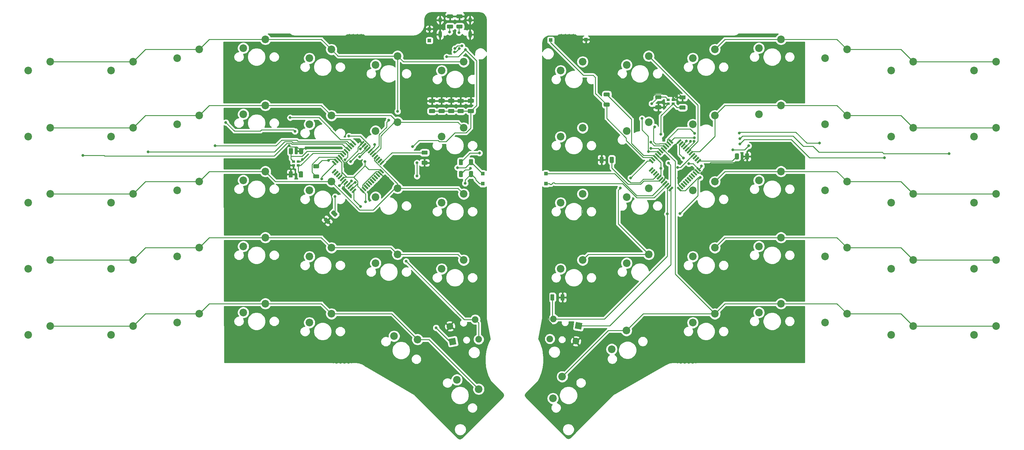
<source format=gbr>
%TF.GenerationSoftware,KiCad,Pcbnew,(5.1.10)-1*%
%TF.CreationDate,2021-09-03T09:57:26+02:00*%
%TF.ProjectId,T1,54312e6b-6963-4616-945f-706362585858,1.1*%
%TF.SameCoordinates,Original*%
%TF.FileFunction,Copper,L2,Bot*%
%TF.FilePolarity,Positive*%
%FSLAX46Y46*%
G04 Gerber Fmt 4.6, Leading zero omitted, Abs format (unit mm)*
G04 Created by KiCad (PCBNEW (5.1.10)-1) date 2021-09-03 09:57:26*
%MOMM*%
%LPD*%
G01*
G04 APERTURE LIST*
%TA.AperFunction,ComponentPad*%
%ADD10C,2.200000*%
%TD*%
%TA.AperFunction,ComponentPad*%
%ADD11R,1.000000X1.000000*%
%TD*%
%TA.AperFunction,ComponentPad*%
%ADD12O,1.000000X2.100000*%
%TD*%
%TA.AperFunction,ComponentPad*%
%ADD13O,1.000000X1.600000*%
%TD*%
%TA.AperFunction,SMDPad,CuDef*%
%ADD14C,0.100000*%
%TD*%
%TA.AperFunction,ComponentPad*%
%ADD15C,1.900000*%
%TD*%
%TA.AperFunction,ComponentPad*%
%ADD16C,0.100000*%
%TD*%
%TA.AperFunction,SMDPad,CuDef*%
%ADD17R,0.900000X0.800000*%
%TD*%
%TA.AperFunction,ViaPad*%
%ADD18C,0.800000*%
%TD*%
%TA.AperFunction,Conductor*%
%ADD19C,0.250000*%
%TD*%
%TA.AperFunction,Conductor*%
%ADD20C,0.254000*%
%TD*%
%TA.AperFunction,Conductor*%
%ADD21C,0.100000*%
%TD*%
G04 APERTURE END LIST*
%TO.P,C12,2*%
%TO.N,Net-(C12-Pad2)*%
%TA.AperFunction,SMDPad,CuDef*%
G36*
G01*
X161419000Y-112369999D02*
X161419000Y-113670001D01*
G75*
G02*
X161169001Y-113920000I-249999J0D01*
G01*
X160518999Y-113920000D01*
G75*
G02*
X160269000Y-113670001I0J249999D01*
G01*
X160269000Y-112369999D01*
G75*
G02*
X160518999Y-112120000I249999J0D01*
G01*
X161169001Y-112120000D01*
G75*
G02*
X161419000Y-112369999I0J-249999D01*
G01*
G37*
%TD.AperFunction*%
%TO.P,C12,1*%
%TO.N,Net-(C10-Pad2)*%
%TA.AperFunction,SMDPad,CuDef*%
G36*
G01*
X164369000Y-112369999D02*
X164369000Y-113670001D01*
G75*
G02*
X164119001Y-113920000I-249999J0D01*
G01*
X163468999Y-113920000D01*
G75*
G02*
X163219000Y-113670001I0J249999D01*
G01*
X163219000Y-112369999D01*
G75*
G02*
X163468999Y-112120000I249999J0D01*
G01*
X164119001Y-112120000D01*
G75*
G02*
X164369000Y-112369999I0J-249999D01*
G01*
G37*
%TD.AperFunction*%
%TD*%
D10*
%TO.P,SW21,2*%
%TO.N,Net-(D21-Pad2)*%
X90849750Y-44090750D03*
%TO.P,SW21,1*%
%TO.N,/leftButtonSheet/row1*%
X97199750Y-41550750D03*
%TD*%
D11*
%TO.P,D+,1*%
%TO.N,Net-(R3-Pad1)*%
X140792500Y-77333000D03*
%TD*%
%TO.P,D-,1*%
%TO.N,Net-(R2-Pad1)*%
X140792500Y-80254000D03*
%TD*%
D10*
%TO.P,SW45,2*%
%TO.N,Net-(D43-Pad2)*%
X182258000Y-84095750D03*
%TO.P,SW45,1*%
%TO.N,/rightButtonSheet/row3*%
X188608000Y-81555750D03*
%TD*%
%TO.P,SW43,2*%
%TO.N,Net-(D41-Pad2)*%
X182251650Y-45989400D03*
%TO.P,SW43,1*%
%TO.N,/rightButtonSheet/row1*%
X188601650Y-43449400D03*
%TD*%
%TO.P,SW26,2*%
%TO.N,Net-(D26-Pad2)*%
X109906100Y-45989400D03*
%TO.P,SW26,1*%
%TO.N,/leftButtonSheet/row1*%
X116256100Y-43449400D03*
%TD*%
%TO.P,SW16,2*%
%TO.N,Net-(D16-Pad2)*%
X71799750Y-41169750D03*
%TO.P,SW16,1*%
%TO.N,/leftButtonSheet/row1*%
X78149750Y-38629750D03*
%TD*%
%TO.P,SW72,2*%
%TO.N,Net-(D70-Pad2)*%
X282334000Y-123846750D03*
%TO.P,SW72,1*%
%TO.N,/rightButtonSheet/row5*%
X288684000Y-121306750D03*
%TD*%
%TO.P,SW71,2*%
%TO.N,Net-(D69-Pad2)*%
X282334000Y-104796750D03*
%TO.P,SW71,1*%
%TO.N,/rightButtonSheet/row4*%
X288684000Y-102256750D03*
%TD*%
%TO.P,SW70,2*%
%TO.N,Net-(D68-Pad2)*%
X282334000Y-85746750D03*
%TO.P,SW70,1*%
%TO.N,/rightButtonSheet/row3*%
X288684000Y-83206750D03*
%TD*%
%TO.P,SW69,2*%
%TO.N,Net-(D67-Pad2)*%
X282334000Y-66696750D03*
%TO.P,SW69,1*%
%TO.N,/rightButtonSheet/row2*%
X288684000Y-64156750D03*
%TD*%
%TO.P,SW68,2*%
%TO.N,Net-(D66-Pad2)*%
X282334000Y-47646750D03*
%TO.P,SW68,1*%
%TO.N,/rightButtonSheet/row1*%
X288684000Y-45106750D03*
%TD*%
%TO.P,SW67,2*%
%TO.N,Net-(D65-Pad2)*%
X258458000Y-123846750D03*
%TO.P,SW67,1*%
%TO.N,/rightButtonSheet/row5*%
X264808000Y-121306750D03*
%TD*%
%TO.P,SW66,2*%
%TO.N,Net-(D64-Pad2)*%
X258458000Y-104796750D03*
%TO.P,SW66,1*%
%TO.N,/rightButtonSheet/row4*%
X264808000Y-102256750D03*
%TD*%
%TO.P,SW65,2*%
%TO.N,Net-(D63-Pad2)*%
X258458000Y-85746750D03*
%TO.P,SW65,1*%
%TO.N,/rightButtonSheet/row3*%
X264808000Y-83206750D03*
%TD*%
%TO.P,SW64,2*%
%TO.N,Net-(D62-Pad2)*%
X258458000Y-66696750D03*
%TO.P,SW64,1*%
%TO.N,/rightButtonSheet/row2*%
X264808000Y-64156750D03*
%TD*%
%TO.P,SW63,2*%
%TO.N,Net-(D61-Pad2)*%
X258458000Y-47646750D03*
%TO.P,SW63,1*%
%TO.N,/rightButtonSheet/row1*%
X264808000Y-45106750D03*
%TD*%
%TO.P,SW62,2*%
%TO.N,Net-(D60-Pad2)*%
X239408000Y-120290750D03*
%TO.P,SW62,1*%
%TO.N,/rightButtonSheet/row5*%
X245758000Y-117750750D03*
%TD*%
%TO.P,SW61,2*%
%TO.N,Net-(D59-Pad2)*%
X239408000Y-101240750D03*
%TO.P,SW61,1*%
%TO.N,/rightButtonSheet/row4*%
X245758000Y-98700750D03*
%TD*%
%TO.P,SW60,2*%
%TO.N,Net-(D58-Pad2)*%
X239408000Y-82190750D03*
%TO.P,SW60,1*%
%TO.N,/rightButtonSheet/row3*%
X245758000Y-79650750D03*
%TD*%
%TO.P,SW59,2*%
%TO.N,Net-(D57-Pad2)*%
X239408000Y-63140750D03*
%TO.P,SW59,1*%
%TO.N,/rightButtonSheet/row2*%
X245758000Y-60600750D03*
%TD*%
%TO.P,SW58,2*%
%TO.N,Net-(D56-Pad2)*%
X239408000Y-44090750D03*
%TO.P,SW58,1*%
%TO.N,/rightButtonSheet/row1*%
X245758000Y-41550750D03*
%TD*%
%TO.P,SW57,2*%
%TO.N,Net-(D55-Pad2)*%
X220358000Y-117369750D03*
%TO.P,SW57,1*%
%TO.N,/rightButtonSheet/row5*%
X226708000Y-114829750D03*
%TD*%
%TO.P,SW56,2*%
%TO.N,Net-(D54-Pad2)*%
X220358000Y-98319750D03*
%TO.P,SW56,1*%
%TO.N,/rightButtonSheet/row4*%
X226708000Y-95779750D03*
%TD*%
%TO.P,SW55,2*%
%TO.N,Net-(D53-Pad2)*%
X220358000Y-79269750D03*
%TO.P,SW55,1*%
%TO.N,/rightButtonSheet/row3*%
X226708000Y-76729750D03*
%TD*%
%TO.P,SW54,2*%
%TO.N,Net-(D52-Pad2)*%
X220358000Y-60219750D03*
%TO.P,SW54,1*%
%TO.N,/rightButtonSheet/row2*%
X226708000Y-57679750D03*
%TD*%
%TO.P,SW53,2*%
%TO.N,Net-(D51-Pad2)*%
X220358000Y-41169750D03*
%TO.P,SW53,1*%
%TO.N,/rightButtonSheet/row1*%
X226708000Y-38629750D03*
%TD*%
%TO.P,SW52,2*%
%TO.N,Net-(D50-Pad2)*%
X201308000Y-120290750D03*
%TO.P,SW52,1*%
%TO.N,/rightButtonSheet/row5*%
X207658000Y-117750750D03*
%TD*%
%TO.P,SW51,2*%
%TO.N,Net-(D49-Pad2)*%
X201308000Y-101240750D03*
%TO.P,SW51,1*%
%TO.N,/rightButtonSheet/row4*%
X207658000Y-98700750D03*
%TD*%
%TO.P,SW50,2*%
%TO.N,Net-(D48-Pad2)*%
X201308000Y-82190750D03*
%TO.P,SW50,1*%
%TO.N,/rightButtonSheet/row3*%
X207658000Y-79650750D03*
%TD*%
%TO.P,SW49,2*%
%TO.N,Net-(D47-Pad2)*%
X201308000Y-63140750D03*
%TO.P,SW49,1*%
%TO.N,/rightButtonSheet/row2*%
X207658000Y-60600750D03*
%TD*%
%TO.P,SW48,2*%
%TO.N,Net-(D46-Pad2)*%
X201308000Y-44090750D03*
%TO.P,SW48,1*%
%TO.N,/rightButtonSheet/row1*%
X207658000Y-41550750D03*
%TD*%
%TO.P,SW47,2*%
%TO.N,Net-(D45-Pad2)*%
X177942444Y-127951455D03*
%TO.P,SW47,1*%
%TO.N,/rightButtonSheet/row5*%
X182171705Y-122576750D03*
%TD*%
%TO.P,SW46,2*%
%TO.N,Net-(D44-Pad2)*%
X182258000Y-103145750D03*
%TO.P,SW46,1*%
%TO.N,/rightButtonSheet/row4*%
X188608000Y-100605750D03*
%TD*%
%TO.P,SW44,2*%
%TO.N,Net-(D42-Pad2)*%
X182258000Y-65045750D03*
%TO.P,SW44,1*%
%TO.N,/rightButtonSheet/row2*%
X188608000Y-62505750D03*
%TD*%
%TO.P,SW42,2*%
%TO.N,Net-(D40-Pad2)*%
X161003872Y-142143775D03*
%TO.P,SW42,1*%
%TO.N,/rightButtonSheet/row5*%
X163697949Y-135857596D03*
%TD*%
%TO.P,SW41,2*%
%TO.N,Net-(D39-Pad2)*%
X163208000Y-104796750D03*
%TO.P,SW41,1*%
%TO.N,/rightButtonSheet/row4*%
X169558000Y-102256750D03*
%TD*%
%TO.P,SW40,2*%
%TO.N,Net-(D38-Pad2)*%
X163208000Y-85746750D03*
%TO.P,SW40,1*%
%TO.N,/rightButtonSheet/row3*%
X169558000Y-83206750D03*
%TD*%
%TO.P,SW39,2*%
%TO.N,Net-(D37-Pad2)*%
X163208000Y-66696750D03*
%TO.P,SW39,1*%
%TO.N,/rightButtonSheet/row2*%
X169558000Y-64156750D03*
%TD*%
%TO.P,SW38,2*%
%TO.N,Net-(D36-Pad2)*%
X163208000Y-47646750D03*
%TO.P,SW38,1*%
%TO.N,/rightButtonSheet/row1*%
X169558000Y-45106750D03*
%TD*%
D12*
%TO.P,J1,S1*%
%TO.N,GND*%
X128503250Y-37251250D03*
X137143250Y-37251250D03*
D13*
X137143250Y-33071250D03*
X128503250Y-33071250D03*
%TD*%
%TA.AperFunction,SMDPad,CuDef*%
D14*
%TO.P,U2,44*%
%TO.N,Net-(C12-Pad2)*%
G36*
X196673548Y-81443060D02*
G01*
X197062456Y-81054152D01*
X198123116Y-82114812D01*
X197734208Y-82503720D01*
X196673548Y-81443060D01*
G37*
%TD.AperFunction*%
%TA.AperFunction,SMDPad,CuDef*%
%TO.P,U2,43*%
%TO.N,Net-(C10-Pad2)*%
G36*
X197239233Y-80877374D02*
G01*
X197628141Y-80488466D01*
X198688801Y-81549126D01*
X198299893Y-81938034D01*
X197239233Y-80877374D01*
G37*
%TD.AperFunction*%
%TA.AperFunction,SMDPad,CuDef*%
%TO.P,U2,42*%
%TO.N,Net-(U2-Pad42)*%
G36*
X197804918Y-80311689D02*
G01*
X198193826Y-79922781D01*
X199254486Y-80983441D01*
X198865578Y-81372349D01*
X197804918Y-80311689D01*
G37*
%TD.AperFunction*%
%TA.AperFunction,SMDPad,CuDef*%
%TO.P,U2,41*%
%TO.N,Net-(U2-Pad41)*%
G36*
X198370604Y-79746004D02*
G01*
X198759512Y-79357096D01*
X199820172Y-80417756D01*
X199431264Y-80806664D01*
X198370604Y-79746004D01*
G37*
%TD.AperFunction*%
%TA.AperFunction,SMDPad,CuDef*%
%TO.P,U2,40*%
%TO.N,Net-(U2-Pad40)*%
G36*
X198936289Y-79180318D02*
G01*
X199325197Y-78791410D01*
X200385857Y-79852070D01*
X199996949Y-80240978D01*
X198936289Y-79180318D01*
G37*
%TD.AperFunction*%
%TA.AperFunction,SMDPad,CuDef*%
%TO.P,U2,39*%
%TO.N,Net-(U2-Pad39)*%
G36*
X199501975Y-78614633D02*
G01*
X199890883Y-78225725D01*
X200951543Y-79286385D01*
X200562635Y-79675293D01*
X199501975Y-78614633D01*
G37*
%TD.AperFunction*%
%TA.AperFunction,SMDPad,CuDef*%
%TO.P,U2,38*%
%TO.N,Net-(U2-Pad38)*%
G36*
X200067660Y-78048947D02*
G01*
X200456568Y-77660039D01*
X201517228Y-78720699D01*
X201128320Y-79109607D01*
X200067660Y-78048947D01*
G37*
%TD.AperFunction*%
%TA.AperFunction,SMDPad,CuDef*%
%TO.P,U2,37*%
%TO.N,Net-(U2-Pad37)*%
G36*
X200633346Y-77483262D02*
G01*
X201022254Y-77094354D01*
X202082914Y-78155014D01*
X201694006Y-78543922D01*
X200633346Y-77483262D01*
G37*
%TD.AperFunction*%
%TA.AperFunction,SMDPad,CuDef*%
%TO.P,U2,36*%
%TO.N,Net-(U2-Pad36)*%
G36*
X201199031Y-76917576D02*
G01*
X201587939Y-76528668D01*
X202648599Y-77589328D01*
X202259691Y-77978236D01*
X201199031Y-76917576D01*
G37*
%TD.AperFunction*%
%TA.AperFunction,SMDPad,CuDef*%
%TO.P,U2,35*%
%TO.N,Net-(C10-Pad2)*%
G36*
X201764716Y-76351891D02*
G01*
X202153624Y-75962983D01*
X203214284Y-77023643D01*
X202825376Y-77412551D01*
X201764716Y-76351891D01*
G37*
%TD.AperFunction*%
%TA.AperFunction,SMDPad,CuDef*%
%TO.P,U2,34*%
%TO.N,Net-(C12-Pad2)*%
G36*
X202330402Y-75786206D02*
G01*
X202719310Y-75397298D01*
X203779970Y-76457958D01*
X203391062Y-76846866D01*
X202330402Y-75786206D01*
G37*
%TD.AperFunction*%
%TA.AperFunction,SMDPad,CuDef*%
%TO.P,U2,33*%
%TO.N,Net-(R6-Pad1)*%
G36*
X202719310Y-74442702D02*
G01*
X202330402Y-74053794D01*
X203391062Y-72993134D01*
X203779970Y-73382042D01*
X202719310Y-74442702D01*
G37*
%TD.AperFunction*%
%TA.AperFunction,SMDPad,CuDef*%
%TO.P,U2,32*%
%TO.N,Net-(U2-Pad32)*%
G36*
X202153624Y-73877017D02*
G01*
X201764716Y-73488109D01*
X202825376Y-72427449D01*
X203214284Y-72816357D01*
X202153624Y-73877017D01*
G37*
%TD.AperFunction*%
%TA.AperFunction,SMDPad,CuDef*%
%TO.P,U2,31*%
%TO.N,Net-(U2-Pad31)*%
G36*
X201587939Y-73311332D02*
G01*
X201199031Y-72922424D01*
X202259691Y-71861764D01*
X202648599Y-72250672D01*
X201587939Y-73311332D01*
G37*
%TD.AperFunction*%
%TA.AperFunction,SMDPad,CuDef*%
%TO.P,U2,30*%
%TO.N,/rightButtonSheet/row3*%
G36*
X201022254Y-72745646D02*
G01*
X200633346Y-72356738D01*
X201694006Y-71296078D01*
X202082914Y-71684986D01*
X201022254Y-72745646D01*
G37*
%TD.AperFunction*%
%TA.AperFunction,SMDPad,CuDef*%
%TO.P,U2,29*%
%TO.N,/rightButtonSheet/row2*%
G36*
X200456568Y-72179961D02*
G01*
X200067660Y-71791053D01*
X201128320Y-70730393D01*
X201517228Y-71119301D01*
X200456568Y-72179961D01*
G37*
%TD.AperFunction*%
%TA.AperFunction,SMDPad,CuDef*%
%TO.P,U2,28*%
%TO.N,/rightButtonSheet/row1*%
G36*
X199890883Y-71614275D02*
G01*
X199501975Y-71225367D01*
X200562635Y-70164707D01*
X200951543Y-70553615D01*
X199890883Y-71614275D01*
G37*
%TD.AperFunction*%
%TA.AperFunction,SMDPad,CuDef*%
%TO.P,U2,27*%
%TO.N,/rightButtonSheet/column7*%
G36*
X199325197Y-71048590D02*
G01*
X198936289Y-70659682D01*
X199996949Y-69599022D01*
X200385857Y-69987930D01*
X199325197Y-71048590D01*
G37*
%TD.AperFunction*%
%TA.AperFunction,SMDPad,CuDef*%
%TO.P,U2,26*%
%TO.N,/rightButtonSheet/column6*%
G36*
X198759512Y-70482904D02*
G01*
X198370604Y-70093996D01*
X199431264Y-69033336D01*
X199820172Y-69422244D01*
X198759512Y-70482904D01*
G37*
%TD.AperFunction*%
%TA.AperFunction,SMDPad,CuDef*%
%TO.P,U2,25*%
%TO.N,/rightButtonSheet/column4*%
G36*
X198193826Y-69917219D02*
G01*
X197804918Y-69528311D01*
X198865578Y-68467651D01*
X199254486Y-68856559D01*
X198193826Y-69917219D01*
G37*
%TD.AperFunction*%
%TA.AperFunction,SMDPad,CuDef*%
%TO.P,U2,24*%
%TO.N,Net-(C12-Pad2)*%
G36*
X197628141Y-69351534D02*
G01*
X197239233Y-68962626D01*
X198299893Y-67901966D01*
X198688801Y-68290874D01*
X197628141Y-69351534D01*
G37*
%TD.AperFunction*%
%TA.AperFunction,SMDPad,CuDef*%
%TO.P,U2,23*%
%TO.N,Net-(C10-Pad2)*%
G36*
X197062456Y-68785848D02*
G01*
X196673548Y-68396940D01*
X197734208Y-67336280D01*
X198123116Y-67725188D01*
X197062456Y-68785848D01*
G37*
%TD.AperFunction*%
%TA.AperFunction,SMDPad,CuDef*%
%TO.P,U2,22*%
%TO.N,/rightButtonSheet/column5*%
G36*
X194269384Y-67725188D02*
G01*
X194658292Y-67336280D01*
X195718952Y-68396940D01*
X195330044Y-68785848D01*
X194269384Y-67725188D01*
G37*
%TD.AperFunction*%
%TA.AperFunction,SMDPad,CuDef*%
%TO.P,U2,21*%
%TO.N,/rightButtonSheet/column3*%
G36*
X193703699Y-68290874D02*
G01*
X194092607Y-67901966D01*
X195153267Y-68962626D01*
X194764359Y-69351534D01*
X193703699Y-68290874D01*
G37*
%TD.AperFunction*%
%TA.AperFunction,SMDPad,CuDef*%
%TO.P,U2,20*%
%TO.N,/rightButtonSheet/column2*%
G36*
X193138014Y-68856559D02*
G01*
X193526922Y-68467651D01*
X194587582Y-69528311D01*
X194198674Y-69917219D01*
X193138014Y-68856559D01*
G37*
%TD.AperFunction*%
%TA.AperFunction,SMDPad,CuDef*%
%TO.P,U2,19*%
%TO.N,/rightButtonSheet/column1*%
G36*
X192572328Y-69422244D02*
G01*
X192961236Y-69033336D01*
X194021896Y-70093996D01*
X193632988Y-70482904D01*
X192572328Y-69422244D01*
G37*
%TD.AperFunction*%
%TA.AperFunction,SMDPad,CuDef*%
%TO.P,U2,18*%
%TO.N,/rightButtonSheet/row5*%
G36*
X192006643Y-69987930D02*
G01*
X192395551Y-69599022D01*
X193456211Y-70659682D01*
X193067303Y-71048590D01*
X192006643Y-69987930D01*
G37*
%TD.AperFunction*%
%TA.AperFunction,SMDPad,CuDef*%
%TO.P,U2,17*%
%TO.N,Net-(C9-Pad1)*%
G36*
X191440957Y-70553615D02*
G01*
X191829865Y-70164707D01*
X192890525Y-71225367D01*
X192501617Y-71614275D01*
X191440957Y-70553615D01*
G37*
%TD.AperFunction*%
%TA.AperFunction,SMDPad,CuDef*%
%TO.P,U2,16*%
%TO.N,Net-(C10-Pad1)*%
G36*
X190875272Y-71119301D02*
G01*
X191264180Y-70730393D01*
X192324840Y-71791053D01*
X191935932Y-72179961D01*
X190875272Y-71119301D01*
G37*
%TD.AperFunction*%
%TA.AperFunction,SMDPad,CuDef*%
%TO.P,U2,15*%
%TO.N,Net-(C10-Pad2)*%
G36*
X190309586Y-71684986D02*
G01*
X190698494Y-71296078D01*
X191759154Y-72356738D01*
X191370246Y-72745646D01*
X190309586Y-71684986D01*
G37*
%TD.AperFunction*%
%TA.AperFunction,SMDPad,CuDef*%
%TO.P,U2,14*%
%TO.N,Net-(C12-Pad2)*%
G36*
X189743901Y-72250672D02*
G01*
X190132809Y-71861764D01*
X191193469Y-72922424D01*
X190804561Y-73311332D01*
X189743901Y-72250672D01*
G37*
%TD.AperFunction*%
%TA.AperFunction,SMDPad,CuDef*%
%TO.P,U2,13*%
%TO.N,Net-(R5-Pad1)*%
G36*
X189178216Y-72816357D02*
G01*
X189567124Y-72427449D01*
X190627784Y-73488109D01*
X190238876Y-73877017D01*
X189178216Y-72816357D01*
G37*
%TD.AperFunction*%
%TA.AperFunction,SMDPad,CuDef*%
%TO.P,U2,12*%
%TO.N,/rightButtonSheet/row4*%
G36*
X188612530Y-73382042D02*
G01*
X189001438Y-72993134D01*
X190062098Y-74053794D01*
X189673190Y-74442702D01*
X188612530Y-73382042D01*
G37*
%TD.AperFunction*%
%TA.AperFunction,SMDPad,CuDef*%
%TO.P,U2,11*%
%TO.N,Net-(U2-Pad11)*%
G36*
X189001438Y-76846866D02*
G01*
X188612530Y-76457958D01*
X189673190Y-75397298D01*
X190062098Y-75786206D01*
X189001438Y-76846866D01*
G37*
%TD.AperFunction*%
%TA.AperFunction,SMDPad,CuDef*%
%TO.P,U2,10*%
%TO.N,Net-(U2-Pad10)*%
G36*
X189567124Y-77412551D02*
G01*
X189178216Y-77023643D01*
X190238876Y-75962983D01*
X190627784Y-76351891D01*
X189567124Y-77412551D01*
G37*
%TD.AperFunction*%
%TA.AperFunction,SMDPad,CuDef*%
%TO.P,U2,9*%
%TO.N,Net-(U2-Pad9)*%
G36*
X190132809Y-77978236D02*
G01*
X189743901Y-77589328D01*
X190804561Y-76528668D01*
X191193469Y-76917576D01*
X190132809Y-77978236D01*
G37*
%TD.AperFunction*%
%TA.AperFunction,SMDPad,CuDef*%
%TO.P,U2,8*%
%TO.N,Net-(C10-Pad2)*%
G36*
X190698494Y-78543922D02*
G01*
X190309586Y-78155014D01*
X191370246Y-77094354D01*
X191759154Y-77483262D01*
X190698494Y-78543922D01*
G37*
%TD.AperFunction*%
%TA.AperFunction,SMDPad,CuDef*%
%TO.P,U2,7*%
%TO.N,Net-(C12-Pad2)*%
G36*
X191264180Y-79109607D02*
G01*
X190875272Y-78720699D01*
X191935932Y-77660039D01*
X192324840Y-78048947D01*
X191264180Y-79109607D01*
G37*
%TD.AperFunction*%
%TA.AperFunction,SMDPad,CuDef*%
%TO.P,U2,6*%
%TO.N,Net-(C11-Pad2)*%
G36*
X191829865Y-79675293D02*
G01*
X191440957Y-79286385D01*
X192501617Y-78225725D01*
X192890525Y-78614633D01*
X191829865Y-79675293D01*
G37*
%TD.AperFunction*%
%TA.AperFunction,SMDPad,CuDef*%
%TO.P,U2,5*%
%TO.N,Net-(C10-Pad2)*%
G36*
X192395551Y-80240978D02*
G01*
X192006643Y-79852070D01*
X193067303Y-78791410D01*
X193456211Y-79180318D01*
X192395551Y-80240978D01*
G37*
%TD.AperFunction*%
%TA.AperFunction,SMDPad,CuDef*%
%TO.P,U2,4*%
%TO.N,Net-(TP5-Pad1)*%
G36*
X192961236Y-80806664D02*
G01*
X192572328Y-80417756D01*
X193632988Y-79357096D01*
X194021896Y-79746004D01*
X192961236Y-80806664D01*
G37*
%TD.AperFunction*%
%TA.AperFunction,SMDPad,CuDef*%
%TO.P,U2,3*%
%TO.N,Net-(TP6-Pad1)*%
G36*
X193526922Y-81372349D02*
G01*
X193138014Y-80983441D01*
X194198674Y-79922781D01*
X194587582Y-80311689D01*
X193526922Y-81372349D01*
G37*
%TD.AperFunction*%
%TA.AperFunction,SMDPad,CuDef*%
%TO.P,U2,2*%
%TO.N,Net-(C12-Pad2)*%
G36*
X194092607Y-81938034D02*
G01*
X193703699Y-81549126D01*
X194764359Y-80488466D01*
X195153267Y-80877374D01*
X194092607Y-81938034D01*
G37*
%TD.AperFunction*%
%TA.AperFunction,SMDPad,CuDef*%
%TO.P,U2,1*%
%TO.N,Net-(J3-PadR)*%
G36*
X194658292Y-82503720D02*
G01*
X194269384Y-82114812D01*
X195330044Y-81054152D01*
X195718952Y-81443060D01*
X194658292Y-82503720D01*
G37*
%TD.AperFunction*%
%TD*%
%TA.AperFunction,SMDPad,CuDef*%
%TO.P,U1,44*%
%TO.N,VCC*%
G36*
X105328798Y-81951060D02*
G01*
X105717706Y-81562152D01*
X106778366Y-82622812D01*
X106389458Y-83011720D01*
X105328798Y-81951060D01*
G37*
%TD.AperFunction*%
%TA.AperFunction,SMDPad,CuDef*%
%TO.P,U1,43*%
%TO.N,GND*%
G36*
X105894483Y-81385374D02*
G01*
X106283391Y-80996466D01*
X107344051Y-82057126D01*
X106955143Y-82446034D01*
X105894483Y-81385374D01*
G37*
%TD.AperFunction*%
%TA.AperFunction,SMDPad,CuDef*%
%TO.P,U1,42*%
%TO.N,Net-(U1-Pad42)*%
G36*
X106460168Y-80819689D02*
G01*
X106849076Y-80430781D01*
X107909736Y-81491441D01*
X107520828Y-81880349D01*
X106460168Y-80819689D01*
G37*
%TD.AperFunction*%
%TA.AperFunction,SMDPad,CuDef*%
%TO.P,U1,41*%
%TO.N,Net-(U1-Pad41)*%
G36*
X107025854Y-80254004D02*
G01*
X107414762Y-79865096D01*
X108475422Y-80925756D01*
X108086514Y-81314664D01*
X107025854Y-80254004D01*
G37*
%TD.AperFunction*%
%TA.AperFunction,SMDPad,CuDef*%
%TO.P,U1,40*%
%TO.N,Net-(U1-Pad40)*%
G36*
X107591539Y-79688318D02*
G01*
X107980447Y-79299410D01*
X109041107Y-80360070D01*
X108652199Y-80748978D01*
X107591539Y-79688318D01*
G37*
%TD.AperFunction*%
%TA.AperFunction,SMDPad,CuDef*%
%TO.P,U1,39*%
%TO.N,Net-(U1-Pad39)*%
G36*
X108157225Y-79122633D02*
G01*
X108546133Y-78733725D01*
X109606793Y-79794385D01*
X109217885Y-80183293D01*
X108157225Y-79122633D01*
G37*
%TD.AperFunction*%
%TA.AperFunction,SMDPad,CuDef*%
%TO.P,U1,38*%
%TO.N,Net-(U1-Pad38)*%
G36*
X108722910Y-78556947D02*
G01*
X109111818Y-78168039D01*
X110172478Y-79228699D01*
X109783570Y-79617607D01*
X108722910Y-78556947D01*
G37*
%TD.AperFunction*%
%TA.AperFunction,SMDPad,CuDef*%
%TO.P,U1,37*%
%TO.N,Net-(U1-Pad37)*%
G36*
X109288596Y-77991262D02*
G01*
X109677504Y-77602354D01*
X110738164Y-78663014D01*
X110349256Y-79051922D01*
X109288596Y-77991262D01*
G37*
%TD.AperFunction*%
%TA.AperFunction,SMDPad,CuDef*%
%TO.P,U1,36*%
%TO.N,Net-(U1-Pad36)*%
G36*
X109854281Y-77425576D02*
G01*
X110243189Y-77036668D01*
X111303849Y-78097328D01*
X110914941Y-78486236D01*
X109854281Y-77425576D01*
G37*
%TD.AperFunction*%
%TA.AperFunction,SMDPad,CuDef*%
%TO.P,U1,35*%
%TO.N,GND*%
G36*
X110419966Y-76859891D02*
G01*
X110808874Y-76470983D01*
X111869534Y-77531643D01*
X111480626Y-77920551D01*
X110419966Y-76859891D01*
G37*
%TD.AperFunction*%
%TA.AperFunction,SMDPad,CuDef*%
%TO.P,U1,34*%
%TO.N,VCC*%
G36*
X110985652Y-76294206D02*
G01*
X111374560Y-75905298D01*
X112435220Y-76965958D01*
X112046312Y-77354866D01*
X110985652Y-76294206D01*
G37*
%TD.AperFunction*%
%TA.AperFunction,SMDPad,CuDef*%
%TO.P,U1,33*%
%TO.N,Net-(R4-Pad1)*%
G36*
X111374560Y-74950702D02*
G01*
X110985652Y-74561794D01*
X112046312Y-73501134D01*
X112435220Y-73890042D01*
X111374560Y-74950702D01*
G37*
%TD.AperFunction*%
%TA.AperFunction,SMDPad,CuDef*%
%TO.P,U1,32*%
%TO.N,Net-(U1-Pad32)*%
G36*
X110808874Y-74385017D02*
G01*
X110419966Y-73996109D01*
X111480626Y-72935449D01*
X111869534Y-73324357D01*
X110808874Y-74385017D01*
G37*
%TD.AperFunction*%
%TA.AperFunction,SMDPad,CuDef*%
%TO.P,U1,31*%
%TO.N,Net-(U1-Pad31)*%
G36*
X110243189Y-73819332D02*
G01*
X109854281Y-73430424D01*
X110914941Y-72369764D01*
X111303849Y-72758672D01*
X110243189Y-73819332D01*
G37*
%TD.AperFunction*%
%TA.AperFunction,SMDPad,CuDef*%
%TO.P,U1,30*%
%TO.N,/leftButtonSheet/row3*%
G36*
X109677504Y-73253646D02*
G01*
X109288596Y-72864738D01*
X110349256Y-71804078D01*
X110738164Y-72192986D01*
X109677504Y-73253646D01*
G37*
%TD.AperFunction*%
%TA.AperFunction,SMDPad,CuDef*%
%TO.P,U1,29*%
%TO.N,/leftButtonSheet/row2*%
G36*
X109111818Y-72687961D02*
G01*
X108722910Y-72299053D01*
X109783570Y-71238393D01*
X110172478Y-71627301D01*
X109111818Y-72687961D01*
G37*
%TD.AperFunction*%
%TA.AperFunction,SMDPad,CuDef*%
%TO.P,U1,28*%
%TO.N,/leftButtonSheet/row1*%
G36*
X108546133Y-72122275D02*
G01*
X108157225Y-71733367D01*
X109217885Y-70672707D01*
X109606793Y-71061615D01*
X108546133Y-72122275D01*
G37*
%TD.AperFunction*%
%TA.AperFunction,SMDPad,CuDef*%
%TO.P,U1,27*%
%TO.N,/leftButtonSheet/column7*%
G36*
X107980447Y-71556590D02*
G01*
X107591539Y-71167682D01*
X108652199Y-70107022D01*
X109041107Y-70495930D01*
X107980447Y-71556590D01*
G37*
%TD.AperFunction*%
%TA.AperFunction,SMDPad,CuDef*%
%TO.P,U1,26*%
%TO.N,/leftButtonSheet/column6*%
G36*
X107414762Y-70990904D02*
G01*
X107025854Y-70601996D01*
X108086514Y-69541336D01*
X108475422Y-69930244D01*
X107414762Y-70990904D01*
G37*
%TD.AperFunction*%
%TA.AperFunction,SMDPad,CuDef*%
%TO.P,U1,25*%
%TO.N,/leftButtonSheet/column4*%
G36*
X106849076Y-70425219D02*
G01*
X106460168Y-70036311D01*
X107520828Y-68975651D01*
X107909736Y-69364559D01*
X106849076Y-70425219D01*
G37*
%TD.AperFunction*%
%TA.AperFunction,SMDPad,CuDef*%
%TO.P,U1,24*%
%TO.N,VCC*%
G36*
X106283391Y-69859534D02*
G01*
X105894483Y-69470626D01*
X106955143Y-68409966D01*
X107344051Y-68798874D01*
X106283391Y-69859534D01*
G37*
%TD.AperFunction*%
%TA.AperFunction,SMDPad,CuDef*%
%TO.P,U1,23*%
%TO.N,GND*%
G36*
X105717706Y-69293848D02*
G01*
X105328798Y-68904940D01*
X106389458Y-67844280D01*
X106778366Y-68233188D01*
X105717706Y-69293848D01*
G37*
%TD.AperFunction*%
%TA.AperFunction,SMDPad,CuDef*%
%TO.P,U1,22*%
%TO.N,/leftButtonSheet/column5*%
G36*
X102924634Y-68233188D02*
G01*
X103313542Y-67844280D01*
X104374202Y-68904940D01*
X103985294Y-69293848D01*
X102924634Y-68233188D01*
G37*
%TD.AperFunction*%
%TA.AperFunction,SMDPad,CuDef*%
%TO.P,U1,21*%
%TO.N,/leftButtonSheet/column3*%
G36*
X102358949Y-68798874D02*
G01*
X102747857Y-68409966D01*
X103808517Y-69470626D01*
X103419609Y-69859534D01*
X102358949Y-68798874D01*
G37*
%TD.AperFunction*%
%TA.AperFunction,SMDPad,CuDef*%
%TO.P,U1,20*%
%TO.N,/leftButtonSheet/column2*%
G36*
X101793264Y-69364559D02*
G01*
X102182172Y-68975651D01*
X103242832Y-70036311D01*
X102853924Y-70425219D01*
X101793264Y-69364559D01*
G37*
%TD.AperFunction*%
%TA.AperFunction,SMDPad,CuDef*%
%TO.P,U1,19*%
%TO.N,/leftButtonSheet/column1*%
G36*
X101227578Y-69930244D02*
G01*
X101616486Y-69541336D01*
X102677146Y-70601996D01*
X102288238Y-70990904D01*
X101227578Y-69930244D01*
G37*
%TD.AperFunction*%
%TA.AperFunction,SMDPad,CuDef*%
%TO.P,U1,18*%
%TO.N,/leftButtonSheet/row5*%
G36*
X100661893Y-70495930D02*
G01*
X101050801Y-70107022D01*
X102111461Y-71167682D01*
X101722553Y-71556590D01*
X100661893Y-70495930D01*
G37*
%TD.AperFunction*%
%TA.AperFunction,SMDPad,CuDef*%
%TO.P,U1,17*%
%TO.N,Net-(C6-Pad1)*%
G36*
X100096207Y-71061615D02*
G01*
X100485115Y-70672707D01*
X101545775Y-71733367D01*
X101156867Y-72122275D01*
X100096207Y-71061615D01*
G37*
%TD.AperFunction*%
%TA.AperFunction,SMDPad,CuDef*%
%TO.P,U1,16*%
%TO.N,Net-(C7-Pad1)*%
G36*
X99530522Y-71627301D02*
G01*
X99919430Y-71238393D01*
X100980090Y-72299053D01*
X100591182Y-72687961D01*
X99530522Y-71627301D01*
G37*
%TD.AperFunction*%
%TA.AperFunction,SMDPad,CuDef*%
%TO.P,U1,15*%
%TO.N,GND*%
G36*
X98964836Y-72192986D02*
G01*
X99353744Y-71804078D01*
X100414404Y-72864738D01*
X100025496Y-73253646D01*
X98964836Y-72192986D01*
G37*
%TD.AperFunction*%
%TA.AperFunction,SMDPad,CuDef*%
%TO.P,U1,14*%
%TO.N,VCC*%
G36*
X98399151Y-72758672D02*
G01*
X98788059Y-72369764D01*
X99848719Y-73430424D01*
X99459811Y-73819332D01*
X98399151Y-72758672D01*
G37*
%TD.AperFunction*%
%TA.AperFunction,SMDPad,CuDef*%
%TO.P,U1,13*%
%TO.N,Net-(R1-Pad2)*%
G36*
X97833466Y-73324357D02*
G01*
X98222374Y-72935449D01*
X99283034Y-73996109D01*
X98894126Y-74385017D01*
X97833466Y-73324357D01*
G37*
%TD.AperFunction*%
%TA.AperFunction,SMDPad,CuDef*%
%TO.P,U1,12*%
%TO.N,/leftButtonSheet/row4*%
G36*
X97267780Y-73890042D02*
G01*
X97656688Y-73501134D01*
X98717348Y-74561794D01*
X98328440Y-74950702D01*
X97267780Y-73890042D01*
G37*
%TD.AperFunction*%
%TA.AperFunction,SMDPad,CuDef*%
%TO.P,U1,11*%
%TO.N,Net-(U1-Pad11)*%
G36*
X97656688Y-77354866D02*
G01*
X97267780Y-76965958D01*
X98328440Y-75905298D01*
X98717348Y-76294206D01*
X97656688Y-77354866D01*
G37*
%TD.AperFunction*%
%TA.AperFunction,SMDPad,CuDef*%
%TO.P,U1,10*%
%TO.N,Net-(U1-Pad10)*%
G36*
X98222374Y-77920551D02*
G01*
X97833466Y-77531643D01*
X98894126Y-76470983D01*
X99283034Y-76859891D01*
X98222374Y-77920551D01*
G37*
%TD.AperFunction*%
%TA.AperFunction,SMDPad,CuDef*%
%TO.P,U1,9*%
%TO.N,Net-(U1-Pad9)*%
G36*
X98788059Y-78486236D02*
G01*
X98399151Y-78097328D01*
X99459811Y-77036668D01*
X99848719Y-77425576D01*
X98788059Y-78486236D01*
G37*
%TD.AperFunction*%
%TA.AperFunction,SMDPad,CuDef*%
%TO.P,U1,8*%
%TO.N,VCC*%
G36*
X99353744Y-79051922D02*
G01*
X98964836Y-78663014D01*
X100025496Y-77602354D01*
X100414404Y-77991262D01*
X99353744Y-79051922D01*
G37*
%TD.AperFunction*%
%TA.AperFunction,SMDPad,CuDef*%
%TO.P,U1,7*%
G36*
X99919430Y-79617607D02*
G01*
X99530522Y-79228699D01*
X100591182Y-78168039D01*
X100980090Y-78556947D01*
X99919430Y-79617607D01*
G37*
%TD.AperFunction*%
%TA.AperFunction,SMDPad,CuDef*%
%TO.P,U1,6*%
%TO.N,Net-(C8-Pad2)*%
G36*
X100485115Y-80183293D02*
G01*
X100096207Y-79794385D01*
X101156867Y-78733725D01*
X101545775Y-79122633D01*
X100485115Y-80183293D01*
G37*
%TD.AperFunction*%
%TA.AperFunction,SMDPad,CuDef*%
%TO.P,U1,5*%
%TO.N,GND*%
G36*
X101050801Y-80748978D02*
G01*
X100661893Y-80360070D01*
X101722553Y-79299410D01*
X102111461Y-79688318D01*
X101050801Y-80748978D01*
G37*
%TD.AperFunction*%
%TA.AperFunction,SMDPad,CuDef*%
%TO.P,U1,4*%
%TO.N,Net-(R3-Pad1)*%
G36*
X101616486Y-81314664D02*
G01*
X101227578Y-80925756D01*
X102288238Y-79865096D01*
X102677146Y-80254004D01*
X101616486Y-81314664D01*
G37*
%TD.AperFunction*%
%TA.AperFunction,SMDPad,CuDef*%
%TO.P,U1,3*%
%TO.N,Net-(R2-Pad1)*%
G36*
X102182172Y-81880349D02*
G01*
X101793264Y-81491441D01*
X102853924Y-80430781D01*
X103242832Y-80819689D01*
X102182172Y-81880349D01*
G37*
%TD.AperFunction*%
%TA.AperFunction,SMDPad,CuDef*%
%TO.P,U1,2*%
%TO.N,VCC*%
G36*
X102747857Y-82446034D02*
G01*
X102358949Y-82057126D01*
X103419609Y-80996466D01*
X103808517Y-81385374D01*
X102747857Y-82446034D01*
G37*
%TD.AperFunction*%
%TA.AperFunction,SMDPad,CuDef*%
%TO.P,U1,1*%
%TO.N,Net-(J2-PadR)*%
G36*
X103313542Y-83011720D02*
G01*
X102924634Y-82622812D01*
X103985294Y-81562152D01*
X104374202Y-81951060D01*
X103313542Y-83011720D01*
G37*
%TD.AperFunction*%
%TD*%
D10*
%TO.P,SW35,2*%
%TO.N,Net-(D35-Pad2)*%
X133331571Y-136773673D03*
%TO.P,SW35,1*%
%TO.N,/leftButtonSheet/row5*%
X139617750Y-139467750D03*
%TD*%
%TO.P,SW34,2*%
%TO.N,Net-(D34-Pad2)*%
X128949750Y-104796750D03*
%TO.P,SW34,1*%
%TO.N,/leftButtonSheet/row4*%
X135299750Y-102256750D03*
%TD*%
%TO.P,SW33,2*%
%TO.N,Net-(D33-Pad2)*%
X128949750Y-85746750D03*
%TO.P,SW33,1*%
%TO.N,/leftButtonSheet/row3*%
X135299750Y-83206750D03*
%TD*%
%TO.P,SW32,2*%
%TO.N,Net-(D32-Pad2)*%
X128949750Y-66696750D03*
%TO.P,SW32,1*%
%TO.N,/leftButtonSheet/row2*%
X135299750Y-64156750D03*
%TD*%
%TO.P,SW31,2*%
%TO.N,Net-(D31-Pad2)*%
X128949750Y-47646750D03*
%TO.P,SW31,1*%
%TO.N,/leftButtonSheet/row1*%
X135299750Y-45106750D03*
%TD*%
%TO.P,SW30,2*%
%TO.N,Net-(D30-Pad2)*%
X115236194Y-124187046D03*
%TO.P,SW30,1*%
%TO.N,/leftButtonSheet/row5*%
X122005455Y-125162341D03*
%TD*%
%TO.P,SW29,2*%
%TO.N,Net-(D29-Pad2)*%
X109899750Y-103145750D03*
%TO.P,SW29,1*%
%TO.N,/leftButtonSheet/row4*%
X116249750Y-100605750D03*
%TD*%
%TO.P,SW28,2*%
%TO.N,Net-(D28-Pad2)*%
X109899750Y-84095750D03*
%TO.P,SW28,1*%
%TO.N,/leftButtonSheet/row3*%
X116249750Y-81555750D03*
%TD*%
%TO.P,SW27,2*%
%TO.N,Net-(D27-Pad2)*%
X109899750Y-65045750D03*
%TO.P,SW27,1*%
%TO.N,/leftButtonSheet/row2*%
X116249750Y-62505750D03*
%TD*%
%TO.P,SW25,2*%
%TO.N,Net-(D25-Pad2)*%
X90849750Y-120290750D03*
%TO.P,SW25,1*%
%TO.N,/leftButtonSheet/row5*%
X97199750Y-117750750D03*
%TD*%
%TO.P,SW24,2*%
%TO.N,Net-(D24-Pad2)*%
X90849750Y-101240750D03*
%TO.P,SW24,1*%
%TO.N,/leftButtonSheet/row4*%
X97199750Y-98700750D03*
%TD*%
%TO.P,SW23,2*%
%TO.N,Net-(D23-Pad2)*%
X90849750Y-82190750D03*
%TO.P,SW23,1*%
%TO.N,/leftButtonSheet/row3*%
X97199750Y-79650750D03*
%TD*%
%TO.P,SW22,2*%
%TO.N,Net-(D22-Pad2)*%
X90849750Y-63140750D03*
%TO.P,SW22,1*%
%TO.N,/leftButtonSheet/row2*%
X97199750Y-60600750D03*
%TD*%
%TO.P,SW20,2*%
%TO.N,Net-(D20-Pad2)*%
X71799750Y-117369750D03*
%TO.P,SW20,1*%
%TO.N,/leftButtonSheet/row5*%
X78149750Y-114829750D03*
%TD*%
%TO.P,SW19,2*%
%TO.N,Net-(D19-Pad2)*%
X71799750Y-98319750D03*
%TO.P,SW19,1*%
%TO.N,/leftButtonSheet/row4*%
X78149750Y-95779750D03*
%TD*%
%TO.P,SW18,2*%
%TO.N,Net-(D18-Pad2)*%
X71799750Y-79269750D03*
%TO.P,SW18,1*%
%TO.N,/leftButtonSheet/row3*%
X78149750Y-76729750D03*
%TD*%
%TO.P,SW17,2*%
%TO.N,Net-(D17-Pad2)*%
X71799750Y-60219750D03*
%TO.P,SW17,1*%
%TO.N,/leftButtonSheet/row2*%
X78149750Y-57679750D03*
%TD*%
%TO.P,SW15,2*%
%TO.N,Net-(D15-Pad2)*%
X52749750Y-120290750D03*
%TO.P,SW15,1*%
%TO.N,/leftButtonSheet/row5*%
X59099750Y-117750750D03*
%TD*%
%TO.P,SW14,2*%
%TO.N,Net-(D14-Pad2)*%
X52749750Y-101240750D03*
%TO.P,SW14,1*%
%TO.N,/leftButtonSheet/row4*%
X59099750Y-98700750D03*
%TD*%
%TO.P,SW13,2*%
%TO.N,Net-(D13-Pad2)*%
X52749750Y-82190750D03*
%TO.P,SW13,1*%
%TO.N,/leftButtonSheet/row3*%
X59099750Y-79650750D03*
%TD*%
%TO.P,SW12,2*%
%TO.N,Net-(D12-Pad2)*%
X52749750Y-63140750D03*
%TO.P,SW12,1*%
%TO.N,/leftButtonSheet/row2*%
X59099750Y-60600750D03*
%TD*%
%TO.P,SW11,2*%
%TO.N,Net-(D11-Pad2)*%
X52749750Y-44090750D03*
%TO.P,SW11,1*%
%TO.N,/leftButtonSheet/row1*%
X59099750Y-41550750D03*
%TD*%
%TO.P,SW10,2*%
%TO.N,Net-(D10-Pad2)*%
X33699750Y-123846750D03*
%TO.P,SW10,1*%
%TO.N,/leftButtonSheet/row5*%
X40049750Y-121306750D03*
%TD*%
%TO.P,SW9,2*%
%TO.N,Net-(D9-Pad2)*%
X33699750Y-104796750D03*
%TO.P,SW9,1*%
%TO.N,/leftButtonSheet/row4*%
X40049750Y-102256750D03*
%TD*%
%TO.P,SW8,2*%
%TO.N,Net-(D8-Pad2)*%
X33699750Y-85746750D03*
%TO.P,SW8,1*%
%TO.N,/leftButtonSheet/row3*%
X40049750Y-83206750D03*
%TD*%
%TO.P,SW7,2*%
%TO.N,Net-(D7-Pad2)*%
X33699750Y-66696750D03*
%TO.P,SW7,1*%
%TO.N,/leftButtonSheet/row2*%
X40049750Y-64156750D03*
%TD*%
%TO.P,SW6,2*%
%TO.N,Net-(D6-Pad2)*%
X33699750Y-47646750D03*
%TO.P,SW6,1*%
%TO.N,/leftButtonSheet/row1*%
X40049750Y-45106750D03*
%TD*%
%TO.P,SW5,2*%
%TO.N,Net-(D5-Pad2)*%
X9823750Y-123846750D03*
%TO.P,SW5,1*%
%TO.N,/leftButtonSheet/row5*%
X16173750Y-121306750D03*
%TD*%
%TO.P,SW4,2*%
%TO.N,Net-(D4-Pad2)*%
X9823750Y-104796750D03*
%TO.P,SW4,1*%
%TO.N,/leftButtonSheet/row4*%
X16173750Y-102256750D03*
%TD*%
%TO.P,SW3,2*%
%TO.N,Net-(D3-Pad2)*%
X9823750Y-85746750D03*
%TO.P,SW3,1*%
%TO.N,/leftButtonSheet/row3*%
X16173750Y-83206750D03*
%TD*%
%TO.P,SW2,2*%
%TO.N,Net-(D2-Pad2)*%
X9823750Y-66696750D03*
%TO.P,SW2,1*%
%TO.N,/leftButtonSheet/row2*%
X16173750Y-64156750D03*
%TD*%
%TO.P,SW1,2*%
%TO.N,Net-(D1-Pad2)*%
X9823750Y-47646750D03*
%TO.P,SW1,1*%
%TO.N,/leftButtonSheet/row1*%
X16173750Y-45106750D03*
%TD*%
%TO.P,R8,2*%
%TO.N,Net-(J1-PadB5)*%
%TA.AperFunction,SMDPad,CuDef*%
G36*
G01*
X130737747Y-34386250D02*
X131987753Y-34386250D01*
G75*
G02*
X132237750Y-34636247I0J-249997D01*
G01*
X132237750Y-35261253D01*
G75*
G02*
X131987753Y-35511250I-249997J0D01*
G01*
X130737747Y-35511250D01*
G75*
G02*
X130487750Y-35261253I0J249997D01*
G01*
X130487750Y-34636247D01*
G75*
G02*
X130737747Y-34386250I249997J0D01*
G01*
G37*
%TD.AperFunction*%
%TO.P,R8,1*%
%TO.N,GND*%
%TA.AperFunction,SMDPad,CuDef*%
G36*
G01*
X130737747Y-31461250D02*
X131987753Y-31461250D01*
G75*
G02*
X132237750Y-31711247I0J-249997D01*
G01*
X132237750Y-32336253D01*
G75*
G02*
X131987753Y-32586250I-249997J0D01*
G01*
X130737747Y-32586250D01*
G75*
G02*
X130487750Y-32336253I0J249997D01*
G01*
X130487750Y-31711247D01*
G75*
G02*
X130737747Y-31461250I249997J0D01*
G01*
G37*
%TD.AperFunction*%
%TD*%
%TO.P,R7,2*%
%TO.N,Net-(J1-PadA5)*%
%TA.AperFunction,SMDPad,CuDef*%
G36*
G01*
X133468247Y-34386250D02*
X134718253Y-34386250D01*
G75*
G02*
X134968250Y-34636247I0J-249997D01*
G01*
X134968250Y-35261253D01*
G75*
G02*
X134718253Y-35511250I-249997J0D01*
G01*
X133468247Y-35511250D01*
G75*
G02*
X133218250Y-35261253I0J249997D01*
G01*
X133218250Y-34636247D01*
G75*
G02*
X133468247Y-34386250I249997J0D01*
G01*
G37*
%TD.AperFunction*%
%TO.P,R7,1*%
%TO.N,GND*%
%TA.AperFunction,SMDPad,CuDef*%
G36*
G01*
X133468247Y-31461250D02*
X134718253Y-31461250D01*
G75*
G02*
X134968250Y-31711247I0J-249997D01*
G01*
X134968250Y-32336253D01*
G75*
G02*
X134718253Y-32586250I-249997J0D01*
G01*
X133468247Y-32586250D01*
G75*
G02*
X133218250Y-32336253I0J249997D01*
G01*
X133218250Y-31711247D01*
G75*
G02*
X133468247Y-31461250I249997J0D01*
G01*
G37*
%TD.AperFunction*%
%TD*%
%TO.P,R6,2*%
%TO.N,Net-(C10-Pad2)*%
%TA.AperFunction,SMDPad,CuDef*%
G36*
G01*
X216400250Y-73005003D02*
X216400250Y-71754997D01*
G75*
G02*
X216650247Y-71505000I249997J0D01*
G01*
X217275253Y-71505000D01*
G75*
G02*
X217525250Y-71754997I0J-249997D01*
G01*
X217525250Y-73005003D01*
G75*
G02*
X217275253Y-73255000I-249997J0D01*
G01*
X216650247Y-73255000D01*
G75*
G02*
X216400250Y-73005003I0J249997D01*
G01*
G37*
%TD.AperFunction*%
%TO.P,R6,1*%
%TO.N,Net-(R6-Pad1)*%
%TA.AperFunction,SMDPad,CuDef*%
G36*
G01*
X213475250Y-73005003D02*
X213475250Y-71754997D01*
G75*
G02*
X213725247Y-71505000I249997J0D01*
G01*
X214350253Y-71505000D01*
G75*
G02*
X214600250Y-71754997I0J-249997D01*
G01*
X214600250Y-73005003D01*
G75*
G02*
X214350253Y-73255000I-249997J0D01*
G01*
X213725247Y-73255000D01*
G75*
G02*
X213475250Y-73005003I0J249997D01*
G01*
G37*
%TD.AperFunction*%
%TD*%
%TO.P,R5,2*%
%TO.N,Net-(C12-Pad2)*%
%TA.AperFunction,SMDPad,CuDef*%
G36*
G01*
X177136253Y-55097000D02*
X175886247Y-55097000D01*
G75*
G02*
X175636250Y-54847003I0J249997D01*
G01*
X175636250Y-54221997D01*
G75*
G02*
X175886247Y-53972000I249997J0D01*
G01*
X177136253Y-53972000D01*
G75*
G02*
X177386250Y-54221997I0J-249997D01*
G01*
X177386250Y-54847003D01*
G75*
G02*
X177136253Y-55097000I-249997J0D01*
G01*
G37*
%TD.AperFunction*%
%TO.P,R5,1*%
%TO.N,Net-(R5-Pad1)*%
%TA.AperFunction,SMDPad,CuDef*%
G36*
G01*
X177136253Y-58022000D02*
X175886247Y-58022000D01*
G75*
G02*
X175636250Y-57772003I0J249997D01*
G01*
X175636250Y-57146997D01*
G75*
G02*
X175886247Y-56897000I249997J0D01*
G01*
X177136253Y-56897000D01*
G75*
G02*
X177386250Y-57146997I0J-249997D01*
G01*
X177386250Y-57772003D01*
G75*
G02*
X177136253Y-58022000I-249997J0D01*
G01*
G37*
%TD.AperFunction*%
%TD*%
%TO.P,R4,2*%
%TO.N,GND*%
%TA.AperFunction,SMDPad,CuDef*%
G36*
G01*
X123403497Y-73661000D02*
X124653503Y-73661000D01*
G75*
G02*
X124903500Y-73910997I0J-249997D01*
G01*
X124903500Y-74536003D01*
G75*
G02*
X124653503Y-74786000I-249997J0D01*
G01*
X123403497Y-74786000D01*
G75*
G02*
X123153500Y-74536003I0J249997D01*
G01*
X123153500Y-73910997D01*
G75*
G02*
X123403497Y-73661000I249997J0D01*
G01*
G37*
%TD.AperFunction*%
%TO.P,R4,1*%
%TO.N,Net-(R4-Pad1)*%
%TA.AperFunction,SMDPad,CuDef*%
G36*
G01*
X123403497Y-70736000D02*
X124653503Y-70736000D01*
G75*
G02*
X124903500Y-70985997I0J-249997D01*
G01*
X124903500Y-71611003D01*
G75*
G02*
X124653503Y-71861000I-249997J0D01*
G01*
X123403497Y-71861000D01*
G75*
G02*
X123153500Y-71611003I0J249997D01*
G01*
X123153500Y-70985997D01*
G75*
G02*
X123403497Y-70736000I249997J0D01*
G01*
G37*
%TD.AperFunction*%
%TD*%
%TO.P,R3,2*%
%TO.N,Net-(J1-PadA6)*%
%TA.AperFunction,SMDPad,CuDef*%
G36*
G01*
X135066500Y-73405997D02*
X135066500Y-74656003D01*
G75*
G02*
X134816503Y-74906000I-249997J0D01*
G01*
X134191497Y-74906000D01*
G75*
G02*
X133941500Y-74656003I0J249997D01*
G01*
X133941500Y-73405997D01*
G75*
G02*
X134191497Y-73156000I249997J0D01*
G01*
X134816503Y-73156000D01*
G75*
G02*
X135066500Y-73405997I0J-249997D01*
G01*
G37*
%TD.AperFunction*%
%TO.P,R3,1*%
%TO.N,Net-(R3-Pad1)*%
%TA.AperFunction,SMDPad,CuDef*%
G36*
G01*
X137991500Y-73405997D02*
X137991500Y-74656003D01*
G75*
G02*
X137741503Y-74906000I-249997J0D01*
G01*
X137116497Y-74906000D01*
G75*
G02*
X136866500Y-74656003I0J249997D01*
G01*
X136866500Y-73405997D01*
G75*
G02*
X137116497Y-73156000I249997J0D01*
G01*
X137741503Y-73156000D01*
G75*
G02*
X137991500Y-73405997I0J-249997D01*
G01*
G37*
%TD.AperFunction*%
%TD*%
%TO.P,R2,2*%
%TO.N,Net-(J1-PadA7)*%
%TA.AperFunction,SMDPad,CuDef*%
G36*
G01*
X135066500Y-76834997D02*
X135066500Y-78085003D01*
G75*
G02*
X134816503Y-78335000I-249997J0D01*
G01*
X134191497Y-78335000D01*
G75*
G02*
X133941500Y-78085003I0J249997D01*
G01*
X133941500Y-76834997D01*
G75*
G02*
X134191497Y-76585000I249997J0D01*
G01*
X134816503Y-76585000D01*
G75*
G02*
X135066500Y-76834997I0J-249997D01*
G01*
G37*
%TD.AperFunction*%
%TO.P,R2,1*%
%TO.N,Net-(R2-Pad1)*%
%TA.AperFunction,SMDPad,CuDef*%
G36*
G01*
X137991500Y-76834997D02*
X137991500Y-78085003D01*
G75*
G02*
X137741503Y-78335000I-249997J0D01*
G01*
X137116497Y-78335000D01*
G75*
G02*
X136866500Y-78085003I0J249997D01*
G01*
X136866500Y-76834997D01*
G75*
G02*
X137116497Y-76585000I249997J0D01*
G01*
X137741503Y-76585000D01*
G75*
G02*
X137991500Y-76834997I0J-249997D01*
G01*
G37*
%TD.AperFunction*%
%TD*%
%TO.P,R1,2*%
%TO.N,Net-(R1-Pad2)*%
%TA.AperFunction,SMDPad,CuDef*%
G36*
G01*
X93411503Y-75798000D02*
X92161497Y-75798000D01*
G75*
G02*
X91911500Y-75548003I0J249997D01*
G01*
X91911500Y-74922997D01*
G75*
G02*
X92161497Y-74673000I249997J0D01*
G01*
X93411503Y-74673000D01*
G75*
G02*
X93661500Y-74922997I0J-249997D01*
G01*
X93661500Y-75548003D01*
G75*
G02*
X93411503Y-75798000I-249997J0D01*
G01*
G37*
%TD.AperFunction*%
%TO.P,R1,1*%
%TO.N,VCC*%
%TA.AperFunction,SMDPad,CuDef*%
G36*
G01*
X93411503Y-78723000D02*
X92161497Y-78723000D01*
G75*
G02*
X91911500Y-78473003I0J249997D01*
G01*
X91911500Y-77847997D01*
G75*
G02*
X92161497Y-77598000I249997J0D01*
G01*
X93411503Y-77598000D01*
G75*
G02*
X93661500Y-77847997I0J-249997D01*
G01*
X93661500Y-78473003D01*
G75*
G02*
X93411503Y-78723000I-249997J0D01*
G01*
G37*
%TD.AperFunction*%
%TD*%
D15*
%TO.P,J3,S*%
%TO.N,Net-(C10-Pad2)*%
X167627179Y-125635531D03*
%TA.AperFunction,ComponentPad*%
D16*
%TO.P,J3,R*%
%TO.N,Net-(J3-PadR)*%
G36*
X167308063Y-121974498D02*
G01*
X167637994Y-120103363D01*
X169509129Y-120433294D01*
X169179198Y-122304429D01*
X167308063Y-121974498D01*
G37*
%TD.AperFunction*%
D15*
%TO.P,J3,T*%
%TO.N,Net-(C12-Pad2)*%
X160128250Y-124973294D03*
X161135409Y-119261409D03*
%TD*%
%TO.P,J2,S*%
%TO.N,GND*%
X131333541Y-121330896D03*
%TA.AperFunction,ComponentPad*%
D16*
%TO.P,J2,R*%
%TO.N,Net-(J2-PadR)*%
G36*
X132885560Y-124661998D02*
G01*
X133215491Y-126533133D01*
X131344356Y-126863064D01*
X131014425Y-124991929D01*
X132885560Y-124661998D01*
G37*
%TD.AperFunction*%
D15*
%TO.P,J2,T*%
%TO.N,VCC*%
X138606728Y-119388409D03*
X139613887Y-125100294D03*
%TD*%
%TO.P,C11,2*%
%TO.N,Net-(C11-Pad2)*%
%TA.AperFunction,SMDPad,CuDef*%
G36*
G01*
X177411250Y-74046001D02*
X177411250Y-72745999D01*
G75*
G02*
X177661249Y-72496000I249999J0D01*
G01*
X178311251Y-72496000D01*
G75*
G02*
X178561250Y-72745999I0J-249999D01*
G01*
X178561250Y-74046001D01*
G75*
G02*
X178311251Y-74296000I-249999J0D01*
G01*
X177661249Y-74296000D01*
G75*
G02*
X177411250Y-74046001I0J249999D01*
G01*
G37*
%TD.AperFunction*%
%TO.P,C11,1*%
%TO.N,Net-(C10-Pad2)*%
%TA.AperFunction,SMDPad,CuDef*%
G36*
G01*
X174461250Y-74046001D02*
X174461250Y-72745999D01*
G75*
G02*
X174711249Y-72496000I249999J0D01*
G01*
X175361251Y-72496000D01*
G75*
G02*
X175611250Y-72745999I0J-249999D01*
G01*
X175611250Y-74046001D01*
G75*
G02*
X175361251Y-74296000I-249999J0D01*
G01*
X174711249Y-74296000D01*
G75*
G02*
X174461250Y-74046001I0J249999D01*
G01*
G37*
%TD.AperFunction*%
%TD*%
%TO.P,C10,2*%
%TO.N,Net-(C10-Pad2)*%
%TA.AperFunction,SMDPad,CuDef*%
G36*
G01*
X190720249Y-57659000D02*
X192020251Y-57659000D01*
G75*
G02*
X192270250Y-57908999I0J-249999D01*
G01*
X192270250Y-58559001D01*
G75*
G02*
X192020251Y-58809000I-249999J0D01*
G01*
X190720249Y-58809000D01*
G75*
G02*
X190470250Y-58559001I0J249999D01*
G01*
X190470250Y-57908999D01*
G75*
G02*
X190720249Y-57659000I249999J0D01*
G01*
G37*
%TD.AperFunction*%
%TO.P,C10,1*%
%TO.N,Net-(C10-Pad1)*%
%TA.AperFunction,SMDPad,CuDef*%
G36*
G01*
X190720249Y-54709000D02*
X192020251Y-54709000D01*
G75*
G02*
X192270250Y-54958999I0J-249999D01*
G01*
X192270250Y-55609001D01*
G75*
G02*
X192020251Y-55859000I-249999J0D01*
G01*
X190720249Y-55859000D01*
G75*
G02*
X190470250Y-55609001I0J249999D01*
G01*
X190470250Y-54958999D01*
G75*
G02*
X190720249Y-54709000I249999J0D01*
G01*
G37*
%TD.AperFunction*%
%TD*%
%TO.P,C9,2*%
%TO.N,Net-(C10-Pad2)*%
%TA.AperFunction,SMDPad,CuDef*%
G36*
G01*
X199005251Y-55937000D02*
X197705249Y-55937000D01*
G75*
G02*
X197455250Y-55687001I0J249999D01*
G01*
X197455250Y-55036999D01*
G75*
G02*
X197705249Y-54787000I249999J0D01*
G01*
X199005251Y-54787000D01*
G75*
G02*
X199255250Y-55036999I0J-249999D01*
G01*
X199255250Y-55687001D01*
G75*
G02*
X199005251Y-55937000I-249999J0D01*
G01*
G37*
%TD.AperFunction*%
%TO.P,C9,1*%
%TO.N,Net-(C9-Pad1)*%
%TA.AperFunction,SMDPad,CuDef*%
G36*
G01*
X199005251Y-58887000D02*
X197705249Y-58887000D01*
G75*
G02*
X197455250Y-58637001I0J249999D01*
G01*
X197455250Y-57986999D01*
G75*
G02*
X197705249Y-57737000I249999J0D01*
G01*
X199005251Y-57737000D01*
G75*
G02*
X199255250Y-57986999I0J-249999D01*
G01*
X199255250Y-58637001D01*
G75*
G02*
X199005251Y-58887000I-249999J0D01*
G01*
G37*
%TD.AperFunction*%
%TD*%
%TO.P,C8,2*%
%TO.N,Net-(C8-Pad2)*%
%TA.AperFunction,SMDPad,CuDef*%
G36*
G01*
X98073517Y-89729224D02*
X97154276Y-88809983D01*
G75*
G02*
X97154276Y-88456431I176776J176776D01*
G01*
X97613897Y-87996810D01*
G75*
G02*
X97967449Y-87996810I176776J-176776D01*
G01*
X98886690Y-88916051D01*
G75*
G02*
X98886690Y-89269603I-176776J-176776D01*
G01*
X98427069Y-89729224D01*
G75*
G02*
X98073517Y-89729224I-176776J176776D01*
G01*
G37*
%TD.AperFunction*%
%TO.P,C8,1*%
%TO.N,GND*%
%TA.AperFunction,SMDPad,CuDef*%
G36*
G01*
X95987551Y-91815190D02*
X95068310Y-90895949D01*
G75*
G02*
X95068310Y-90542397I176776J176776D01*
G01*
X95527931Y-90082776D01*
G75*
G02*
X95881483Y-90082776I176776J-176776D01*
G01*
X96800724Y-91002017D01*
G75*
G02*
X96800724Y-91355569I-176776J-176776D01*
G01*
X96341103Y-91815190D01*
G75*
G02*
X95987551Y-91815190I-176776J176776D01*
G01*
G37*
%TD.AperFunction*%
%TD*%
%TO.P,C7,2*%
%TO.N,GND*%
%TA.AperFunction,SMDPad,CuDef*%
G36*
G01*
X86044500Y-76936999D02*
X86044500Y-78237001D01*
G75*
G02*
X85794501Y-78487000I-249999J0D01*
G01*
X85144499Y-78487000D01*
G75*
G02*
X84894500Y-78237001I0J249999D01*
G01*
X84894500Y-76936999D01*
G75*
G02*
X85144499Y-76687000I249999J0D01*
G01*
X85794501Y-76687000D01*
G75*
G02*
X86044500Y-76936999I0J-249999D01*
G01*
G37*
%TD.AperFunction*%
%TO.P,C7,1*%
%TO.N,Net-(C7-Pad1)*%
%TA.AperFunction,SMDPad,CuDef*%
G36*
G01*
X88994500Y-76936999D02*
X88994500Y-78237001D01*
G75*
G02*
X88744501Y-78487000I-249999J0D01*
G01*
X88094499Y-78487000D01*
G75*
G02*
X87844500Y-78237001I0J249999D01*
G01*
X87844500Y-76936999D01*
G75*
G02*
X88094499Y-76687000I249999J0D01*
G01*
X88744501Y-76687000D01*
G75*
G02*
X88994500Y-76936999I0J-249999D01*
G01*
G37*
%TD.AperFunction*%
%TD*%
%TO.P,C6,2*%
%TO.N,GND*%
%TA.AperFunction,SMDPad,CuDef*%
G36*
G01*
X87893500Y-71506001D02*
X87893500Y-70205999D01*
G75*
G02*
X88143499Y-69956000I249999J0D01*
G01*
X88793501Y-69956000D01*
G75*
G02*
X89043500Y-70205999I0J-249999D01*
G01*
X89043500Y-71506001D01*
G75*
G02*
X88793501Y-71756000I-249999J0D01*
G01*
X88143499Y-71756000D01*
G75*
G02*
X87893500Y-71506001I0J249999D01*
G01*
G37*
%TD.AperFunction*%
%TO.P,C6,1*%
%TO.N,Net-(C6-Pad1)*%
%TA.AperFunction,SMDPad,CuDef*%
G36*
G01*
X84943500Y-71506001D02*
X84943500Y-70205999D01*
G75*
G02*
X85193499Y-69956000I249999J0D01*
G01*
X85843501Y-69956000D01*
G75*
G02*
X86093500Y-70205999I0J-249999D01*
G01*
X86093500Y-71506001D01*
G75*
G02*
X85843501Y-71756000I-249999J0D01*
G01*
X85193499Y-71756000D01*
G75*
G02*
X84943500Y-71506001I0J249999D01*
G01*
G37*
%TD.AperFunction*%
%TD*%
%TO.P,C5,2*%
%TO.N,VCC*%
%TA.AperFunction,SMDPad,CuDef*%
G36*
G01*
X136713499Y-58738500D02*
X138013501Y-58738500D01*
G75*
G02*
X138263500Y-58988499I0J-249999D01*
G01*
X138263500Y-59638501D01*
G75*
G02*
X138013501Y-59888500I-249999J0D01*
G01*
X136713499Y-59888500D01*
G75*
G02*
X136463500Y-59638501I0J249999D01*
G01*
X136463500Y-58988499D01*
G75*
G02*
X136713499Y-58738500I249999J0D01*
G01*
G37*
%TD.AperFunction*%
%TO.P,C5,1*%
%TO.N,GND*%
%TA.AperFunction,SMDPad,CuDef*%
G36*
G01*
X136713499Y-55788500D02*
X138013501Y-55788500D01*
G75*
G02*
X138263500Y-56038499I0J-249999D01*
G01*
X138263500Y-56688501D01*
G75*
G02*
X138013501Y-56938500I-249999J0D01*
G01*
X136713499Y-56938500D01*
G75*
G02*
X136463500Y-56688501I0J249999D01*
G01*
X136463500Y-56038499D01*
G75*
G02*
X136713499Y-55788500I249999J0D01*
G01*
G37*
%TD.AperFunction*%
%TD*%
%TO.P,C4,2*%
%TO.N,VCC*%
%TA.AperFunction,SMDPad,CuDef*%
G36*
G01*
X133792499Y-58753000D02*
X135092501Y-58753000D01*
G75*
G02*
X135342500Y-59002999I0J-249999D01*
G01*
X135342500Y-59653001D01*
G75*
G02*
X135092501Y-59903000I-249999J0D01*
G01*
X133792499Y-59903000D01*
G75*
G02*
X133542500Y-59653001I0J249999D01*
G01*
X133542500Y-59002999D01*
G75*
G02*
X133792499Y-58753000I249999J0D01*
G01*
G37*
%TD.AperFunction*%
%TO.P,C4,1*%
%TO.N,GND*%
%TA.AperFunction,SMDPad,CuDef*%
G36*
G01*
X133792499Y-55803000D02*
X135092501Y-55803000D01*
G75*
G02*
X135342500Y-56052999I0J-249999D01*
G01*
X135342500Y-56703001D01*
G75*
G02*
X135092501Y-56953000I-249999J0D01*
G01*
X133792499Y-56953000D01*
G75*
G02*
X133542500Y-56703001I0J249999D01*
G01*
X133542500Y-56052999D01*
G75*
G02*
X133792499Y-55803000I249999J0D01*
G01*
G37*
%TD.AperFunction*%
%TD*%
%TO.P,C3,2*%
%TO.N,VCC*%
%TA.AperFunction,SMDPad,CuDef*%
G36*
G01*
X131061999Y-58738500D02*
X132362001Y-58738500D01*
G75*
G02*
X132612000Y-58988499I0J-249999D01*
G01*
X132612000Y-59638501D01*
G75*
G02*
X132362001Y-59888500I-249999J0D01*
G01*
X131061999Y-59888500D01*
G75*
G02*
X130812000Y-59638501I0J249999D01*
G01*
X130812000Y-58988499D01*
G75*
G02*
X131061999Y-58738500I249999J0D01*
G01*
G37*
%TD.AperFunction*%
%TO.P,C3,1*%
%TO.N,GND*%
%TA.AperFunction,SMDPad,CuDef*%
G36*
G01*
X131061999Y-55788500D02*
X132362001Y-55788500D01*
G75*
G02*
X132612000Y-56038499I0J-249999D01*
G01*
X132612000Y-56688501D01*
G75*
G02*
X132362001Y-56938500I-249999J0D01*
G01*
X131061999Y-56938500D01*
G75*
G02*
X130812000Y-56688501I0J249999D01*
G01*
X130812000Y-56038499D01*
G75*
G02*
X131061999Y-55788500I249999J0D01*
G01*
G37*
%TD.AperFunction*%
%TD*%
%TO.P,C2,2*%
%TO.N,VCC*%
%TA.AperFunction,SMDPad,CuDef*%
G36*
G01*
X128299749Y-58738500D02*
X129599751Y-58738500D01*
G75*
G02*
X129849750Y-58988499I0J-249999D01*
G01*
X129849750Y-59638501D01*
G75*
G02*
X129599751Y-59888500I-249999J0D01*
G01*
X128299749Y-59888500D01*
G75*
G02*
X128049750Y-59638501I0J249999D01*
G01*
X128049750Y-58988499D01*
G75*
G02*
X128299749Y-58738500I249999J0D01*
G01*
G37*
%TD.AperFunction*%
%TO.P,C2,1*%
%TO.N,GND*%
%TA.AperFunction,SMDPad,CuDef*%
G36*
G01*
X128299749Y-55788500D02*
X129599751Y-55788500D01*
G75*
G02*
X129849750Y-56038499I0J-249999D01*
G01*
X129849750Y-56688501D01*
G75*
G02*
X129599751Y-56938500I-249999J0D01*
G01*
X128299749Y-56938500D01*
G75*
G02*
X128049750Y-56688501I0J249999D01*
G01*
X128049750Y-56038499D01*
G75*
G02*
X128299749Y-55788500I249999J0D01*
G01*
G37*
%TD.AperFunction*%
%TD*%
%TO.P,C1,2*%
%TO.N,VCC*%
%TA.AperFunction,SMDPad,CuDef*%
G36*
G01*
X125537499Y-58753000D02*
X126837501Y-58753000D01*
G75*
G02*
X127087500Y-59002999I0J-249999D01*
G01*
X127087500Y-59653001D01*
G75*
G02*
X126837501Y-59903000I-249999J0D01*
G01*
X125537499Y-59903000D01*
G75*
G02*
X125287500Y-59653001I0J249999D01*
G01*
X125287500Y-59002999D01*
G75*
G02*
X125537499Y-58753000I249999J0D01*
G01*
G37*
%TD.AperFunction*%
%TO.P,C1,1*%
%TO.N,GND*%
%TA.AperFunction,SMDPad,CuDef*%
G36*
G01*
X125537499Y-55803000D02*
X126837501Y-55803000D01*
G75*
G02*
X127087500Y-56052999I0J-249999D01*
G01*
X127087500Y-56703001D01*
G75*
G02*
X126837501Y-56953000I-249999J0D01*
G01*
X125537499Y-56953000D01*
G75*
G02*
X125287500Y-56703001I0J249999D01*
G01*
X125287500Y-56052999D01*
G75*
G02*
X125537499Y-55803000I249999J0D01*
G01*
G37*
%TD.AperFunction*%
%TD*%
D11*
%TO.P,GND,1*%
%TO.N,GND*%
X125425500Y-35677000D03*
%TD*%
%TO.P,RESET,1*%
%TO.N,Net-(R1-Pad2)*%
X125425500Y-38979000D03*
%TD*%
%TO.P,GND,1*%
%TO.N,Net-(C10-Pad2)*%
X170542250Y-38725000D03*
%TD*%
%TO.P,RESET,1*%
%TO.N,Net-(R5-Pad1)*%
X160382250Y-38852000D03*
%TD*%
%TO.P,D+,1*%
%TO.N,Net-(TP5-Pad1)*%
X158985250Y-77333000D03*
%TD*%
%TO.P,D-,1*%
%TO.N,Net-(TP6-Pad1)*%
X158985250Y-80254000D03*
%TD*%
D17*
%TO.P,Y1,1*%
%TO.N,Net-(C7-Pad1)*%
X87644500Y-74962000D03*
%TO.P,Y1,2*%
%TO.N,GND*%
X86244500Y-74962000D03*
%TO.P,Y1,3*%
%TO.N,Net-(C6-Pad1)*%
X86244500Y-73862000D03*
%TO.P,Y1,4*%
%TO.N,GND*%
X87644500Y-73862000D03*
%TD*%
%TO.P,Y2,4*%
%TO.N,Net-(C10-Pad2)*%
X194226250Y-57182000D03*
%TO.P,Y2,3*%
%TO.N,Net-(C9-Pad1)*%
X195626250Y-57182000D03*
%TO.P,Y2,2*%
%TO.N,Net-(C10-Pad2)*%
X195626250Y-56082000D03*
%TO.P,Y2,1*%
%TO.N,Net-(C10-Pad1)*%
X194226250Y-56082000D03*
%TD*%
D18*
%TO.N,VCC*%
X135839500Y-41646000D03*
X130378500Y-43678000D03*
X118694500Y-102606000D03*
X107010500Y-85461000D03*
X105509758Y-70244258D03*
X120599500Y-69586000D03*
X106883500Y-73904000D03*
%TO.N,GND*%
X100902568Y-81893068D03*
X119710500Y-56505000D03*
X111455500Y-56632000D03*
X85039500Y-69332000D03*
X104978500Y-67681000D03*
X107264500Y-66157000D03*
X107264500Y-63744000D03*
X101676500Y-76444000D03*
X101295500Y-86350000D03*
X88849500Y-73269000D03*
X89865500Y-70094000D03*
X74498500Y-75047000D03*
X74879500Y-78222000D03*
X113487500Y-78730000D03*
X116408500Y-78349000D03*
X125235000Y-43932000D03*
X126378000Y-46345000D03*
%TO.N,Net-(C8-Pad2)*%
X99454000Y-80825500D03*
X98247500Y-83937000D03*
%TO.N,Net-(C9-Pad1)*%
X189211250Y-70094000D03*
X192132250Y-66030000D03*
%TO.N,Net-(C10-Pad1)*%
X188588182Y-70971068D03*
X189465250Y-57189000D03*
X186671250Y-61458000D03*
%TO.N,/leftButtonSheet/column1*%
X25603500Y-72126000D03*
%TO.N,/leftButtonSheet/column2*%
X44399500Y-71110000D03*
%TO.N,/leftButtonSheet/column3*%
X63703500Y-69332000D03*
%TO.N,/leftButtonSheet/column4*%
X86690500Y-65141000D03*
X66751500Y-62601000D03*
X102692500Y-73904000D03*
%TO.N,/leftButtonSheet/column5*%
X85293500Y-61204000D03*
%TO.N,/leftButtonSheet/column6*%
X102221499Y-66501001D03*
X105359500Y-72507000D03*
%TO.N,/leftButtonSheet/column7*%
X121834750Y-74250250D03*
X121834750Y-78060250D03*
X109677500Y-68951000D03*
%TO.N,/rightButtonSheet/column1*%
X189211250Y-68316000D03*
%TO.N,/rightButtonSheet/column2*%
X190354250Y-63871000D03*
%TO.N,/rightButtonSheet/column3*%
X201828251Y-65731999D03*
%TO.N,/rightButtonSheet/column4*%
X199498250Y-67935000D03*
X217405250Y-69332000D03*
X212833250Y-70475000D03*
%TO.N,/rightButtonSheet/column5*%
X201749520Y-67011270D03*
X237852250Y-68570000D03*
X214738250Y-65649000D03*
%TO.N,/rightButtonSheet/column6*%
X200641250Y-68062000D03*
X256521250Y-72761000D03*
X214865250Y-68824000D03*
%TO.N,/rightButtonSheet/column7*%
X201657250Y-68062000D03*
X201657250Y-68062000D03*
X275134001Y-71561751D03*
X214865250Y-67300000D03*
%TO.N,Net-(J1-PadB5)*%
X131267500Y-36566000D03*
%TO.N,Net-(J1-PadA7)*%
X132791500Y-41265000D03*
X137236500Y-75809000D03*
X134786501Y-40539999D03*
%TO.N,Net-(J1-PadA6)*%
X139846490Y-71421010D03*
X134061500Y-41265000D03*
X132664500Y-42281000D03*
%TO.N,Net-(J1-PadA5)*%
X133934500Y-36693000D03*
%TO.N,Net-(J2-PadR)*%
X105613500Y-86858000D03*
X127330500Y-121783000D03*
%TO.N,Net-(R1-Pad2)*%
X96342500Y-73523000D03*
%TO.N,Net-(R2-Pad1)*%
X135712500Y-80127000D03*
X104026000Y-79873000D03*
%TO.N,Net-(R3-Pad1)*%
X102946500Y-79492000D03*
X133492000Y-75620500D03*
%TO.N,/leftButtonSheet/row1*%
X116256100Y-59400600D03*
X113690700Y-61966000D03*
%TO.N,/leftButtonSheet/row4*%
X94437500Y-78857000D03*
%TO.N,/leftButtonSheet/row5*%
X101105000Y-73332500D03*
%TO.N,/rightButtonSheet/row3*%
X196958250Y-75555000D03*
%TO.N,/rightButtonSheet/row4*%
X180448250Y-81524000D03*
X183369250Y-78603000D03*
%TO.N,Net-(C10-Pad2)*%
X175368250Y-81397000D03*
X175368250Y-75809000D03*
X197212250Y-78603000D03*
X194481750Y-70919500D03*
X193148250Y-72253000D03*
X193826522Y-78138272D03*
X165589250Y-42154000D03*
X162795250Y-44567000D03*
%TO.N,Net-(C12-Pad2)*%
X203435250Y-78476000D03*
X203816250Y-75174000D03*
X198609250Y-72888000D03*
X200196750Y-74475500D03*
X197617752Y-88890000D03*
X193944374Y-88982876D03*
X192084164Y-75857086D03*
X194291250Y-74285000D03*
%TD*%
D19*
%TO.N,VCC*%
X135839500Y-41646000D02*
X133807500Y-43678000D01*
X133807500Y-43678000D02*
X130378500Y-43678000D01*
X130378500Y-43678000D02*
X130378500Y-43678000D01*
X137349000Y-59328000D02*
X137363500Y-59313500D01*
X126187500Y-59328000D02*
X137349000Y-59328000D01*
X139014751Y-44821251D02*
X135839500Y-41646000D01*
X139014751Y-57662249D02*
X139014751Y-44821251D01*
X137363500Y-59313500D02*
X139014751Y-57662249D01*
X91586490Y-74684820D02*
X91586490Y-76960490D01*
X93660871Y-72610439D02*
X91586490Y-74684820D01*
X98639826Y-72610439D02*
X93660871Y-72610439D01*
X91586490Y-76960490D02*
X92786500Y-78160500D01*
X99123935Y-73094548D02*
X98639826Y-72610439D01*
X100173729Y-77843029D02*
X99689620Y-78327138D01*
X99123935Y-73094548D02*
X100173729Y-74144342D01*
X100255306Y-78892823D02*
X100255305Y-78892823D01*
X99608043Y-73578656D02*
X99123935Y-73094548D01*
X106619267Y-69134750D02*
X105509758Y-70244258D01*
X139613887Y-120395568D02*
X138606728Y-119388409D01*
X139613887Y-125100294D02*
X139613887Y-120395568D01*
X138606728Y-119388409D02*
X135476909Y-119388409D01*
X135476909Y-119388409D02*
X118694500Y-102606000D01*
X118694500Y-102606000D02*
X118694500Y-102606000D01*
X107010500Y-83243854D02*
X106053582Y-82286936D01*
X107010500Y-85461000D02*
X107010500Y-83243854D01*
X110943500Y-76145973D02*
X107939527Y-76145973D01*
X111427609Y-76630082D02*
X110943500Y-76145973D01*
X111710436Y-76630082D02*
X111427609Y-76630082D01*
X135983751Y-65581751D02*
X137363500Y-64202002D01*
X137363500Y-64202002D02*
X137363500Y-59313500D01*
X132731749Y-65581751D02*
X135983751Y-65581751D01*
X130191749Y-68121751D02*
X132731749Y-65581751D01*
X128265749Y-68121751D02*
X130191749Y-68121751D01*
X127895249Y-67751251D02*
X128265749Y-68121751D01*
X122434249Y-67751251D02*
X127895249Y-67751251D01*
X120599500Y-69586000D02*
X122434249Y-67751251D01*
X106053582Y-82286936D02*
X106537690Y-82771044D01*
X106883500Y-75089946D02*
X107939527Y-76145973D01*
X106883500Y-73904000D02*
X106883500Y-75089946D01*
X103250752Y-81721250D02*
X103083733Y-81721250D01*
X104751001Y-80221001D02*
X103250752Y-81721250D01*
X104751001Y-79524999D02*
X104751001Y-80221001D01*
X103634717Y-78408715D02*
X104751001Y-79524999D01*
X104751001Y-80984355D02*
X106053582Y-82286936D01*
X104751001Y-80221001D02*
X104751001Y-80984355D01*
X103634717Y-78338729D02*
X106883500Y-75089946D01*
X103634717Y-78408715D02*
X103634717Y-78338729D01*
X101626485Y-78367827D02*
X100173729Y-76915071D01*
X100173729Y-76915071D02*
X100173729Y-77843029D01*
X100173729Y-74144342D02*
X100173729Y-76915071D01*
X100780302Y-78367827D02*
X101626485Y-78367827D01*
X100255306Y-78892823D02*
X100780302Y-78367827D01*
X103593829Y-78367827D02*
X103634717Y-78408715D01*
X101626485Y-78367827D02*
X103593829Y-78367827D01*
%TO.N,GND*%
X126202000Y-56363500D02*
X126187500Y-56378000D01*
X137363500Y-56363500D02*
X126202000Y-56363500D01*
X110660641Y-76711658D02*
X111144750Y-77195767D01*
X110108565Y-76711658D02*
X110660641Y-76711658D01*
X106135158Y-81237141D02*
X106135158Y-80685065D01*
X106135158Y-80685065D02*
X110108565Y-76711658D01*
X106619267Y-81721250D02*
X106135158Y-81237141D01*
X99689620Y-72528862D02*
X100173729Y-73012971D01*
X100902568Y-80508303D02*
X100902568Y-81893068D01*
X101386677Y-80024194D02*
X100902568Y-80508303D01*
X100902568Y-81893068D02*
X100902568Y-81893068D01*
X100406500Y-73740703D02*
X100723298Y-74057501D01*
X104784757Y-69837889D02*
X106053582Y-68569064D01*
X100723298Y-74057501D02*
X101453001Y-74057501D01*
X99689620Y-72811689D02*
X100406500Y-73528569D01*
X100406500Y-73528569D02*
X100406500Y-73740703D01*
X99689620Y-72528862D02*
X99689620Y-72811689D01*
X104784757Y-70725745D02*
X104784757Y-69837889D01*
X101453001Y-74057501D02*
X104784757Y-70725745D01*
X87243490Y-69630990D02*
X85338490Y-69630990D01*
X88468500Y-70856000D02*
X87243490Y-69630990D01*
X85338490Y-69630990D02*
X85039500Y-69332000D01*
X85039500Y-69332000D02*
X85039500Y-69332000D01*
X107264500Y-66157000D02*
X107264500Y-63744000D01*
X100723298Y-74057501D02*
X100723298Y-74347798D01*
X100723298Y-74347798D02*
X100723298Y-75490798D01*
X100723298Y-75490798D02*
X101676500Y-76444000D01*
X101676500Y-76444000D02*
X101676500Y-76444000D01*
X87644500Y-73862000D02*
X88256500Y-73862000D01*
X88256500Y-73862000D02*
X88849500Y-73269000D01*
X88849500Y-73269000D02*
X88849500Y-73269000D01*
X89230500Y-70094000D02*
X88468500Y-70856000D01*
X89865500Y-70094000D02*
X89230500Y-70094000D01*
X111144750Y-77195767D02*
X112678983Y-78730000D01*
X112678983Y-78730000D02*
X113487500Y-78730000D01*
X113487500Y-78730000D02*
X113487500Y-78730000D01*
%TO.N,Net-(C6-Pad1)*%
X85518500Y-73136000D02*
X86244500Y-73862000D01*
X88761690Y-72351000D02*
X85518500Y-72351000D01*
X90199307Y-70913383D02*
X88761690Y-72351000D01*
X100336883Y-70913383D02*
X90199307Y-70913383D01*
X100820991Y-71397491D02*
X100336883Y-70913383D01*
X85518500Y-72351000D02*
X85518500Y-73136000D01*
X85518500Y-70856000D02*
X85518500Y-72351000D01*
%TO.N,Net-(C7-Pad1)*%
X87644500Y-76812000D02*
X88419500Y-77587000D01*
X87644500Y-74962000D02*
X87644500Y-76812000D01*
X88344500Y-74962000D02*
X87644500Y-74962000D01*
X91827432Y-71479068D02*
X88344500Y-74962000D01*
X99771197Y-71479068D02*
X91827432Y-71479068D01*
X100255306Y-71963177D02*
X99771197Y-71479068D01*
%TO.N,Net-(C8-Pad2)*%
X100820991Y-79458509D02*
X99454000Y-80825500D01*
X99454000Y-80825500D02*
X99390500Y-80889000D01*
X98247500Y-88636000D02*
X98020483Y-88863017D01*
X98247500Y-83937000D02*
X98247500Y-88636000D01*
%TO.N,Net-(C9-Pad1)*%
X196756250Y-58312000D02*
X195626250Y-57182000D01*
X198355250Y-58312000D02*
X196756250Y-58312000D01*
X192165741Y-70889491D02*
X191370250Y-70094000D01*
X191370250Y-70094000D02*
X189211250Y-70094000D01*
X189211250Y-70094000D02*
X189211250Y-70094000D01*
X192132250Y-60676000D02*
X195626250Y-57182000D01*
X192132250Y-66030000D02*
X192132250Y-60676000D01*
%TO.N,Net-(C10-Pad1)*%
X193428250Y-55284000D02*
X194226250Y-56082000D01*
X191370250Y-55284000D02*
X193428250Y-55284000D01*
X191115947Y-70971068D02*
X188588182Y-70971068D01*
X191600056Y-71455177D02*
X191115947Y-70971068D01*
X188588182Y-70971068D02*
X188588182Y-70971068D01*
X191370250Y-55284000D02*
X189465250Y-57189000D01*
X189465250Y-57189000D02*
X189465250Y-57189000D01*
X188486249Y-70869135D02*
X188588182Y-70971068D01*
X188486249Y-66562997D02*
X188486249Y-70869135D01*
X186671250Y-64747998D02*
X188486249Y-66562997D01*
X186671250Y-61458000D02*
X186671250Y-64747998D01*
%TO.N,Net-(C11-Pad2)*%
X177986250Y-75760000D02*
X177986250Y-73396000D01*
X182607250Y-80381000D02*
X177986250Y-75760000D01*
X186290250Y-80381000D02*
X182607250Y-80381000D01*
X187236633Y-79434617D02*
X186290250Y-80381000D01*
X191681633Y-79434617D02*
X187236633Y-79434617D01*
X192165741Y-78950509D02*
X191681633Y-79434617D01*
%TO.N,/leftButtonSheet/column1*%
X100309186Y-68905771D02*
X85883271Y-68905771D01*
X101669535Y-70266120D02*
X100309186Y-68905771D01*
X101952362Y-70266120D02*
X101669535Y-70266120D01*
X31826500Y-72253000D02*
X80721500Y-72253000D01*
X31699500Y-72126000D02*
X31826500Y-72253000D01*
X25603500Y-72126000D02*
X31699500Y-72126000D01*
X84367501Y-68606999D02*
X80721500Y-72253000D01*
X85584499Y-68606999D02*
X84367501Y-68606999D01*
X85883271Y-68905771D02*
X85584499Y-68606999D01*
%TO.N,/leftButtonSheet/column2*%
X80791498Y-71110000D02*
X44399500Y-71110000D01*
X83744509Y-68156989D02*
X80791498Y-71110000D01*
X85770899Y-68156989D02*
X83744509Y-68156989D01*
X86069671Y-68455761D02*
X85770899Y-68156989D01*
X101273374Y-68455761D02*
X86069671Y-68455761D01*
X102518048Y-69700435D02*
X101273374Y-68455761D01*
%TO.N,/leftButtonSheet/column3*%
X101671908Y-68005751D02*
X87523251Y-68005751D01*
X102800907Y-69134750D02*
X101671908Y-68005751D01*
X103083733Y-69134750D02*
X102800907Y-69134750D01*
X63703500Y-69332000D02*
X81229500Y-69332000D01*
X82854521Y-67706979D02*
X81229500Y-69332000D01*
X87224479Y-67706979D02*
X82854521Y-67706979D01*
X87523251Y-68005751D02*
X87224479Y-67706979D01*
%TO.N,/leftButtonSheet/column4*%
X107184952Y-69700435D02*
X107184952Y-69792548D01*
X76725751Y-65084751D02*
X69235251Y-65084751D01*
X77069501Y-64741001D02*
X76725751Y-65084751D01*
X86290501Y-64741001D02*
X77069501Y-64741001D01*
X86690500Y-65141000D02*
X86290501Y-64741001D01*
X69235251Y-65084751D02*
X66751500Y-62601000D01*
X66751500Y-62601000D02*
X66751500Y-62601000D01*
X107184952Y-69700435D02*
X107184952Y-69983262D01*
X107184952Y-69983262D02*
X105677214Y-71491000D01*
X105677214Y-71491000D02*
X105105500Y-71491000D01*
X105105500Y-71491000D02*
X102692500Y-73904000D01*
X102692500Y-73904000D02*
X102692500Y-73904000D01*
%TO.N,/leftButtonSheet/column5*%
X96984751Y-64564749D02*
X93624002Y-61204000D01*
X99773241Y-67555741D02*
X96984751Y-64767251D01*
X96984751Y-64767251D02*
X96984751Y-64564749D01*
X102636095Y-67555741D02*
X99773241Y-67555741D01*
X103649418Y-68569064D02*
X102636095Y-67555741D01*
X93624002Y-61204000D02*
X85293500Y-61204000D01*
X85293500Y-61204000D02*
X85293500Y-61204000D01*
%TO.N,/leftButtonSheet/column6*%
X108280500Y-69736258D02*
X107750638Y-70266120D01*
X108280500Y-69275689D02*
X108280500Y-69736258D01*
X105505812Y-66501001D02*
X108280500Y-69275689D01*
X102221499Y-66501001D02*
X105505812Y-66501001D01*
X107750638Y-70266120D02*
X107600380Y-70266120D01*
X107600380Y-70266120D02*
X105359500Y-72507000D01*
X105359500Y-72507000D02*
X105359500Y-72507000D01*
%TO.N,/leftButtonSheet/column7*%
X121834750Y-74250250D02*
X121834750Y-78060250D01*
X121834750Y-78060250D02*
X121834750Y-78060250D01*
X108316323Y-70831806D02*
X108316323Y-70820177D01*
X108316323Y-70820177D02*
X109677500Y-69459000D01*
X109677500Y-69459000D02*
X109677500Y-68951000D01*
X109677500Y-68951000D02*
X109677500Y-68951000D01*
%TO.N,/rightButtonSheet/column1*%
X192813004Y-69274012D02*
X193297112Y-69758120D01*
X190169262Y-69274012D02*
X192813004Y-69274012D01*
X189211250Y-68316000D02*
X190169262Y-69274012D01*
%TO.N,/rightButtonSheet/column2*%
X190583999Y-68760751D02*
X189972999Y-68149751D01*
X191712001Y-68760751D02*
X190583999Y-68760751D01*
X189972999Y-68149751D02*
X189972999Y-64252251D01*
X191764426Y-68708326D02*
X191712001Y-68760751D01*
X193378689Y-68708326D02*
X191764426Y-68708326D01*
X193862798Y-69192435D02*
X193378689Y-68708326D01*
X189972999Y-64252251D02*
X190354250Y-63871000D01*
X190354250Y-63871000D02*
X190354250Y-63871000D01*
%TO.N,/rightButtonSheet/column3*%
X200602001Y-64505749D02*
X201828251Y-65731999D01*
X197029189Y-64505749D02*
X200602001Y-64505749D01*
X193944374Y-67590564D02*
X197029189Y-64505749D01*
X193944374Y-68142641D02*
X193944374Y-67590564D01*
X194428483Y-68626750D02*
X193944374Y-68142641D01*
X201828251Y-65731999D02*
X201911250Y-65814998D01*
%TO.N,/rightButtonSheet/column4*%
X198529702Y-68909609D02*
X199244250Y-68195061D01*
X198529702Y-69192435D02*
X198529702Y-68909609D01*
X199244250Y-68195061D02*
X199244250Y-68189000D01*
X199244250Y-68189000D02*
X199498250Y-67935000D01*
X199498250Y-67935000D02*
X199625250Y-67808000D01*
X216262250Y-70475000D02*
X212833250Y-70475000D01*
X217405250Y-69332000D02*
X216262250Y-70475000D01*
%TO.N,/rightButtonSheet/column5*%
X196043962Y-67011270D02*
X201749520Y-67011270D01*
X194994168Y-68061064D02*
X196043962Y-67011270D01*
X201749520Y-67011270D02*
X201749520Y-67011270D01*
X237852250Y-68570000D02*
X234169250Y-68570000D01*
X234169250Y-68570000D02*
X230994250Y-65395000D01*
X230994250Y-65395000D02*
X214992250Y-65395000D01*
X214992250Y-65395000D02*
X214738250Y-65649000D01*
X214738250Y-65649000D02*
X214738250Y-65649000D01*
%TO.N,/rightButtonSheet/column6*%
X199095388Y-69758120D02*
X200641250Y-68212258D01*
X200641250Y-68212258D02*
X200641250Y-68062000D01*
X256521250Y-72761000D02*
X234931250Y-72761000D01*
X234931250Y-72761000D02*
X229724250Y-67554000D01*
X229724250Y-67554000D02*
X217278250Y-67554000D01*
X216135250Y-67554000D02*
X214865250Y-68824000D01*
X217278250Y-67554000D02*
X216135250Y-67554000D01*
%TO.N,/rightButtonSheet/column7*%
X199661073Y-70323806D02*
X201657250Y-68327629D01*
X201657250Y-68327629D02*
X201657250Y-68062000D01*
X201657250Y-68062000D02*
X201657250Y-68062000D01*
X201657250Y-68062000D02*
X201657250Y-67808000D01*
X275134001Y-71561751D02*
X256323499Y-71561751D01*
X255941738Y-71179990D02*
X237668240Y-71179990D01*
X256323499Y-71561751D02*
X255941738Y-71179990D01*
X237668240Y-71179990D02*
X235947250Y-69459000D01*
X235947250Y-69459000D02*
X233153250Y-69459000D01*
X233153250Y-69459000D02*
X230232250Y-66538000D01*
X230232250Y-66538000D02*
X217151250Y-66538000D01*
X215627250Y-66538000D02*
X214865250Y-67300000D01*
X217151250Y-66538000D02*
X215627250Y-66538000D01*
%TO.N,Net-(J1-PadB5)*%
X131267500Y-35044000D02*
X131362750Y-34948750D01*
X131267500Y-36566000D02*
X131267500Y-35044000D01*
%TO.N,Net-(J1-PadA7)*%
X135704010Y-76259990D02*
X136785510Y-76259990D01*
X134504000Y-77460000D02*
X135704010Y-76259990D01*
X136785510Y-76259990D02*
X137236500Y-75809000D01*
X137236500Y-75809000D02*
X137236500Y-75809000D01*
X133516501Y-40539999D02*
X134786501Y-40539999D01*
X132791500Y-41265000D02*
X133516501Y-40539999D01*
X134786501Y-40539999D02*
X134786501Y-40539999D01*
%TO.N,Net-(J1-PadA6)*%
X134504000Y-73715500D02*
X134504000Y-74031000D01*
X137113990Y-71421010D02*
X134504000Y-74031000D01*
X139846490Y-71421010D02*
X137113990Y-71421010D01*
X133045500Y-42281000D02*
X132664500Y-42281000D01*
X134061500Y-41265000D02*
X133045500Y-42281000D01*
%TO.N,Net-(J1-PadA5)*%
X133934500Y-35107500D02*
X134093250Y-34948750D01*
X133934500Y-36693000D02*
X133934500Y-35107500D01*
%TO.N,Net-(J2-PadR)*%
X103649418Y-82286936D02*
X103649418Y-84893918D01*
X103649418Y-84893918D02*
X105613500Y-86858000D01*
X105613500Y-86858000D02*
X105613500Y-86858000D01*
X131310031Y-125762531D02*
X127330500Y-121783000D01*
X132114958Y-125762531D02*
X131310031Y-125762531D01*
%TO.N,Net-(J3-PadR)*%
X194994168Y-103578584D02*
X194994168Y-81778936D01*
X177368856Y-121203896D02*
X194994168Y-103578584D01*
X168408596Y-121203896D02*
X177368856Y-121203896D01*
%TO.N,Net-(R1-Pad2)*%
X98558250Y-73660233D02*
X98074141Y-73176124D01*
X98074141Y-73176124D02*
X96689376Y-73176124D01*
X96689376Y-73176124D02*
X96342500Y-73523000D01*
X96342500Y-73523000D02*
X96342500Y-73523000D01*
X94499000Y-73523000D02*
X92786500Y-75235500D01*
X96342500Y-73523000D02*
X94499000Y-73523000D01*
%TO.N,Net-(R2-Pad1)*%
X102518048Y-81155565D02*
X102552935Y-81155565D01*
X135712500Y-79176500D02*
X137429000Y-77460000D01*
X135712500Y-80127000D02*
X135712500Y-79176500D01*
X138760500Y-78791500D02*
X137429000Y-77460000D01*
X138760500Y-79111000D02*
X138760500Y-78791500D01*
X139903500Y-80254000D02*
X138760500Y-79111000D01*
X140792500Y-80254000D02*
X139903500Y-80254000D01*
X102518048Y-81155565D02*
X102518048Y-81126952D01*
X102518048Y-81126952D02*
X103772000Y-79873000D01*
X103772000Y-79873000D02*
X104026000Y-79873000D01*
X104026000Y-79873000D02*
X104153000Y-79873000D01*
%TO.N,Net-(R3-Pad1)*%
X101952362Y-80589880D02*
X101952362Y-80486138D01*
X101952362Y-80486138D02*
X102946500Y-79492000D01*
X102946500Y-79492000D02*
X102946500Y-79492000D01*
X135839500Y-75620500D02*
X137429000Y-74031000D01*
X140731000Y-77333000D02*
X140792500Y-77333000D01*
X137429000Y-74031000D02*
X140731000Y-77333000D01*
X135839500Y-75620500D02*
X133492000Y-75620500D01*
X133492000Y-75620500D02*
X133492000Y-75620500D01*
%TO.N,Net-(R4-Pad1)*%
X114637854Y-71298500D02*
X111710436Y-74225918D01*
X124028500Y-71298500D02*
X114637854Y-71298500D01*
%TO.N,Net-(R6-Pad1)*%
X212699832Y-73717918D02*
X214037750Y-72380000D01*
X203055186Y-73717918D02*
X212699832Y-73717918D01*
%TO.N,/leftButtonSheet/row1*%
X117913450Y-45106750D02*
X116256100Y-43449400D01*
X135299750Y-45106750D02*
X117913450Y-45106750D01*
X99098400Y-43449400D02*
X97199750Y-41550750D01*
X116256100Y-43449400D02*
X99098400Y-43449400D01*
X94278750Y-38629750D02*
X97199750Y-41550750D01*
X78149750Y-38629750D02*
X94278750Y-38629750D01*
X62020750Y-38629750D02*
X59099750Y-41550750D01*
X78149750Y-38629750D02*
X62020750Y-38629750D01*
X43605750Y-41550750D02*
X40049750Y-45106750D01*
X59099750Y-41550750D02*
X43605750Y-41550750D01*
X40049750Y-45106750D02*
X16173750Y-45106750D01*
X110934739Y-66119763D02*
X113106500Y-63948002D01*
X110934739Y-69344761D02*
X110934739Y-66119763D01*
X108882009Y-71397491D02*
X110934739Y-69344761D01*
X116256100Y-43449400D02*
X116256100Y-59400600D01*
X116256100Y-59400600D02*
X116256100Y-59400600D01*
X113106500Y-62550200D02*
X113690700Y-61966000D01*
X113106500Y-63948002D02*
X113106500Y-62550200D01*
%TO.N,/leftButtonSheet/row2*%
X40049750Y-64156750D02*
X16173750Y-64156750D01*
X43605750Y-60600750D02*
X40049750Y-64156750D01*
X59099750Y-60600750D02*
X43605750Y-60600750D01*
X62020750Y-57679750D02*
X59099750Y-60600750D01*
X78149750Y-57679750D02*
X62020750Y-57679750D01*
X94278750Y-57679750D02*
X97199750Y-60600750D01*
X78149750Y-57679750D02*
X94278750Y-57679750D01*
X114344750Y-60600750D02*
X116249750Y-62505750D01*
X97199750Y-60600750D02*
X114344750Y-60600750D01*
X133648750Y-62505750D02*
X135299750Y-64156750D01*
X116249750Y-62505750D02*
X133648750Y-62505750D01*
X115348748Y-62505750D02*
X116249750Y-62505750D01*
X111384749Y-66469749D02*
X115348748Y-62505750D01*
X111384749Y-70026122D02*
X111384749Y-66469749D01*
X109447694Y-71963177D02*
X111384749Y-70026122D01*
%TO.N,/leftButtonSheet/row3*%
X62020750Y-76729750D02*
X59099750Y-79650750D01*
X78149750Y-76729750D02*
X62020750Y-76729750D01*
X43605750Y-79650750D02*
X40049750Y-83206750D01*
X59099750Y-79650750D02*
X43605750Y-79650750D01*
X40049750Y-83206750D02*
X16173750Y-83206750D01*
X133648750Y-81555750D02*
X135299750Y-83206750D01*
X116249750Y-81555750D02*
X133648750Y-81555750D01*
X115487750Y-81555750D02*
X116249750Y-81555750D01*
X109232749Y-87810751D02*
X115487750Y-81555750D01*
X81070750Y-79650750D02*
X78149750Y-76729750D01*
X97199750Y-79650750D02*
X81070750Y-79650750D01*
X116249750Y-80285527D02*
X116249750Y-81555750D01*
X109529271Y-73565048D02*
X116249750Y-80285527D01*
X109529271Y-73295798D02*
X109529271Y-73565048D01*
X110013380Y-72811689D02*
X109529271Y-73295798D01*
X110013380Y-72528862D02*
X110013380Y-72811689D01*
X105359751Y-87810751D02*
X97199750Y-79650750D01*
X109232749Y-87810751D02*
X105359751Y-87810751D01*
%TO.N,/leftButtonSheet/row4*%
X133648750Y-100605750D02*
X135299750Y-102256750D01*
X116249750Y-100605750D02*
X133648750Y-100605750D01*
X114344750Y-98700750D02*
X116249750Y-100605750D01*
X97199750Y-98700750D02*
X114344750Y-98700750D01*
X94278750Y-95779750D02*
X97199750Y-98700750D01*
X78149750Y-95779750D02*
X94278750Y-95779750D01*
X62020750Y-95779750D02*
X59099750Y-98700750D01*
X78149750Y-95779750D02*
X62020750Y-95779750D01*
X43605750Y-98700750D02*
X40049750Y-102256750D01*
X59099750Y-98700750D02*
X43605750Y-98700750D01*
X40049750Y-102256750D02*
X16173750Y-102256750D01*
X97992564Y-74705126D02*
X94437500Y-78260190D01*
X97992564Y-74225918D02*
X97992564Y-74705126D01*
X94437500Y-78260190D02*
X94437500Y-78857000D01*
X94437500Y-78857000D02*
X94437500Y-78857000D01*
%TO.N,/leftButtonSheet/row5*%
X125312341Y-125162341D02*
X122005455Y-125162341D01*
X139617750Y-139467750D02*
X125312341Y-125162341D01*
X114593864Y-117750750D02*
X97199750Y-117750750D01*
X122005455Y-125162341D02*
X114593864Y-117750750D01*
X94278750Y-114829750D02*
X97199750Y-117750750D01*
X78149750Y-114829750D02*
X94278750Y-114829750D01*
X62020750Y-114829750D02*
X59099750Y-117750750D01*
X78149750Y-114829750D02*
X62020750Y-114829750D01*
X43605750Y-117750750D02*
X40049750Y-121306750D01*
X59099750Y-117750750D02*
X43605750Y-117750750D01*
X40049750Y-121306750D02*
X16173750Y-121306750D01*
X101386677Y-70831806D02*
X101870785Y-71315914D01*
X101870785Y-71315914D02*
X101870785Y-72439715D01*
X101870785Y-72439715D02*
X101870785Y-72566715D01*
X101870785Y-72566715D02*
X101549500Y-72888000D01*
X101549500Y-72888000D02*
X101105000Y-73332500D01*
X101105000Y-73332500D02*
X101041500Y-73396000D01*
%TO.N,/rightButtonSheet/row1*%
X210579000Y-38629750D02*
X207658000Y-41550750D01*
X226708000Y-38629750D02*
X210579000Y-38629750D01*
X242837000Y-38629750D02*
X245758000Y-41550750D01*
X226708000Y-38629750D02*
X242837000Y-38629750D01*
X261252000Y-41550750D02*
X264808000Y-45106750D01*
X245758000Y-41550750D02*
X261252000Y-41550750D01*
X264808000Y-45106750D02*
X288684000Y-45106750D01*
X202792999Y-68040424D02*
X202792999Y-57640749D01*
X202792999Y-57640749D02*
X188601650Y-43449400D01*
X200226759Y-70606664D02*
X202792999Y-68040424D01*
X200226759Y-70889491D02*
X200226759Y-70606664D01*
%TO.N,/rightButtonSheet/row2*%
X242837000Y-57679750D02*
X245758000Y-60600750D01*
X226708000Y-57679750D02*
X242837000Y-57679750D01*
X261252000Y-60600750D02*
X264808000Y-64156750D01*
X245758000Y-60600750D02*
X261252000Y-60600750D01*
X264808000Y-64156750D02*
X288684000Y-64156750D01*
X210579000Y-57679750D02*
X207658000Y-60600750D01*
X226708000Y-57679750D02*
X210579000Y-57679750D01*
X207658000Y-66581752D02*
X207658000Y-60600750D01*
X203268684Y-70971068D02*
X207658000Y-66581752D01*
X201276553Y-70971068D02*
X203268684Y-70971068D01*
X200792444Y-71455177D02*
X201276553Y-70971068D01*
%TO.N,/rightButtonSheet/row3*%
X242837000Y-76729750D02*
X245758000Y-79650750D01*
X226708000Y-76729750D02*
X242837000Y-76729750D01*
X261252000Y-79650750D02*
X264808000Y-83206750D01*
X245758000Y-79650750D02*
X261252000Y-79650750D01*
X264808000Y-83206750D02*
X288684000Y-83206750D01*
X210579000Y-76729750D02*
X207658000Y-79650750D01*
X226708000Y-76729750D02*
X210579000Y-76729750D01*
X197823992Y-75555000D02*
X196958250Y-75555000D01*
X201358130Y-72020862D02*
X197823992Y-75555000D01*
%TO.N,/rightButtonSheet/row4*%
X242837000Y-95779750D02*
X245758000Y-98700750D01*
X226708000Y-95779750D02*
X242837000Y-95779750D01*
X261252000Y-98700750D02*
X264808000Y-102256750D01*
X245758000Y-98700750D02*
X261252000Y-98700750D01*
X264808000Y-102256750D02*
X288684000Y-102256750D01*
X210579000Y-95779750D02*
X207658000Y-98700750D01*
X226708000Y-95779750D02*
X210579000Y-95779750D01*
X179812999Y-91810749D02*
X188608000Y-100605750D01*
X179812999Y-82159251D02*
X179812999Y-91810749D01*
X180448250Y-81524000D02*
X179812999Y-82159251D01*
X171209000Y-100605750D02*
X188608000Y-100605750D01*
X169558000Y-102256750D02*
X171209000Y-100605750D01*
X188254332Y-73717918D02*
X183369250Y-78603000D01*
X189337314Y-73717918D02*
X188254332Y-73717918D01*
%TO.N,/rightButtonSheet/row5*%
X242837000Y-114829750D02*
X245758000Y-117750750D01*
X226708000Y-114829750D02*
X242837000Y-114829750D01*
X261252000Y-117750750D02*
X264808000Y-121306750D01*
X245758000Y-117750750D02*
X261252000Y-117750750D01*
X264808000Y-121306750D02*
X288684000Y-121306750D01*
X210579000Y-114829750D02*
X207658000Y-117750750D01*
X226708000Y-114829750D02*
X210579000Y-114829750D01*
X186997705Y-117750750D02*
X182171705Y-122576750D01*
X207658000Y-117750750D02*
X186997705Y-117750750D01*
X176978795Y-122576750D02*
X163697949Y-135857596D01*
X182171705Y-122576750D02*
X176978795Y-122576750D01*
X196233249Y-106325999D02*
X207658000Y-117750750D01*
X196233249Y-73825628D02*
X196233249Y-106325999D01*
X192731427Y-70323806D02*
X196233249Y-73825628D01*
%TO.N,Net-(C10-Pad2)*%
X188947248Y-58234000D02*
X191370250Y-58234000D01*
X170542250Y-38725000D02*
X170542250Y-39829002D01*
X193174250Y-58234000D02*
X194226250Y-57182000D01*
X191370250Y-58234000D02*
X193174250Y-58234000D01*
X196346250Y-55362000D02*
X195626250Y-56082000D01*
X198355250Y-55362000D02*
X196346250Y-55362000D01*
X202973609Y-77171876D02*
X202489500Y-76687767D01*
X203525686Y-77171876D02*
X202973609Y-77171876D01*
X206529634Y-74167928D02*
X203525686Y-77171876D01*
X215174822Y-74167928D02*
X206529634Y-74167928D01*
X216962750Y-72380000D02*
X215174822Y-74167928D01*
X187833749Y-57032311D02*
X187833749Y-57120501D01*
X190482070Y-54383990D02*
X187833749Y-57032311D01*
X197377240Y-54383990D02*
X190482070Y-54383990D01*
X198355250Y-55362000D02*
X197377240Y-54383990D01*
X187833749Y-57120501D02*
X188947248Y-58234000D01*
X170542250Y-39829002D02*
X187833749Y-57120501D01*
X169343001Y-89402751D02*
X169343001Y-87422249D01*
X159860408Y-119873410D02*
X159860408Y-98885344D01*
X166572528Y-126585530D02*
X159860408Y-119873410D01*
X159860408Y-98885344D02*
X169343001Y-89402751D01*
X166677180Y-126585530D02*
X166572528Y-126585530D01*
X167627179Y-125635531D02*
X166677180Y-126585530D01*
X169343001Y-87422249D02*
X175368250Y-81397000D01*
X175368250Y-81397000D02*
X175368250Y-81397000D01*
X175036250Y-75477000D02*
X175368250Y-75809000D01*
X175036250Y-73396000D02*
X175036250Y-75477000D01*
X193215535Y-74202027D02*
X191034370Y-72020862D01*
X193215535Y-79032086D02*
X193215535Y-74202027D01*
X192731427Y-79516194D02*
X193215535Y-79032086D01*
X197212250Y-80461483D02*
X197964017Y-81213250D01*
X197212250Y-78603000D02*
X197212250Y-80461483D01*
X202005391Y-76203658D02*
X202489500Y-76687767D01*
X199611592Y-76203658D02*
X202005391Y-76203658D01*
X197212250Y-78603000D02*
X199611592Y-76203658D01*
X197398332Y-68061064D02*
X197340186Y-68061064D01*
X197340186Y-68061064D02*
X194481750Y-70919500D01*
X194481750Y-70919500D02*
X194418250Y-70983000D01*
X193148250Y-74134742D02*
X193215535Y-74202027D01*
X193148250Y-72253000D02*
X193148250Y-74134742D01*
X192731427Y-79233367D02*
X193826522Y-78138272D01*
X192731427Y-79516194D02*
X192731427Y-79233367D01*
X193826522Y-78138272D02*
X193996794Y-77968000D01*
X187050232Y-78984608D02*
X186103850Y-79930990D01*
X189868901Y-78984607D02*
X187050232Y-78984608D01*
X191034370Y-77819138D02*
X189868901Y-78984607D01*
X186103850Y-79930990D02*
X183397890Y-79930990D01*
X183397890Y-79930990D02*
X181991000Y-78524100D01*
%TO.N,Net-(R5-Pad1)*%
X169791999Y-49011749D02*
X172662001Y-49011749D01*
X160382250Y-39602000D02*
X169791999Y-49011749D01*
X160382250Y-38852000D02*
X160382250Y-39602000D01*
X173273001Y-54221251D02*
X176511250Y-57459500D01*
X173273001Y-49622749D02*
X173273001Y-54221251D01*
X172662001Y-49011749D02*
X173273001Y-49622749D01*
X176511250Y-61408002D02*
X176511250Y-57459500D01*
X182163001Y-67758163D02*
X182163001Y-67059753D01*
X187072962Y-72668124D02*
X182163001Y-67758163D01*
X182163001Y-67059753D02*
X176511250Y-61408002D01*
X189418891Y-72668124D02*
X187072962Y-72668124D01*
X189903000Y-73152233D02*
X189418891Y-72668124D01*
%TO.N,Net-(TP5-Pad1)*%
X193297112Y-80081880D02*
X189695992Y-83683000D01*
X178813162Y-77333000D02*
X158985250Y-77333000D01*
X185163162Y-83683000D02*
X178813162Y-77333000D01*
X189695992Y-83683000D02*
X185163162Y-83683000D01*
%TO.N,Net-(TP6-Pad1)*%
X190199614Y-84310749D02*
X193862798Y-80647565D01*
X161017250Y-80000000D02*
X161398250Y-80000000D01*
X181097752Y-80254000D02*
X185154501Y-84310749D01*
X160509250Y-80508000D02*
X161017250Y-80000000D01*
X185154501Y-84310749D02*
X190199614Y-84310749D01*
X160255250Y-80508000D02*
X160509250Y-80508000D01*
X161398250Y-80000000D02*
X161652250Y-80254000D01*
X160001250Y-80254000D02*
X160255250Y-80508000D01*
X161652250Y-80254000D02*
X181097752Y-80254000D01*
X158985250Y-80254000D02*
X160001250Y-80254000D01*
%TO.N,Net-(C12-Pad2)*%
X183683001Y-61706251D02*
X176511250Y-54534500D01*
X183683001Y-68641753D02*
X183683001Y-61706251D01*
X187143687Y-72102439D02*
X183683001Y-68641753D01*
X189984576Y-72102439D02*
X187143687Y-72102439D01*
X190468685Y-72586548D02*
X189984576Y-72102439D01*
X193944374Y-101150374D02*
X193944374Y-88982876D01*
X175833339Y-119261409D02*
X193944374Y-101150374D01*
X193944374Y-81697359D02*
X194428483Y-81213250D01*
X161135409Y-119261409D02*
X175833339Y-119261409D01*
X192084164Y-77900715D02*
X191600056Y-78384823D01*
X192084164Y-74202027D02*
X192084164Y-75857086D01*
X190468685Y-72586548D02*
X192084164Y-74202027D01*
X203435250Y-78476000D02*
X203435250Y-78476000D01*
X203816250Y-75361018D02*
X203055186Y-76122082D01*
X203816250Y-75174000D02*
X203816250Y-75361018D01*
X197479908Y-69110859D02*
X197479908Y-71758658D01*
X197964017Y-68626750D02*
X197479908Y-69110859D01*
X197479908Y-71758658D02*
X198609250Y-72888000D01*
X198609250Y-72888000D02*
X198609250Y-72888000D01*
X201408604Y-74475500D02*
X203055186Y-76122082D01*
X200196750Y-74475500D02*
X201408604Y-74475500D01*
X202792999Y-83714753D02*
X197617752Y-88890000D01*
X202792999Y-79118251D02*
X202792999Y-83714753D01*
X203435250Y-78476000D02*
X202792999Y-79118251D01*
X197617752Y-88890000D02*
X197617752Y-88890000D01*
X193944374Y-88982876D02*
X193944374Y-81697359D01*
X192084164Y-75857086D02*
X192084164Y-77900715D01*
X194912592Y-80729141D02*
X194912592Y-74906342D01*
X194428483Y-81213250D02*
X194912592Y-80729141D01*
X194912592Y-74906342D02*
X194291250Y-74285000D01*
X194291250Y-74285000D02*
X194291250Y-74285000D01*
X160844000Y-118970000D02*
X161135409Y-119261409D01*
X160844000Y-113020000D02*
X160844000Y-118970000D01*
X197882440Y-82263044D02*
X197398332Y-81778936D01*
X199126704Y-82263044D02*
X197882440Y-82263044D01*
X202913748Y-78476000D02*
X199126704Y-82263044D01*
X203435250Y-78476000D02*
X202913748Y-78476000D01*
%TD*%
D20*
%TO.N,GND*%
X141783501Y-76430331D02*
X141743685Y-76381815D01*
X141646994Y-76302463D01*
X141536680Y-76243498D01*
X141416982Y-76207188D01*
X141292500Y-76194928D01*
X140667730Y-76194928D01*
X138629572Y-74156771D01*
X138629572Y-73405997D01*
X138612508Y-73232743D01*
X138561972Y-73066148D01*
X138479905Y-72912612D01*
X138369463Y-72778037D01*
X138234888Y-72667595D01*
X138081352Y-72585528D01*
X137914757Y-72534992D01*
X137741503Y-72517928D01*
X137116497Y-72517928D01*
X137089184Y-72520618D01*
X137428792Y-72181010D01*
X139142779Y-72181010D01*
X139186716Y-72224947D01*
X139356234Y-72338215D01*
X139544592Y-72416236D01*
X139744551Y-72456010D01*
X139948429Y-72456010D01*
X140148388Y-72416236D01*
X140336746Y-72338215D01*
X140506264Y-72224947D01*
X140650427Y-72080784D01*
X140763695Y-71911266D01*
X140841716Y-71722908D01*
X140881490Y-71522949D01*
X140881490Y-71319071D01*
X140841716Y-71119112D01*
X140763695Y-70930754D01*
X140650427Y-70761236D01*
X140506264Y-70617073D01*
X140336746Y-70503805D01*
X140148388Y-70425784D01*
X139948429Y-70386010D01*
X139744551Y-70386010D01*
X139544592Y-70425784D01*
X139356234Y-70503805D01*
X139186716Y-70617073D01*
X139142779Y-70661010D01*
X138281773Y-70661010D01*
X138543161Y-70552740D01*
X138786382Y-70390225D01*
X138993225Y-70183382D01*
X139155740Y-69940161D01*
X139267682Y-69669908D01*
X139324750Y-69383010D01*
X139324750Y-69090490D01*
X139267682Y-68803592D01*
X139155740Y-68533339D01*
X138993225Y-68290118D01*
X138786382Y-68083275D01*
X138543161Y-67920760D01*
X138272908Y-67808818D01*
X137986010Y-67751750D01*
X137693490Y-67751750D01*
X137406592Y-67808818D01*
X137136339Y-67920760D01*
X136893118Y-68083275D01*
X136686275Y-68290118D01*
X136523760Y-68533339D01*
X136411818Y-68803592D01*
X136354750Y-69090490D01*
X136354750Y-69383010D01*
X136411818Y-69669908D01*
X136523760Y-69940161D01*
X136686275Y-70183382D01*
X136893118Y-70390225D01*
X137136339Y-70552740D01*
X137397727Y-70661010D01*
X137151312Y-70661010D01*
X137113989Y-70657334D01*
X137076666Y-70661010D01*
X137076657Y-70661010D01*
X136965004Y-70672007D01*
X136821743Y-70715464D01*
X136689714Y-70786036D01*
X136573989Y-70881009D01*
X136550191Y-70910007D01*
X134930994Y-72529204D01*
X134816503Y-72517928D01*
X134191497Y-72517928D01*
X134018243Y-72534992D01*
X133851648Y-72585528D01*
X133698112Y-72667595D01*
X133563537Y-72778037D01*
X133453095Y-72912612D01*
X133371028Y-73066148D01*
X133320492Y-73232743D01*
X133303428Y-73405997D01*
X133303428Y-74602732D01*
X133190102Y-74625274D01*
X133001744Y-74703295D01*
X132832226Y-74816563D01*
X132688063Y-74960726D01*
X132574795Y-75130244D01*
X132496774Y-75318602D01*
X132457000Y-75518561D01*
X132457000Y-75722439D01*
X132496774Y-75922398D01*
X132574795Y-76110756D01*
X132688063Y-76280274D01*
X132832226Y-76424437D01*
X133001744Y-76537705D01*
X133190102Y-76615726D01*
X133326237Y-76642805D01*
X133320492Y-76661743D01*
X133303428Y-76834997D01*
X133303428Y-78085003D01*
X133320492Y-78258257D01*
X133371028Y-78424852D01*
X133453095Y-78578388D01*
X133563537Y-78712963D01*
X133698112Y-78823405D01*
X133851648Y-78905472D01*
X134018243Y-78956008D01*
X134191497Y-78973072D01*
X134816503Y-78973072D01*
X134985048Y-78956472D01*
X134979821Y-78973703D01*
X134963498Y-79027514D01*
X134953995Y-79123997D01*
X134948824Y-79176500D01*
X134952501Y-79213832D01*
X134952501Y-79423288D01*
X134908563Y-79467226D01*
X134795295Y-79636744D01*
X134717274Y-79825102D01*
X134677500Y-80025061D01*
X134677500Y-80228939D01*
X134717274Y-80428898D01*
X134795295Y-80617256D01*
X134908563Y-80786774D01*
X135052726Y-80930937D01*
X135222244Y-81044205D01*
X135410602Y-81122226D01*
X135610561Y-81162000D01*
X135814439Y-81162000D01*
X136014398Y-81122226D01*
X136202756Y-81044205D01*
X136372274Y-80930937D01*
X136516437Y-80786774D01*
X136629705Y-80617256D01*
X136707726Y-80428898D01*
X136747500Y-80228939D01*
X136747500Y-80025061D01*
X136707726Y-79825102D01*
X136629705Y-79636744D01*
X136516437Y-79467226D01*
X136506506Y-79457295D01*
X137002006Y-78961796D01*
X137116497Y-78973072D01*
X137741503Y-78973072D01*
X137855994Y-78961796D01*
X137997575Y-79103377D01*
X137996824Y-79111000D01*
X138000500Y-79148322D01*
X138000500Y-79148332D01*
X138011497Y-79259985D01*
X138053060Y-79397001D01*
X138054954Y-79403246D01*
X138125526Y-79535276D01*
X138154928Y-79571102D01*
X138220499Y-79651001D01*
X138249502Y-79674804D01*
X139339701Y-80765003D01*
X139363499Y-80794001D01*
X139392497Y-80817799D01*
X139479223Y-80888974D01*
X139582489Y-80944171D01*
X139611253Y-80959546D01*
X139699389Y-80986281D01*
X139702998Y-80998180D01*
X139761963Y-81108494D01*
X139841315Y-81205185D01*
X139938006Y-81284537D01*
X140048320Y-81343502D01*
X140168018Y-81379812D01*
X140292500Y-81392072D01*
X141292500Y-81392072D01*
X141416982Y-81379812D01*
X141536680Y-81343502D01*
X141646994Y-81284537D01*
X141743685Y-81205185D01*
X141783500Y-81156670D01*
X141783500Y-116924582D01*
X141783501Y-118952933D01*
X141780347Y-118981704D01*
X141783501Y-119017792D01*
X141783501Y-119021419D01*
X141786316Y-119049997D01*
X141788830Y-119078766D01*
X141789502Y-119082351D01*
X141793051Y-119118383D01*
X141801449Y-119146066D01*
X142897556Y-124991974D01*
X142489862Y-125827871D01*
X142486615Y-125835613D01*
X142482703Y-125843036D01*
X142463043Y-125890985D01*
X141990369Y-127186546D01*
X141987038Y-127197582D01*
X141982852Y-127208323D01*
X141968746Y-127258189D01*
X141645773Y-128598930D01*
X141643711Y-128610286D01*
X141640771Y-128621417D01*
X141632401Y-128672560D01*
X141463279Y-130041242D01*
X141462516Y-130052741D01*
X141460853Y-130064152D01*
X141458327Y-130115913D01*
X141445232Y-131494944D01*
X141445777Y-131506466D01*
X141445416Y-131517981D01*
X141448765Y-131569695D01*
X141591865Y-132941343D01*
X141593709Y-132952722D01*
X141594655Y-132964211D01*
X141603837Y-133015214D01*
X141901292Y-134361846D01*
X141904414Y-134372948D01*
X141906653Y-134384250D01*
X141921550Y-134433886D01*
X142369536Y-135738189D01*
X142373894Y-135748865D01*
X142377399Y-135759843D01*
X142397819Y-135807473D01*
X142969293Y-137007966D01*
X142973790Y-137022792D01*
X143035075Y-137137449D01*
X143096886Y-137212766D01*
X146525986Y-140641869D01*
X146642412Y-140783608D01*
X146713766Y-140916683D01*
X146757911Y-141061076D01*
X146773171Y-141211300D01*
X146758961Y-141361623D01*
X146715823Y-141506327D01*
X146645400Y-141639895D01*
X146531206Y-141780913D01*
X134760638Y-153551482D01*
X134618894Y-153667912D01*
X134485819Y-153739266D01*
X134341425Y-153783412D01*
X134191202Y-153798671D01*
X134040879Y-153784461D01*
X133896175Y-153741323D01*
X133762607Y-153670900D01*
X133621579Y-153556698D01*
X131013998Y-150949117D01*
X132580500Y-150949117D01*
X132580500Y-151290883D01*
X132647175Y-151626081D01*
X132777963Y-151941831D01*
X132967837Y-152225998D01*
X133209502Y-152467663D01*
X133493669Y-152657537D01*
X133809419Y-152788325D01*
X134144617Y-152855000D01*
X134486383Y-152855000D01*
X134821581Y-152788325D01*
X135137331Y-152657537D01*
X135421498Y-152467663D01*
X135663163Y-152225998D01*
X135853037Y-151941831D01*
X135983825Y-151626081D01*
X136050500Y-151290883D01*
X136050500Y-150949117D01*
X135983825Y-150613919D01*
X135853037Y-150298169D01*
X135663163Y-150014002D01*
X135421498Y-149772337D01*
X135137331Y-149582463D01*
X134821581Y-149451675D01*
X134486383Y-149385000D01*
X134144617Y-149385000D01*
X133809419Y-149451675D01*
X133493669Y-149582463D01*
X133209502Y-149772337D01*
X132967837Y-150014002D01*
X132777963Y-150298169D01*
X132647175Y-150613919D01*
X132580500Y-150949117D01*
X131013998Y-150949117D01*
X124774525Y-144709644D01*
X136336699Y-144709644D01*
X136336699Y-145002164D01*
X136393767Y-145289062D01*
X136505709Y-145559315D01*
X136668224Y-145802536D01*
X136875067Y-146009379D01*
X137118288Y-146171894D01*
X137388541Y-146283836D01*
X137675439Y-146340904D01*
X137967959Y-146340904D01*
X138254857Y-146283836D01*
X138525110Y-146171894D01*
X138768331Y-146009379D01*
X138975174Y-145802536D01*
X139137689Y-145559315D01*
X139249631Y-145289062D01*
X139306699Y-145002164D01*
X139306699Y-144709644D01*
X139249631Y-144422746D01*
X139137689Y-144152493D01*
X138975174Y-143909272D01*
X138768331Y-143702429D01*
X138525110Y-143539914D01*
X138254857Y-143427972D01*
X137967959Y-143370904D01*
X137675439Y-143370904D01*
X137388541Y-143427972D01*
X137118288Y-143539914D01*
X136875067Y-143702429D01*
X136668224Y-143909272D01*
X136505709Y-144152493D01*
X136393767Y-144422746D01*
X136336699Y-144709644D01*
X124774525Y-144709644D01*
X121074731Y-141009851D01*
X121069550Y-141004276D01*
X131594596Y-141004276D01*
X131594596Y-141523326D01*
X131695857Y-142032402D01*
X131894489Y-142511942D01*
X132182858Y-142943516D01*
X132549881Y-143310539D01*
X132981455Y-143598908D01*
X133460995Y-143797540D01*
X133970071Y-143898801D01*
X134489121Y-143898801D01*
X134998197Y-143797540D01*
X135477737Y-143598908D01*
X135909311Y-143310539D01*
X136276334Y-142943516D01*
X136564703Y-142511942D01*
X136763335Y-142032402D01*
X136864596Y-141523326D01*
X136864596Y-141004276D01*
X136763335Y-140495200D01*
X136564703Y-140015660D01*
X136276334Y-139584086D01*
X135909311Y-139217063D01*
X135477737Y-138928694D01*
X134998197Y-138730062D01*
X134489121Y-138628801D01*
X133970071Y-138628801D01*
X133460995Y-138730062D01*
X132981455Y-138928694D01*
X132549881Y-139217063D01*
X132182858Y-139584086D01*
X131894489Y-140015660D01*
X131695857Y-140495200D01*
X131594596Y-141004276D01*
X121069550Y-141004276D01*
X121038701Y-140971082D01*
X121002481Y-140944915D01*
X120967950Y-140916575D01*
X120921295Y-140891638D01*
X115142653Y-137525439D01*
X129152494Y-137525439D01*
X129152494Y-137817959D01*
X129209562Y-138104857D01*
X129321504Y-138375110D01*
X129484019Y-138618331D01*
X129690862Y-138825174D01*
X129934083Y-138987689D01*
X130204336Y-139099631D01*
X130491234Y-139156699D01*
X130783754Y-139156699D01*
X131070652Y-139099631D01*
X131340905Y-138987689D01*
X131584126Y-138825174D01*
X131790969Y-138618331D01*
X131953484Y-138375110D01*
X132065426Y-138104857D01*
X132089262Y-137985025D01*
X132225573Y-138121336D01*
X132509740Y-138311210D01*
X132825490Y-138441998D01*
X133160688Y-138508673D01*
X133502454Y-138508673D01*
X133837652Y-138441998D01*
X134153402Y-138311210D01*
X134437569Y-138121336D01*
X134679234Y-137879671D01*
X134869108Y-137595504D01*
X134999896Y-137279754D01*
X135066571Y-136944556D01*
X135066571Y-136602790D01*
X134999896Y-136267592D01*
X134869108Y-135951842D01*
X134679234Y-135667675D01*
X134437569Y-135426010D01*
X134153402Y-135236136D01*
X133837652Y-135105348D01*
X133502454Y-135038673D01*
X133160688Y-135038673D01*
X132825490Y-135105348D01*
X132509740Y-135236136D01*
X132225573Y-135426010D01*
X131983908Y-135667675D01*
X131794034Y-135951842D01*
X131663246Y-136267592D01*
X131608537Y-136542635D01*
X131584126Y-136518224D01*
X131340905Y-136355709D01*
X131070652Y-136243767D01*
X130783754Y-136186699D01*
X130491234Y-136186699D01*
X130204336Y-136243767D01*
X129934083Y-136355709D01*
X129690862Y-136518224D01*
X129484019Y-136725067D01*
X129321504Y-136968288D01*
X129209562Y-137238541D01*
X129152494Y-137525439D01*
X115142653Y-137525439D01*
X107876352Y-133292643D01*
X107874099Y-133291044D01*
X107848243Y-133276269D01*
X107822697Y-133261388D01*
X107820203Y-133260246D01*
X106976691Y-132778240D01*
X106617148Y-132538545D01*
X106556705Y-132497449D01*
X106529317Y-132482509D01*
X106503572Y-132464881D01*
X106495466Y-132460499D01*
X105882302Y-132134473D01*
X105826968Y-132111666D01*
X105772013Y-132088112D01*
X105763214Y-132085388D01*
X105763208Y-132085386D01*
X105098398Y-131884669D01*
X105039704Y-131873047D01*
X104981207Y-131860613D01*
X104972043Y-131859650D01*
X104344952Y-131798163D01*
X104344334Y-131797977D01*
X104247348Y-131788658D01*
X103295645Y-131790924D01*
X103264000Y-131787807D01*
X103230787Y-131791078D01*
X103230011Y-131791080D01*
X103198873Y-131794221D01*
X103134617Y-131800550D01*
X103133857Y-131800781D01*
X103133070Y-131800860D01*
X103071820Y-131819600D01*
X103010207Y-131838290D01*
X103009506Y-131838665D01*
X103008750Y-131838896D01*
X102953039Y-131868844D01*
X102740534Y-131826574D01*
X102517466Y-131826574D01*
X102298684Y-131870093D01*
X102092595Y-131955457D01*
X102057500Y-131978907D01*
X102022405Y-131955457D01*
X101816316Y-131870093D01*
X101597534Y-131826574D01*
X101374466Y-131826574D01*
X101155684Y-131870093D01*
X100949595Y-131955457D01*
X100914500Y-131978907D01*
X100879405Y-131955457D01*
X100673316Y-131870093D01*
X100454534Y-131826574D01*
X100231466Y-131826574D01*
X100012684Y-131870093D01*
X99806595Y-131955457D01*
X99771500Y-131978907D01*
X99736405Y-131955457D01*
X99530316Y-131870093D01*
X99311534Y-131826574D01*
X99088466Y-131826574D01*
X98869684Y-131870093D01*
X98663595Y-131955457D01*
X98628500Y-131978907D01*
X98593405Y-131955457D01*
X98387316Y-131870093D01*
X98168534Y-131826574D01*
X97945466Y-131826574D01*
X97732958Y-131868845D01*
X97675793Y-131838290D01*
X97551383Y-131800550D01*
X97454419Y-131791000D01*
X97422000Y-131787807D01*
X97389581Y-131791000D01*
X66368745Y-131791000D01*
X66358750Y-128032225D01*
X114630750Y-128032225D01*
X114630750Y-128551275D01*
X114732011Y-129060351D01*
X114930643Y-129539891D01*
X115219012Y-129971465D01*
X115586035Y-130338488D01*
X116017609Y-130626857D01*
X116497149Y-130825489D01*
X117006225Y-130926750D01*
X117525275Y-130926750D01*
X118034351Y-130825489D01*
X118372338Y-130685490D01*
X120180160Y-130685490D01*
X120180160Y-130978010D01*
X120237228Y-131264908D01*
X120349170Y-131535161D01*
X120511685Y-131778382D01*
X120718528Y-131985225D01*
X120961749Y-132147740D01*
X121232002Y-132259682D01*
X121518900Y-132316750D01*
X121811420Y-132316750D01*
X122098318Y-132259682D01*
X122368571Y-132147740D01*
X122611792Y-131985225D01*
X122818635Y-131778382D01*
X122981150Y-131535161D01*
X123093092Y-131264908D01*
X123150160Y-130978010D01*
X123150160Y-130685490D01*
X123093092Y-130398592D01*
X122981150Y-130128339D01*
X122818635Y-129885118D01*
X122611792Y-129678275D01*
X122368571Y-129515760D01*
X122098318Y-129403818D01*
X121811420Y-129346750D01*
X121518900Y-129346750D01*
X121232002Y-129403818D01*
X120961749Y-129515760D01*
X120718528Y-129678275D01*
X120511685Y-129885118D01*
X120349170Y-130128339D01*
X120237228Y-130398592D01*
X120180160Y-130685490D01*
X118372338Y-130685490D01*
X118513891Y-130626857D01*
X118945465Y-130338488D01*
X119312488Y-129971465D01*
X119600857Y-129539891D01*
X119799489Y-129060351D01*
X119900750Y-128551275D01*
X119900750Y-128032225D01*
X119799489Y-127523149D01*
X119600857Y-127043609D01*
X119312488Y-126612035D01*
X118945465Y-126245012D01*
X118513891Y-125956643D01*
X118034351Y-125758011D01*
X117525275Y-125656750D01*
X117006225Y-125656750D01*
X116497149Y-125758011D01*
X116017609Y-125956643D01*
X115586035Y-126245012D01*
X115219012Y-126612035D01*
X114930643Y-127043609D01*
X114732011Y-127523149D01*
X114630750Y-128032225D01*
X66358750Y-128032225D01*
X66352296Y-125605490D01*
X111381341Y-125605490D01*
X111381341Y-125898010D01*
X111438409Y-126184908D01*
X111550351Y-126455161D01*
X111712866Y-126698382D01*
X111919709Y-126905225D01*
X112162930Y-127067740D01*
X112433183Y-127179682D01*
X112720081Y-127236750D01*
X113012601Y-127236750D01*
X113299499Y-127179682D01*
X113569752Y-127067740D01*
X113812973Y-126905225D01*
X114019816Y-126698382D01*
X114182331Y-126455161D01*
X114294273Y-126184908D01*
X114351341Y-125898010D01*
X114351341Y-125682473D01*
X114414363Y-125724583D01*
X114730113Y-125855371D01*
X115065311Y-125922046D01*
X115407077Y-125922046D01*
X115742275Y-125855371D01*
X116058025Y-125724583D01*
X116342192Y-125534709D01*
X116583857Y-125293044D01*
X116773731Y-125008877D01*
X116904519Y-124693127D01*
X116971194Y-124357929D01*
X116971194Y-124016163D01*
X116904519Y-123680965D01*
X116773731Y-123365215D01*
X116583857Y-123081048D01*
X116342192Y-122839383D01*
X116058025Y-122649509D01*
X115742275Y-122518721D01*
X115407077Y-122452046D01*
X115065311Y-122452046D01*
X114730113Y-122518721D01*
X114414363Y-122649509D01*
X114130196Y-122839383D01*
X113888531Y-123081048D01*
X113698657Y-123365215D01*
X113567869Y-123680965D01*
X113501194Y-124016163D01*
X113501194Y-124357929D01*
X113511910Y-124411801D01*
X113299499Y-124323818D01*
X113012601Y-124266750D01*
X112720081Y-124266750D01*
X112433183Y-124323818D01*
X112162930Y-124435760D01*
X111919709Y-124598275D01*
X111712866Y-124805118D01*
X111550351Y-125048339D01*
X111438409Y-125318592D01*
X111381341Y-125605490D01*
X66352296Y-125605490D01*
X66344527Y-122684490D01*
X88094750Y-122684490D01*
X88094750Y-122977010D01*
X88151818Y-123263908D01*
X88263760Y-123534161D01*
X88426275Y-123777382D01*
X88633118Y-123984225D01*
X88876339Y-124146740D01*
X89146592Y-124258682D01*
X89433490Y-124315750D01*
X89726010Y-124315750D01*
X90012908Y-124258682D01*
X90283161Y-124146740D01*
X90526382Y-123984225D01*
X90733225Y-123777382D01*
X90895740Y-123534161D01*
X91007682Y-123263908D01*
X91064750Y-122977010D01*
X91064750Y-122684490D01*
X91042221Y-122571225D01*
X92024750Y-122571225D01*
X92024750Y-123090275D01*
X92126011Y-123599351D01*
X92324643Y-124078891D01*
X92613012Y-124510465D01*
X92980035Y-124877488D01*
X93411609Y-125165857D01*
X93891149Y-125364489D01*
X94400225Y-125465750D01*
X94919275Y-125465750D01*
X95428351Y-125364489D01*
X95907891Y-125165857D01*
X96339465Y-124877488D01*
X96706488Y-124510465D01*
X96994857Y-124078891D01*
X97193489Y-123599351D01*
X97294750Y-123090275D01*
X97294750Y-122684490D01*
X98254750Y-122684490D01*
X98254750Y-122977010D01*
X98311818Y-123263908D01*
X98423760Y-123534161D01*
X98586275Y-123777382D01*
X98793118Y-123984225D01*
X99036339Y-124146740D01*
X99306592Y-124258682D01*
X99593490Y-124315750D01*
X99886010Y-124315750D01*
X100172908Y-124258682D01*
X100443161Y-124146740D01*
X100686382Y-123984225D01*
X100893225Y-123777382D01*
X101055740Y-123534161D01*
X101167682Y-123263908D01*
X101224750Y-122977010D01*
X101224750Y-122684490D01*
X101167682Y-122397592D01*
X101055740Y-122127339D01*
X100893225Y-121884118D01*
X100686382Y-121677275D01*
X100443161Y-121514760D01*
X100172908Y-121402818D01*
X99886010Y-121345750D01*
X99593490Y-121345750D01*
X99306592Y-121402818D01*
X99036339Y-121514760D01*
X98793118Y-121677275D01*
X98586275Y-121884118D01*
X98423760Y-122127339D01*
X98311818Y-122397592D01*
X98254750Y-122684490D01*
X97294750Y-122684490D01*
X97294750Y-122571225D01*
X97193489Y-122062149D01*
X96994857Y-121582609D01*
X96706488Y-121151035D01*
X96339465Y-120784012D01*
X95907891Y-120495643D01*
X95428351Y-120297011D01*
X94919275Y-120195750D01*
X94400225Y-120195750D01*
X93891149Y-120297011D01*
X93411609Y-120495643D01*
X92980035Y-120784012D01*
X92613012Y-121151035D01*
X92324643Y-121582609D01*
X92126011Y-122062149D01*
X92024750Y-122571225D01*
X91042221Y-122571225D01*
X91007682Y-122397592D01*
X90895740Y-122127339D01*
X90827860Y-122025750D01*
X91020633Y-122025750D01*
X91355831Y-121959075D01*
X91671581Y-121828287D01*
X91955748Y-121638413D01*
X92197413Y-121396748D01*
X92387287Y-121112581D01*
X92518075Y-120796831D01*
X92584750Y-120461633D01*
X92584750Y-120119867D01*
X92518075Y-119784669D01*
X92387287Y-119468919D01*
X92197413Y-119184752D01*
X91955748Y-118943087D01*
X91671581Y-118753213D01*
X91355831Y-118622425D01*
X91020633Y-118555750D01*
X90678867Y-118555750D01*
X90343669Y-118622425D01*
X90027919Y-118753213D01*
X89743752Y-118943087D01*
X89502087Y-119184752D01*
X89312213Y-119468919D01*
X89181425Y-119784669D01*
X89114750Y-120119867D01*
X89114750Y-120461633D01*
X89181425Y-120796831D01*
X89312213Y-121112581D01*
X89468011Y-121345750D01*
X89433490Y-121345750D01*
X89146592Y-121402818D01*
X88876339Y-121514760D01*
X88633118Y-121677275D01*
X88426275Y-121884118D01*
X88263760Y-122127339D01*
X88151818Y-122397592D01*
X88094750Y-122684490D01*
X66344527Y-122684490D01*
X66336758Y-119763490D01*
X69044750Y-119763490D01*
X69044750Y-120056010D01*
X69101818Y-120342908D01*
X69213760Y-120613161D01*
X69376275Y-120856382D01*
X69583118Y-121063225D01*
X69826339Y-121225740D01*
X70096592Y-121337682D01*
X70383490Y-121394750D01*
X70676010Y-121394750D01*
X70962908Y-121337682D01*
X71233161Y-121225740D01*
X71476382Y-121063225D01*
X71683225Y-120856382D01*
X71845740Y-120613161D01*
X71957682Y-120342908D01*
X72014750Y-120056010D01*
X72014750Y-119763490D01*
X71992221Y-119650225D01*
X72974750Y-119650225D01*
X72974750Y-120169275D01*
X73076011Y-120678351D01*
X73274643Y-121157891D01*
X73563012Y-121589465D01*
X73930035Y-121956488D01*
X74361609Y-122244857D01*
X74841149Y-122443489D01*
X75350225Y-122544750D01*
X75869275Y-122544750D01*
X76378351Y-122443489D01*
X76857891Y-122244857D01*
X77289465Y-121956488D01*
X77656488Y-121589465D01*
X77944857Y-121157891D01*
X78143489Y-120678351D01*
X78244750Y-120169275D01*
X78244750Y-119763490D01*
X79204750Y-119763490D01*
X79204750Y-120056010D01*
X79261818Y-120342908D01*
X79373760Y-120613161D01*
X79536275Y-120856382D01*
X79743118Y-121063225D01*
X79986339Y-121225740D01*
X80256592Y-121337682D01*
X80543490Y-121394750D01*
X80836010Y-121394750D01*
X81122908Y-121337682D01*
X81393161Y-121225740D01*
X81636382Y-121063225D01*
X81843225Y-120856382D01*
X82005740Y-120613161D01*
X82117682Y-120342908D01*
X82174750Y-120056010D01*
X82174750Y-119763490D01*
X82117682Y-119476592D01*
X82005740Y-119206339D01*
X81843225Y-118963118D01*
X81636382Y-118756275D01*
X81393161Y-118593760D01*
X81122908Y-118481818D01*
X80836010Y-118424750D01*
X80543490Y-118424750D01*
X80256592Y-118481818D01*
X79986339Y-118593760D01*
X79743118Y-118756275D01*
X79536275Y-118963118D01*
X79373760Y-119206339D01*
X79261818Y-119476592D01*
X79204750Y-119763490D01*
X78244750Y-119763490D01*
X78244750Y-119650225D01*
X78143489Y-119141149D01*
X77944857Y-118661609D01*
X77656488Y-118230035D01*
X77289465Y-117863012D01*
X76857891Y-117574643D01*
X76378351Y-117376011D01*
X75869275Y-117274750D01*
X75350225Y-117274750D01*
X74841149Y-117376011D01*
X74361609Y-117574643D01*
X73930035Y-117863012D01*
X73563012Y-118230035D01*
X73274643Y-118661609D01*
X73076011Y-119141149D01*
X72974750Y-119650225D01*
X71992221Y-119650225D01*
X71957682Y-119476592D01*
X71845740Y-119206339D01*
X71777860Y-119104750D01*
X71970633Y-119104750D01*
X72305831Y-119038075D01*
X72621581Y-118907287D01*
X72905748Y-118717413D01*
X73147413Y-118475748D01*
X73337287Y-118191581D01*
X73468075Y-117875831D01*
X73534750Y-117540633D01*
X73534750Y-117198867D01*
X73468075Y-116863669D01*
X73337287Y-116547919D01*
X73147413Y-116263752D01*
X72905748Y-116022087D01*
X72621581Y-115832213D01*
X72305831Y-115701425D01*
X71970633Y-115634750D01*
X71628867Y-115634750D01*
X71293669Y-115701425D01*
X70977919Y-115832213D01*
X70693752Y-116022087D01*
X70452087Y-116263752D01*
X70262213Y-116547919D01*
X70131425Y-116863669D01*
X70064750Y-117198867D01*
X70064750Y-117540633D01*
X70131425Y-117875831D01*
X70262213Y-118191581D01*
X70418011Y-118424750D01*
X70383490Y-118424750D01*
X70096592Y-118481818D01*
X69826339Y-118593760D01*
X69583118Y-118756275D01*
X69376275Y-118963118D01*
X69213760Y-119206339D01*
X69101818Y-119476592D01*
X69044750Y-119763490D01*
X66336758Y-119763490D01*
X66325657Y-115589750D01*
X76586602Y-115589750D01*
X76612213Y-115651581D01*
X76802087Y-115935748D01*
X77043752Y-116177413D01*
X77327919Y-116367287D01*
X77643669Y-116498075D01*
X77978867Y-116564750D01*
X78320633Y-116564750D01*
X78655831Y-116498075D01*
X78971581Y-116367287D01*
X79255748Y-116177413D01*
X79497413Y-115935748D01*
X79687287Y-115651581D01*
X79712898Y-115589750D01*
X93963949Y-115589750D01*
X95557036Y-117182838D01*
X95531425Y-117244669D01*
X95464750Y-117579867D01*
X95464750Y-117921633D01*
X95531425Y-118256831D01*
X95662213Y-118572581D01*
X95852087Y-118856748D01*
X96093752Y-119098413D01*
X96377919Y-119288287D01*
X96693669Y-119419075D01*
X97028867Y-119485750D01*
X97370633Y-119485750D01*
X97705831Y-119419075D01*
X98021581Y-119288287D01*
X98305748Y-119098413D01*
X98547413Y-118856748D01*
X98737287Y-118572581D01*
X98762898Y-118510750D01*
X114279063Y-118510750D01*
X120362741Y-124594429D01*
X120337130Y-124656260D01*
X120270455Y-124991458D01*
X120270455Y-125333224D01*
X120337130Y-125668422D01*
X120467918Y-125984172D01*
X120657792Y-126268339D01*
X120899457Y-126510004D01*
X121183624Y-126699878D01*
X121499374Y-126830666D01*
X121834572Y-126897341D01*
X122176338Y-126897341D01*
X122511536Y-126830666D01*
X122827286Y-126699878D01*
X123111453Y-126510004D01*
X123353118Y-126268339D01*
X123542992Y-125984172D01*
X123568603Y-125922341D01*
X124997540Y-125922341D01*
X137975036Y-138899839D01*
X137949425Y-138961669D01*
X137882750Y-139296867D01*
X137882750Y-139638633D01*
X137949425Y-139973831D01*
X138080213Y-140289581D01*
X138270087Y-140573748D01*
X138511752Y-140815413D01*
X138795919Y-141005287D01*
X139111669Y-141136075D01*
X139446867Y-141202750D01*
X139788633Y-141202750D01*
X140123831Y-141136075D01*
X140439581Y-141005287D01*
X140723748Y-140815413D01*
X140965413Y-140573748D01*
X141155287Y-140289581D01*
X141286075Y-139973831D01*
X141352750Y-139638633D01*
X141352750Y-139296867D01*
X141286075Y-138961669D01*
X141155287Y-138645919D01*
X140965413Y-138361752D01*
X140723748Y-138120087D01*
X140439581Y-137930213D01*
X140123831Y-137799425D01*
X139788633Y-137732750D01*
X139446867Y-137732750D01*
X139111669Y-137799425D01*
X139049839Y-137825036D01*
X129948919Y-128724117D01*
X136581000Y-128724117D01*
X136581000Y-129065883D01*
X136647675Y-129401081D01*
X136778463Y-129716831D01*
X136968337Y-130000998D01*
X137210002Y-130242663D01*
X137494169Y-130432537D01*
X137809919Y-130563325D01*
X138145117Y-130630000D01*
X138486883Y-130630000D01*
X138822081Y-130563325D01*
X139137831Y-130432537D01*
X139421998Y-130242663D01*
X139663663Y-130000998D01*
X139853537Y-129716831D01*
X139984325Y-129401081D01*
X140051000Y-129065883D01*
X140051000Y-128724117D01*
X139984325Y-128388919D01*
X139853537Y-128073169D01*
X139663663Y-127789002D01*
X139421998Y-127547337D01*
X139137831Y-127357463D01*
X138822081Y-127226675D01*
X138486883Y-127160000D01*
X138145117Y-127160000D01*
X137809919Y-127226675D01*
X137494169Y-127357463D01*
X137210002Y-127547337D01*
X136968337Y-127789002D01*
X136778463Y-128073169D01*
X136647675Y-128388919D01*
X136581000Y-128724117D01*
X129948919Y-128724117D01*
X125876145Y-124651344D01*
X125852342Y-124622340D01*
X125736617Y-124527367D01*
X125604588Y-124456795D01*
X125461327Y-124413338D01*
X125349674Y-124402341D01*
X125349663Y-124402341D01*
X125312341Y-124398665D01*
X125275019Y-124402341D01*
X123568603Y-124402341D01*
X123542992Y-124340510D01*
X123353118Y-124056343D01*
X123111453Y-123814678D01*
X122827286Y-123624804D01*
X122511536Y-123494016D01*
X122176338Y-123427341D01*
X121834572Y-123427341D01*
X121499374Y-123494016D01*
X121437543Y-123519627D01*
X119598977Y-121681061D01*
X126295500Y-121681061D01*
X126295500Y-121884939D01*
X126335274Y-122084898D01*
X126413295Y-122273256D01*
X126526563Y-122442774D01*
X126670726Y-122586937D01*
X126840244Y-122700205D01*
X127028602Y-122778226D01*
X127228561Y-122818000D01*
X127290699Y-122818000D01*
X130559579Y-126086881D01*
X130715978Y-126973864D01*
X130749668Y-127094325D01*
X130806211Y-127205900D01*
X130883436Y-127304299D01*
X130978373Y-127385742D01*
X131087374Y-127447099D01*
X131206252Y-127486011D01*
X131330436Y-127500984D01*
X131455156Y-127491442D01*
X133326291Y-127161511D01*
X133446752Y-127127821D01*
X133558327Y-127071278D01*
X133656726Y-126994053D01*
X133738169Y-126899116D01*
X133799526Y-126790115D01*
X133838438Y-126671237D01*
X133853411Y-126547053D01*
X133843869Y-126422333D01*
X133628754Y-125202352D01*
X134962601Y-125202352D01*
X134962601Y-125425928D01*
X135006218Y-125645207D01*
X135091777Y-125851764D01*
X135215989Y-126037660D01*
X135374081Y-126195752D01*
X135559977Y-126319964D01*
X135766534Y-126405523D01*
X135985813Y-126449140D01*
X136209389Y-126449140D01*
X136428668Y-126405523D01*
X136635225Y-126319964D01*
X136821121Y-126195752D01*
X136979213Y-126037660D01*
X137103425Y-125851764D01*
X137188984Y-125645207D01*
X137232601Y-125425928D01*
X137232601Y-125202352D01*
X137188984Y-124983073D01*
X137103425Y-124776516D01*
X136979213Y-124590620D01*
X136821121Y-124432528D01*
X136635225Y-124308316D01*
X136428668Y-124222757D01*
X136209389Y-124179140D01*
X135985813Y-124179140D01*
X135766534Y-124222757D01*
X135559977Y-124308316D01*
X135374081Y-124432528D01*
X135215989Y-124590620D01*
X135091777Y-124776516D01*
X135006218Y-124983073D01*
X134962601Y-125202352D01*
X133628754Y-125202352D01*
X133513938Y-124551198D01*
X133480248Y-124430737D01*
X133423705Y-124319162D01*
X133346480Y-124220763D01*
X133251543Y-124139320D01*
X133142542Y-124077963D01*
X133023664Y-124039051D01*
X132899480Y-124024078D01*
X132774760Y-124033620D01*
X130973527Y-124351225D01*
X129196024Y-122573722D01*
X130618343Y-122573722D01*
X130751731Y-122813492D01*
X131052150Y-122898509D01*
X131363383Y-122923285D01*
X131673470Y-122886866D01*
X131970493Y-122790652D01*
X132243038Y-122638339D01*
X132387341Y-122525090D01*
X132430679Y-122254158D01*
X131364729Y-121507773D01*
X130618343Y-122573722D01*
X129196024Y-122573722D01*
X128365500Y-121743199D01*
X128365500Y-121681061D01*
X128325726Y-121481102D01*
X128275870Y-121360738D01*
X129741152Y-121360738D01*
X129777571Y-121670825D01*
X129873785Y-121967848D01*
X130026098Y-122240393D01*
X130139347Y-122384696D01*
X130410279Y-122428034D01*
X131156664Y-121362084D01*
X131067582Y-121299708D01*
X131510418Y-121299708D01*
X132576367Y-122046094D01*
X132816137Y-121912706D01*
X132901154Y-121612287D01*
X132925930Y-121301054D01*
X132889511Y-120990967D01*
X132793297Y-120693944D01*
X132640984Y-120421399D01*
X132527735Y-120277096D01*
X132256803Y-120233758D01*
X131510418Y-121299708D01*
X131067582Y-121299708D01*
X130090715Y-120615698D01*
X129850945Y-120749086D01*
X129765928Y-121049505D01*
X129741152Y-121360738D01*
X128275870Y-121360738D01*
X128247705Y-121292744D01*
X128134437Y-121123226D01*
X127990274Y-120979063D01*
X127820756Y-120865795D01*
X127632398Y-120787774D01*
X127432439Y-120748000D01*
X127228561Y-120748000D01*
X127028602Y-120787774D01*
X126840244Y-120865795D01*
X126670726Y-120979063D01*
X126526563Y-121123226D01*
X126413295Y-121292744D01*
X126335274Y-121481102D01*
X126295500Y-121681061D01*
X119598977Y-121681061D01*
X118325550Y-120407634D01*
X130236403Y-120407634D01*
X131302353Y-121154019D01*
X132048739Y-120088070D01*
X131915351Y-119848300D01*
X131614932Y-119763283D01*
X131303699Y-119738507D01*
X130993612Y-119774926D01*
X130696589Y-119871140D01*
X130424044Y-120023453D01*
X130279741Y-120136702D01*
X130236403Y-120407634D01*
X118325550Y-120407634D01*
X115157668Y-117239753D01*
X115133865Y-117210749D01*
X115018140Y-117115776D01*
X114886111Y-117045204D01*
X114742850Y-117001747D01*
X114631197Y-116990750D01*
X114631186Y-116990750D01*
X114593864Y-116987074D01*
X114556542Y-116990750D01*
X98762898Y-116990750D01*
X98737287Y-116928919D01*
X98547413Y-116644752D01*
X98305748Y-116403087D01*
X98021581Y-116213213D01*
X97705831Y-116082425D01*
X97370633Y-116015750D01*
X97028867Y-116015750D01*
X96693669Y-116082425D01*
X96631838Y-116108036D01*
X94842554Y-114318753D01*
X94818751Y-114289749D01*
X94703026Y-114194776D01*
X94570997Y-114124204D01*
X94427736Y-114080747D01*
X94316083Y-114069750D01*
X94316072Y-114069750D01*
X94278750Y-114066074D01*
X94241428Y-114069750D01*
X79712898Y-114069750D01*
X79687287Y-114007919D01*
X79497413Y-113723752D01*
X79255748Y-113482087D01*
X78971581Y-113292213D01*
X78655831Y-113161425D01*
X78320633Y-113094750D01*
X77978867Y-113094750D01*
X77643669Y-113161425D01*
X77327919Y-113292213D01*
X77043752Y-113482087D01*
X76802087Y-113723752D01*
X76612213Y-114007919D01*
X76586602Y-114069750D01*
X66321615Y-114069750D01*
X66293862Y-103634490D01*
X88094750Y-103634490D01*
X88094750Y-103927010D01*
X88151818Y-104213908D01*
X88263760Y-104484161D01*
X88426275Y-104727382D01*
X88633118Y-104934225D01*
X88876339Y-105096740D01*
X89146592Y-105208682D01*
X89433490Y-105265750D01*
X89726010Y-105265750D01*
X90012908Y-105208682D01*
X90283161Y-105096740D01*
X90526382Y-104934225D01*
X90733225Y-104727382D01*
X90895740Y-104484161D01*
X91007682Y-104213908D01*
X91064750Y-103927010D01*
X91064750Y-103634490D01*
X91042221Y-103521225D01*
X92024750Y-103521225D01*
X92024750Y-104040275D01*
X92126011Y-104549351D01*
X92324643Y-105028891D01*
X92613012Y-105460465D01*
X92980035Y-105827488D01*
X93411609Y-106115857D01*
X93891149Y-106314489D01*
X94400225Y-106415750D01*
X94919275Y-106415750D01*
X95428351Y-106314489D01*
X95907891Y-106115857D01*
X96339465Y-105827488D01*
X96627463Y-105539490D01*
X107144750Y-105539490D01*
X107144750Y-105832010D01*
X107201818Y-106118908D01*
X107313760Y-106389161D01*
X107476275Y-106632382D01*
X107683118Y-106839225D01*
X107926339Y-107001740D01*
X108196592Y-107113682D01*
X108483490Y-107170750D01*
X108776010Y-107170750D01*
X109062908Y-107113682D01*
X109333161Y-107001740D01*
X109576382Y-106839225D01*
X109783225Y-106632382D01*
X109945740Y-106389161D01*
X110057682Y-106118908D01*
X110114750Y-105832010D01*
X110114750Y-105539490D01*
X110092221Y-105426225D01*
X111074750Y-105426225D01*
X111074750Y-105945275D01*
X111176011Y-106454351D01*
X111374643Y-106933891D01*
X111663012Y-107365465D01*
X112030035Y-107732488D01*
X112461609Y-108020857D01*
X112941149Y-108219489D01*
X113450225Y-108320750D01*
X113969275Y-108320750D01*
X114478351Y-108219489D01*
X114957891Y-108020857D01*
X115389465Y-107732488D01*
X115756488Y-107365465D01*
X116044857Y-106933891D01*
X116243489Y-106454351D01*
X116344750Y-105945275D01*
X116344750Y-105539490D01*
X117304750Y-105539490D01*
X117304750Y-105832010D01*
X117361818Y-106118908D01*
X117473760Y-106389161D01*
X117636275Y-106632382D01*
X117843118Y-106839225D01*
X118086339Y-107001740D01*
X118356592Y-107113682D01*
X118643490Y-107170750D01*
X118936010Y-107170750D01*
X119222908Y-107113682D01*
X119493161Y-107001740D01*
X119736382Y-106839225D01*
X119943225Y-106632382D01*
X120105740Y-106389161D01*
X120217682Y-106118908D01*
X120274750Y-105832010D01*
X120274750Y-105539490D01*
X120217682Y-105252592D01*
X120183311Y-105169612D01*
X134515639Y-119501942D01*
X134505840Y-119508489D01*
X134347748Y-119666581D01*
X134223536Y-119852477D01*
X134137977Y-120059034D01*
X134094360Y-120278313D01*
X134094360Y-120501889D01*
X134137977Y-120721168D01*
X134223536Y-120927725D01*
X134347748Y-121113621D01*
X134505840Y-121271713D01*
X134691736Y-121395925D01*
X134898293Y-121481484D01*
X135117572Y-121525101D01*
X135341148Y-121525101D01*
X135560427Y-121481484D01*
X135766984Y-121395925D01*
X135952880Y-121271713D01*
X136110972Y-121113621D01*
X136235184Y-120927725D01*
X136320743Y-120721168D01*
X136364360Y-120501889D01*
X136364360Y-120278313D01*
X136338521Y-120148409D01*
X137208280Y-120148409D01*
X137375578Y-120398788D01*
X137596349Y-120619559D01*
X137855949Y-120793018D01*
X138144401Y-120912498D01*
X138450619Y-120973409D01*
X138762837Y-120973409D01*
X138853888Y-120955298D01*
X138853887Y-123701846D01*
X138603508Y-123869144D01*
X138382737Y-124089915D01*
X138209278Y-124349515D01*
X138089798Y-124637967D01*
X138028887Y-124944185D01*
X138028887Y-125256403D01*
X138089798Y-125562621D01*
X138209278Y-125851073D01*
X138382737Y-126110673D01*
X138603508Y-126331444D01*
X138863108Y-126504903D01*
X139151560Y-126624383D01*
X139457778Y-126685294D01*
X139769996Y-126685294D01*
X140076214Y-126624383D01*
X140364666Y-126504903D01*
X140624266Y-126331444D01*
X140845037Y-126110673D01*
X141018496Y-125851073D01*
X141137976Y-125562621D01*
X141198887Y-125256403D01*
X141198887Y-124944185D01*
X141137976Y-124637967D01*
X141018496Y-124349515D01*
X140845037Y-124089915D01*
X140624266Y-123869144D01*
X140373887Y-123701846D01*
X140373887Y-120432891D01*
X140377563Y-120395568D01*
X140373887Y-120358245D01*
X140373887Y-120358235D01*
X140362890Y-120246582D01*
X140319433Y-120103321D01*
X140295761Y-120059034D01*
X140248861Y-119971291D01*
X140177686Y-119884565D01*
X140153888Y-119855567D01*
X140133229Y-119838612D01*
X140191728Y-119544518D01*
X140191728Y-119232300D01*
X140130817Y-118926082D01*
X140011337Y-118637630D01*
X139837878Y-118378030D01*
X139617107Y-118157259D01*
X139357507Y-117983800D01*
X139069055Y-117864320D01*
X138762837Y-117803409D01*
X138450619Y-117803409D01*
X138144401Y-117864320D01*
X137855949Y-117983800D01*
X137596349Y-118157259D01*
X137375578Y-118378030D01*
X137208280Y-118628409D01*
X135791712Y-118628409D01*
X124353792Y-107190490D01*
X126194750Y-107190490D01*
X126194750Y-107483010D01*
X126251818Y-107769908D01*
X126363760Y-108040161D01*
X126526275Y-108283382D01*
X126733118Y-108490225D01*
X126976339Y-108652740D01*
X127246592Y-108764682D01*
X127533490Y-108821750D01*
X127826010Y-108821750D01*
X128112908Y-108764682D01*
X128383161Y-108652740D01*
X128626382Y-108490225D01*
X128833225Y-108283382D01*
X128995740Y-108040161D01*
X129107682Y-107769908D01*
X129164750Y-107483010D01*
X129164750Y-107190490D01*
X129142221Y-107077225D01*
X130124750Y-107077225D01*
X130124750Y-107596275D01*
X130226011Y-108105351D01*
X130424643Y-108584891D01*
X130713012Y-109016465D01*
X131080035Y-109383488D01*
X131511609Y-109671857D01*
X131991149Y-109870489D01*
X132500225Y-109971750D01*
X133019275Y-109971750D01*
X133528351Y-109870489D01*
X134007891Y-109671857D01*
X134439465Y-109383488D01*
X134806488Y-109016465D01*
X135094857Y-108584891D01*
X135293489Y-108105351D01*
X135394750Y-107596275D01*
X135394750Y-107190490D01*
X136354750Y-107190490D01*
X136354750Y-107483010D01*
X136411818Y-107769908D01*
X136523760Y-108040161D01*
X136686275Y-108283382D01*
X136893118Y-108490225D01*
X137136339Y-108652740D01*
X137406592Y-108764682D01*
X137693490Y-108821750D01*
X137986010Y-108821750D01*
X138272908Y-108764682D01*
X138543161Y-108652740D01*
X138786382Y-108490225D01*
X138993225Y-108283382D01*
X139155740Y-108040161D01*
X139267682Y-107769908D01*
X139324750Y-107483010D01*
X139324750Y-107190490D01*
X139267682Y-106903592D01*
X139155740Y-106633339D01*
X138993225Y-106390118D01*
X138786382Y-106183275D01*
X138543161Y-106020760D01*
X138272908Y-105908818D01*
X137986010Y-105851750D01*
X137693490Y-105851750D01*
X137406592Y-105908818D01*
X137136339Y-106020760D01*
X136893118Y-106183275D01*
X136686275Y-106390118D01*
X136523760Y-106633339D01*
X136411818Y-106903592D01*
X136354750Y-107190490D01*
X135394750Y-107190490D01*
X135394750Y-107077225D01*
X135293489Y-106568149D01*
X135094857Y-106088609D01*
X134806488Y-105657035D01*
X134439465Y-105290012D01*
X134007891Y-105001643D01*
X133528351Y-104803011D01*
X133019275Y-104701750D01*
X132500225Y-104701750D01*
X131991149Y-104803011D01*
X131511609Y-105001643D01*
X131080035Y-105290012D01*
X130713012Y-105657035D01*
X130424643Y-106088609D01*
X130226011Y-106568149D01*
X130124750Y-107077225D01*
X129142221Y-107077225D01*
X129107682Y-106903592D01*
X128995740Y-106633339D01*
X128927860Y-106531750D01*
X129120633Y-106531750D01*
X129455831Y-106465075D01*
X129771581Y-106334287D01*
X130055748Y-106144413D01*
X130297413Y-105902748D01*
X130487287Y-105618581D01*
X130618075Y-105302831D01*
X130684750Y-104967633D01*
X130684750Y-104625867D01*
X130618075Y-104290669D01*
X130487287Y-103974919D01*
X130297413Y-103690752D01*
X130055748Y-103449087D01*
X129771581Y-103259213D01*
X129455831Y-103128425D01*
X129120633Y-103061750D01*
X128778867Y-103061750D01*
X128443669Y-103128425D01*
X128127919Y-103259213D01*
X127843752Y-103449087D01*
X127602087Y-103690752D01*
X127412213Y-103974919D01*
X127281425Y-104290669D01*
X127214750Y-104625867D01*
X127214750Y-104967633D01*
X127281425Y-105302831D01*
X127412213Y-105618581D01*
X127568011Y-105851750D01*
X127533490Y-105851750D01*
X127246592Y-105908818D01*
X126976339Y-106020760D01*
X126733118Y-106183275D01*
X126526275Y-106390118D01*
X126363760Y-106633339D01*
X126251818Y-106903592D01*
X126194750Y-107190490D01*
X124353792Y-107190490D01*
X119729500Y-102566199D01*
X119729500Y-102504061D01*
X119689726Y-102304102D01*
X119611705Y-102115744D01*
X119498437Y-101946226D01*
X119354274Y-101802063D01*
X119184756Y-101688795D01*
X118996398Y-101610774D01*
X118796439Y-101571000D01*
X118592561Y-101571000D01*
X118392602Y-101610774D01*
X118204244Y-101688795D01*
X118034726Y-101802063D01*
X117890563Y-101946226D01*
X117777295Y-102115744D01*
X117699274Y-102304102D01*
X117659500Y-102504061D01*
X117659500Y-102707939D01*
X117699274Y-102907898D01*
X117777295Y-103096256D01*
X117890563Y-103265774D01*
X118034726Y-103409937D01*
X118204244Y-103523205D01*
X118392602Y-103601226D01*
X118592561Y-103641000D01*
X118654699Y-103641000D01*
X119305888Y-104292189D01*
X119222908Y-104257818D01*
X118936010Y-104200750D01*
X118643490Y-104200750D01*
X118356592Y-104257818D01*
X118086339Y-104369760D01*
X117843118Y-104532275D01*
X117636275Y-104739118D01*
X117473760Y-104982339D01*
X117361818Y-105252592D01*
X117304750Y-105539490D01*
X116344750Y-105539490D01*
X116344750Y-105426225D01*
X116243489Y-104917149D01*
X116044857Y-104437609D01*
X115756488Y-104006035D01*
X115389465Y-103639012D01*
X114957891Y-103350643D01*
X114478351Y-103152011D01*
X113969275Y-103050750D01*
X113450225Y-103050750D01*
X112941149Y-103152011D01*
X112461609Y-103350643D01*
X112030035Y-103639012D01*
X111663012Y-104006035D01*
X111374643Y-104437609D01*
X111176011Y-104917149D01*
X111074750Y-105426225D01*
X110092221Y-105426225D01*
X110057682Y-105252592D01*
X109945740Y-104982339D01*
X109877860Y-104880750D01*
X110070633Y-104880750D01*
X110405831Y-104814075D01*
X110721581Y-104683287D01*
X111005748Y-104493413D01*
X111247413Y-104251748D01*
X111437287Y-103967581D01*
X111568075Y-103651831D01*
X111634750Y-103316633D01*
X111634750Y-102974867D01*
X111568075Y-102639669D01*
X111437287Y-102323919D01*
X111247413Y-102039752D01*
X111005748Y-101798087D01*
X110721581Y-101608213D01*
X110405831Y-101477425D01*
X110070633Y-101410750D01*
X109728867Y-101410750D01*
X109393669Y-101477425D01*
X109077919Y-101608213D01*
X108793752Y-101798087D01*
X108552087Y-102039752D01*
X108362213Y-102323919D01*
X108231425Y-102639669D01*
X108164750Y-102974867D01*
X108164750Y-103316633D01*
X108231425Y-103651831D01*
X108362213Y-103967581D01*
X108518011Y-104200750D01*
X108483490Y-104200750D01*
X108196592Y-104257818D01*
X107926339Y-104369760D01*
X107683118Y-104532275D01*
X107476275Y-104739118D01*
X107313760Y-104982339D01*
X107201818Y-105252592D01*
X107144750Y-105539490D01*
X96627463Y-105539490D01*
X96706488Y-105460465D01*
X96994857Y-105028891D01*
X97193489Y-104549351D01*
X97294750Y-104040275D01*
X97294750Y-103634490D01*
X98254750Y-103634490D01*
X98254750Y-103927010D01*
X98311818Y-104213908D01*
X98423760Y-104484161D01*
X98586275Y-104727382D01*
X98793118Y-104934225D01*
X99036339Y-105096740D01*
X99306592Y-105208682D01*
X99593490Y-105265750D01*
X99886010Y-105265750D01*
X100172908Y-105208682D01*
X100443161Y-105096740D01*
X100686382Y-104934225D01*
X100893225Y-104727382D01*
X101055740Y-104484161D01*
X101167682Y-104213908D01*
X101224750Y-103927010D01*
X101224750Y-103634490D01*
X101167682Y-103347592D01*
X101055740Y-103077339D01*
X100893225Y-102834118D01*
X100686382Y-102627275D01*
X100443161Y-102464760D01*
X100172908Y-102352818D01*
X99886010Y-102295750D01*
X99593490Y-102295750D01*
X99306592Y-102352818D01*
X99036339Y-102464760D01*
X98793118Y-102627275D01*
X98586275Y-102834118D01*
X98423760Y-103077339D01*
X98311818Y-103347592D01*
X98254750Y-103634490D01*
X97294750Y-103634490D01*
X97294750Y-103521225D01*
X97193489Y-103012149D01*
X96994857Y-102532609D01*
X96706488Y-102101035D01*
X96339465Y-101734012D01*
X95907891Y-101445643D01*
X95428351Y-101247011D01*
X94919275Y-101145750D01*
X94400225Y-101145750D01*
X93891149Y-101247011D01*
X93411609Y-101445643D01*
X92980035Y-101734012D01*
X92613012Y-102101035D01*
X92324643Y-102532609D01*
X92126011Y-103012149D01*
X92024750Y-103521225D01*
X91042221Y-103521225D01*
X91007682Y-103347592D01*
X90895740Y-103077339D01*
X90827860Y-102975750D01*
X91020633Y-102975750D01*
X91355831Y-102909075D01*
X91671581Y-102778287D01*
X91955748Y-102588413D01*
X92197413Y-102346748D01*
X92387287Y-102062581D01*
X92518075Y-101746831D01*
X92584750Y-101411633D01*
X92584750Y-101069867D01*
X92518075Y-100734669D01*
X92387287Y-100418919D01*
X92197413Y-100134752D01*
X91955748Y-99893087D01*
X91671581Y-99703213D01*
X91355831Y-99572425D01*
X91020633Y-99505750D01*
X90678867Y-99505750D01*
X90343669Y-99572425D01*
X90027919Y-99703213D01*
X89743752Y-99893087D01*
X89502087Y-100134752D01*
X89312213Y-100418919D01*
X89181425Y-100734669D01*
X89114750Y-101069867D01*
X89114750Y-101411633D01*
X89181425Y-101746831D01*
X89312213Y-102062581D01*
X89468011Y-102295750D01*
X89433490Y-102295750D01*
X89146592Y-102352818D01*
X88876339Y-102464760D01*
X88633118Y-102627275D01*
X88426275Y-102834118D01*
X88263760Y-103077339D01*
X88151818Y-103347592D01*
X88094750Y-103634490D01*
X66293862Y-103634490D01*
X66286093Y-100713490D01*
X69044750Y-100713490D01*
X69044750Y-101006010D01*
X69101818Y-101292908D01*
X69213760Y-101563161D01*
X69376275Y-101806382D01*
X69583118Y-102013225D01*
X69826339Y-102175740D01*
X70096592Y-102287682D01*
X70383490Y-102344750D01*
X70676010Y-102344750D01*
X70962908Y-102287682D01*
X71233161Y-102175740D01*
X71476382Y-102013225D01*
X71683225Y-101806382D01*
X71845740Y-101563161D01*
X71957682Y-101292908D01*
X72014750Y-101006010D01*
X72014750Y-100713490D01*
X71992221Y-100600225D01*
X72974750Y-100600225D01*
X72974750Y-101119275D01*
X73076011Y-101628351D01*
X73274643Y-102107891D01*
X73563012Y-102539465D01*
X73930035Y-102906488D01*
X74361609Y-103194857D01*
X74841149Y-103393489D01*
X75350225Y-103494750D01*
X75869275Y-103494750D01*
X76378351Y-103393489D01*
X76857891Y-103194857D01*
X77289465Y-102906488D01*
X77656488Y-102539465D01*
X77944857Y-102107891D01*
X78143489Y-101628351D01*
X78244750Y-101119275D01*
X78244750Y-100713490D01*
X79204750Y-100713490D01*
X79204750Y-101006010D01*
X79261818Y-101292908D01*
X79373760Y-101563161D01*
X79536275Y-101806382D01*
X79743118Y-102013225D01*
X79986339Y-102175740D01*
X80256592Y-102287682D01*
X80543490Y-102344750D01*
X80836010Y-102344750D01*
X81122908Y-102287682D01*
X81393161Y-102175740D01*
X81636382Y-102013225D01*
X81843225Y-101806382D01*
X82005740Y-101563161D01*
X82117682Y-101292908D01*
X82174750Y-101006010D01*
X82174750Y-100713490D01*
X82117682Y-100426592D01*
X82005740Y-100156339D01*
X81843225Y-99913118D01*
X81636382Y-99706275D01*
X81393161Y-99543760D01*
X81122908Y-99431818D01*
X80836010Y-99374750D01*
X80543490Y-99374750D01*
X80256592Y-99431818D01*
X79986339Y-99543760D01*
X79743118Y-99706275D01*
X79536275Y-99913118D01*
X79373760Y-100156339D01*
X79261818Y-100426592D01*
X79204750Y-100713490D01*
X78244750Y-100713490D01*
X78244750Y-100600225D01*
X78143489Y-100091149D01*
X77944857Y-99611609D01*
X77656488Y-99180035D01*
X77289465Y-98813012D01*
X76857891Y-98524643D01*
X76378351Y-98326011D01*
X75869275Y-98224750D01*
X75350225Y-98224750D01*
X74841149Y-98326011D01*
X74361609Y-98524643D01*
X73930035Y-98813012D01*
X73563012Y-99180035D01*
X73274643Y-99611609D01*
X73076011Y-100091149D01*
X72974750Y-100600225D01*
X71992221Y-100600225D01*
X71957682Y-100426592D01*
X71845740Y-100156339D01*
X71777860Y-100054750D01*
X71970633Y-100054750D01*
X72305831Y-99988075D01*
X72621581Y-99857287D01*
X72905748Y-99667413D01*
X73147413Y-99425748D01*
X73337287Y-99141581D01*
X73468075Y-98825831D01*
X73534750Y-98490633D01*
X73534750Y-98148867D01*
X73468075Y-97813669D01*
X73337287Y-97497919D01*
X73147413Y-97213752D01*
X72905748Y-96972087D01*
X72621581Y-96782213D01*
X72305831Y-96651425D01*
X71970633Y-96584750D01*
X71628867Y-96584750D01*
X71293669Y-96651425D01*
X70977919Y-96782213D01*
X70693752Y-96972087D01*
X70452087Y-97213752D01*
X70262213Y-97497919D01*
X70131425Y-97813669D01*
X70064750Y-98148867D01*
X70064750Y-98490633D01*
X70131425Y-98825831D01*
X70262213Y-99141581D01*
X70418011Y-99374750D01*
X70383490Y-99374750D01*
X70096592Y-99431818D01*
X69826339Y-99543760D01*
X69583118Y-99706275D01*
X69376275Y-99913118D01*
X69213760Y-100156339D01*
X69101818Y-100426592D01*
X69044750Y-100713490D01*
X66286093Y-100713490D01*
X66274992Y-96539750D01*
X76586602Y-96539750D01*
X76612213Y-96601581D01*
X76802087Y-96885748D01*
X77043752Y-97127413D01*
X77327919Y-97317287D01*
X77643669Y-97448075D01*
X77978867Y-97514750D01*
X78320633Y-97514750D01*
X78655831Y-97448075D01*
X78971581Y-97317287D01*
X79255748Y-97127413D01*
X79497413Y-96885748D01*
X79687287Y-96601581D01*
X79712898Y-96539750D01*
X93963949Y-96539750D01*
X95557036Y-98132838D01*
X95531425Y-98194669D01*
X95464750Y-98529867D01*
X95464750Y-98871633D01*
X95531425Y-99206831D01*
X95662213Y-99522581D01*
X95852087Y-99806748D01*
X96093752Y-100048413D01*
X96377919Y-100238287D01*
X96693669Y-100369075D01*
X97028867Y-100435750D01*
X97370633Y-100435750D01*
X97705831Y-100369075D01*
X98021581Y-100238287D01*
X98305748Y-100048413D01*
X98547413Y-99806748D01*
X98737287Y-99522581D01*
X98762898Y-99460750D01*
X114029949Y-99460750D01*
X114607036Y-100037838D01*
X114581425Y-100099669D01*
X114514750Y-100434867D01*
X114514750Y-100776633D01*
X114581425Y-101111831D01*
X114712213Y-101427581D01*
X114902087Y-101711748D01*
X115143752Y-101953413D01*
X115427919Y-102143287D01*
X115743669Y-102274075D01*
X116078867Y-102340750D01*
X116420633Y-102340750D01*
X116755831Y-102274075D01*
X117071581Y-102143287D01*
X117355748Y-101953413D01*
X117597413Y-101711748D01*
X117787287Y-101427581D01*
X117812898Y-101365750D01*
X133333949Y-101365750D01*
X133657036Y-101688838D01*
X133631425Y-101750669D01*
X133564750Y-102085867D01*
X133564750Y-102427633D01*
X133631425Y-102762831D01*
X133762213Y-103078581D01*
X133952087Y-103362748D01*
X134193752Y-103604413D01*
X134477919Y-103794287D01*
X134793669Y-103925075D01*
X135128867Y-103991750D01*
X135470633Y-103991750D01*
X135805831Y-103925075D01*
X136121581Y-103794287D01*
X136405748Y-103604413D01*
X136647413Y-103362748D01*
X136837287Y-103078581D01*
X136968075Y-102762831D01*
X137034750Y-102427633D01*
X137034750Y-102085867D01*
X136968075Y-101750669D01*
X136837287Y-101434919D01*
X136647413Y-101150752D01*
X136405748Y-100909087D01*
X136121581Y-100719213D01*
X135805831Y-100588425D01*
X135470633Y-100521750D01*
X135128867Y-100521750D01*
X134793669Y-100588425D01*
X134731838Y-100614036D01*
X134212554Y-100094753D01*
X134188751Y-100065749D01*
X134073026Y-99970776D01*
X133940997Y-99900204D01*
X133797736Y-99856747D01*
X133686083Y-99845750D01*
X133686072Y-99845750D01*
X133648750Y-99842074D01*
X133611428Y-99845750D01*
X117812898Y-99845750D01*
X117787287Y-99783919D01*
X117597413Y-99499752D01*
X117355748Y-99258087D01*
X117071581Y-99068213D01*
X116755831Y-98937425D01*
X116420633Y-98870750D01*
X116078867Y-98870750D01*
X115743669Y-98937425D01*
X115681838Y-98963036D01*
X114908554Y-98189753D01*
X114884751Y-98160749D01*
X114769026Y-98065776D01*
X114636997Y-97995204D01*
X114493736Y-97951747D01*
X114382083Y-97940750D01*
X114382072Y-97940750D01*
X114344750Y-97937074D01*
X114307428Y-97940750D01*
X98762898Y-97940750D01*
X98737287Y-97878919D01*
X98547413Y-97594752D01*
X98305748Y-97353087D01*
X98021581Y-97163213D01*
X97705831Y-97032425D01*
X97370633Y-96965750D01*
X97028867Y-96965750D01*
X96693669Y-97032425D01*
X96631838Y-97058036D01*
X94842554Y-95268753D01*
X94818751Y-95239749D01*
X94703026Y-95144776D01*
X94570997Y-95074204D01*
X94427736Y-95030747D01*
X94316083Y-95019750D01*
X94316072Y-95019750D01*
X94278750Y-95016074D01*
X94241428Y-95019750D01*
X79712898Y-95019750D01*
X79687287Y-94957919D01*
X79497413Y-94673752D01*
X79255748Y-94432087D01*
X78971581Y-94242213D01*
X78655831Y-94111425D01*
X78320633Y-94044750D01*
X77978867Y-94044750D01*
X77643669Y-94111425D01*
X77327919Y-94242213D01*
X77043752Y-94432087D01*
X76802087Y-94673752D01*
X76612213Y-94957919D01*
X76586602Y-95019750D01*
X66270950Y-95019750D01*
X66262340Y-91782132D01*
X95280974Y-91782132D01*
X95280974Y-92006638D01*
X95713142Y-92443151D01*
X95809833Y-92522503D01*
X95920147Y-92581468D01*
X96039846Y-92617777D01*
X96164327Y-92630037D01*
X96288808Y-92617777D01*
X96408506Y-92581468D01*
X96518821Y-92522503D01*
X96615512Y-92443151D01*
X96817870Y-92236448D01*
X96817870Y-92011941D01*
X95934517Y-91128588D01*
X95280974Y-91782132D01*
X66262340Y-91782132D01*
X66259513Y-90719173D01*
X94253463Y-90719173D01*
X94265723Y-90843654D01*
X94302032Y-90963353D01*
X94360997Y-91073667D01*
X94440349Y-91170358D01*
X94876862Y-91602526D01*
X95101368Y-91602526D01*
X95754912Y-90948983D01*
X96114122Y-90948983D01*
X96997475Y-91832336D01*
X97221982Y-91832336D01*
X97428685Y-91629978D01*
X97508037Y-91533287D01*
X97567002Y-91422972D01*
X97603311Y-91303274D01*
X97615571Y-91178793D01*
X97603311Y-91054312D01*
X97567002Y-90934613D01*
X97508037Y-90824299D01*
X97428685Y-90727608D01*
X96992172Y-90295440D01*
X96767666Y-90295440D01*
X96114122Y-90948983D01*
X95754912Y-90948983D01*
X94871559Y-90065630D01*
X94647052Y-90065630D01*
X94440349Y-90267988D01*
X94360997Y-90364679D01*
X94302032Y-90474994D01*
X94265723Y-90594692D01*
X94253463Y-90719173D01*
X66259513Y-90719173D01*
X66256701Y-89661518D01*
X95051164Y-89661518D01*
X95051164Y-89886025D01*
X95934517Y-90769378D01*
X96588060Y-90115834D01*
X96588060Y-89891328D01*
X96155892Y-89454815D01*
X96059201Y-89375463D01*
X95948887Y-89316498D01*
X95829188Y-89280189D01*
X95704707Y-89267929D01*
X95580226Y-89280189D01*
X95460528Y-89316498D01*
X95350213Y-89375463D01*
X95253522Y-89454815D01*
X95051164Y-89661518D01*
X66256701Y-89661518D01*
X66243197Y-84584490D01*
X88094750Y-84584490D01*
X88094750Y-84877010D01*
X88151818Y-85163908D01*
X88263760Y-85434161D01*
X88426275Y-85677382D01*
X88633118Y-85884225D01*
X88876339Y-86046740D01*
X89146592Y-86158682D01*
X89433490Y-86215750D01*
X89726010Y-86215750D01*
X90012908Y-86158682D01*
X90283161Y-86046740D01*
X90526382Y-85884225D01*
X90733225Y-85677382D01*
X90895740Y-85434161D01*
X91007682Y-85163908D01*
X91064750Y-84877010D01*
X91064750Y-84584490D01*
X91042221Y-84471225D01*
X92024750Y-84471225D01*
X92024750Y-84990275D01*
X92126011Y-85499351D01*
X92324643Y-85978891D01*
X92613012Y-86410465D01*
X92980035Y-86777488D01*
X93411609Y-87065857D01*
X93891149Y-87264489D01*
X94400225Y-87365750D01*
X94919275Y-87365750D01*
X95428351Y-87264489D01*
X95907891Y-87065857D01*
X96339465Y-86777488D01*
X96706488Y-86410465D01*
X96994857Y-85978891D01*
X97193489Y-85499351D01*
X97294750Y-84990275D01*
X97294750Y-84471225D01*
X97193489Y-83962149D01*
X96994857Y-83482609D01*
X96706488Y-83051035D01*
X96339465Y-82684012D01*
X95907891Y-82395643D01*
X95428351Y-82197011D01*
X94919275Y-82095750D01*
X94400225Y-82095750D01*
X93891149Y-82197011D01*
X93411609Y-82395643D01*
X92980035Y-82684012D01*
X92613012Y-83051035D01*
X92324643Y-83482609D01*
X92126011Y-83962149D01*
X92024750Y-84471225D01*
X91042221Y-84471225D01*
X91007682Y-84297592D01*
X90895740Y-84027339D01*
X90827860Y-83925750D01*
X91020633Y-83925750D01*
X91355831Y-83859075D01*
X91671581Y-83728287D01*
X91955748Y-83538413D01*
X92197413Y-83296748D01*
X92387287Y-83012581D01*
X92518075Y-82696831D01*
X92584750Y-82361633D01*
X92584750Y-82019867D01*
X92518075Y-81684669D01*
X92387287Y-81368919D01*
X92197413Y-81084752D01*
X91955748Y-80843087D01*
X91671581Y-80653213D01*
X91355831Y-80522425D01*
X91020633Y-80455750D01*
X90678867Y-80455750D01*
X90343669Y-80522425D01*
X90027919Y-80653213D01*
X89743752Y-80843087D01*
X89502087Y-81084752D01*
X89312213Y-81368919D01*
X89181425Y-81684669D01*
X89114750Y-82019867D01*
X89114750Y-82361633D01*
X89181425Y-82696831D01*
X89312213Y-83012581D01*
X89468011Y-83245750D01*
X89433490Y-83245750D01*
X89146592Y-83302818D01*
X88876339Y-83414760D01*
X88633118Y-83577275D01*
X88426275Y-83784118D01*
X88263760Y-84027339D01*
X88151818Y-84297592D01*
X88094750Y-84584490D01*
X66243197Y-84584490D01*
X66235428Y-81663490D01*
X69044750Y-81663490D01*
X69044750Y-81956010D01*
X69101818Y-82242908D01*
X69213760Y-82513161D01*
X69376275Y-82756382D01*
X69583118Y-82963225D01*
X69826339Y-83125740D01*
X70096592Y-83237682D01*
X70383490Y-83294750D01*
X70676010Y-83294750D01*
X70962908Y-83237682D01*
X71233161Y-83125740D01*
X71476382Y-82963225D01*
X71683225Y-82756382D01*
X71845740Y-82513161D01*
X71957682Y-82242908D01*
X72014750Y-81956010D01*
X72014750Y-81663490D01*
X71992221Y-81550225D01*
X72974750Y-81550225D01*
X72974750Y-82069275D01*
X73076011Y-82578351D01*
X73274643Y-83057891D01*
X73563012Y-83489465D01*
X73930035Y-83856488D01*
X74361609Y-84144857D01*
X74841149Y-84343489D01*
X75350225Y-84444750D01*
X75869275Y-84444750D01*
X76378351Y-84343489D01*
X76857891Y-84144857D01*
X77289465Y-83856488D01*
X77656488Y-83489465D01*
X77944857Y-83057891D01*
X78143489Y-82578351D01*
X78244750Y-82069275D01*
X78244750Y-81550225D01*
X78143489Y-81041149D01*
X77944857Y-80561609D01*
X77656488Y-80130035D01*
X77289465Y-79763012D01*
X76857891Y-79474643D01*
X76378351Y-79276011D01*
X75869275Y-79174750D01*
X75350225Y-79174750D01*
X74841149Y-79276011D01*
X74361609Y-79474643D01*
X73930035Y-79763012D01*
X73563012Y-80130035D01*
X73274643Y-80561609D01*
X73076011Y-81041149D01*
X72974750Y-81550225D01*
X71992221Y-81550225D01*
X71957682Y-81376592D01*
X71845740Y-81106339D01*
X71777860Y-81004750D01*
X71970633Y-81004750D01*
X72305831Y-80938075D01*
X72621581Y-80807287D01*
X72905748Y-80617413D01*
X73147413Y-80375748D01*
X73337287Y-80091581D01*
X73468075Y-79775831D01*
X73534750Y-79440633D01*
X73534750Y-79098867D01*
X73468075Y-78763669D01*
X73337287Y-78447919D01*
X73147413Y-78163752D01*
X72905748Y-77922087D01*
X72621581Y-77732213D01*
X72305831Y-77601425D01*
X71970633Y-77534750D01*
X71628867Y-77534750D01*
X71293669Y-77601425D01*
X70977919Y-77732213D01*
X70693752Y-77922087D01*
X70452087Y-78163752D01*
X70262213Y-78447919D01*
X70131425Y-78763669D01*
X70064750Y-79098867D01*
X70064750Y-79440633D01*
X70131425Y-79775831D01*
X70262213Y-80091581D01*
X70418011Y-80324750D01*
X70383490Y-80324750D01*
X70096592Y-80381818D01*
X69826339Y-80493760D01*
X69583118Y-80656275D01*
X69376275Y-80863118D01*
X69213760Y-81106339D01*
X69101818Y-81376592D01*
X69044750Y-81663490D01*
X66235428Y-81663490D01*
X66224327Y-77489750D01*
X76586602Y-77489750D01*
X76612213Y-77551581D01*
X76802087Y-77835748D01*
X77043752Y-78077413D01*
X77327919Y-78267287D01*
X77643669Y-78398075D01*
X77978867Y-78464750D01*
X78320633Y-78464750D01*
X78655831Y-78398075D01*
X78717662Y-78372464D01*
X80506950Y-80161752D01*
X80530749Y-80190751D01*
X80646474Y-80285724D01*
X80719485Y-80324750D01*
X80543490Y-80324750D01*
X80256592Y-80381818D01*
X79986339Y-80493760D01*
X79743118Y-80656275D01*
X79536275Y-80863118D01*
X79373760Y-81106339D01*
X79261818Y-81376592D01*
X79204750Y-81663490D01*
X79204750Y-81956010D01*
X79261818Y-82242908D01*
X79373760Y-82513161D01*
X79536275Y-82756382D01*
X79743118Y-82963225D01*
X79986339Y-83125740D01*
X80256592Y-83237682D01*
X80543490Y-83294750D01*
X80836010Y-83294750D01*
X81122908Y-83237682D01*
X81393161Y-83125740D01*
X81636382Y-82963225D01*
X81843225Y-82756382D01*
X82005740Y-82513161D01*
X82117682Y-82242908D01*
X82174750Y-81956010D01*
X82174750Y-81663490D01*
X82117682Y-81376592D01*
X82005740Y-81106339D01*
X81843225Y-80863118D01*
X81636382Y-80656275D01*
X81393161Y-80493760D01*
X81192756Y-80410750D01*
X95636602Y-80410750D01*
X95662213Y-80472581D01*
X95852087Y-80756748D01*
X96093752Y-80998413D01*
X96377919Y-81188287D01*
X96693669Y-81319075D01*
X97028867Y-81385750D01*
X97370633Y-81385750D01*
X97705831Y-81319075D01*
X97767662Y-81293464D01*
X99719949Y-83245750D01*
X99593490Y-83245750D01*
X99306592Y-83302818D01*
X99120141Y-83380048D01*
X99051437Y-83277226D01*
X98907274Y-83133063D01*
X98737756Y-83019795D01*
X98549398Y-82941774D01*
X98349439Y-82902000D01*
X98145561Y-82902000D01*
X97945602Y-82941774D01*
X97757244Y-83019795D01*
X97587726Y-83133063D01*
X97443563Y-83277226D01*
X97330295Y-83446744D01*
X97252274Y-83635102D01*
X97212500Y-83835061D01*
X97212500Y-84038939D01*
X97252274Y-84238898D01*
X97330295Y-84427256D01*
X97443563Y-84596774D01*
X97487500Y-84640711D01*
X97487501Y-87341989D01*
X97450823Y-87353115D01*
X97297287Y-87435182D01*
X97162712Y-87545625D01*
X96703091Y-88005246D01*
X96592648Y-88139821D01*
X96510581Y-88293357D01*
X96460045Y-88459953D01*
X96442981Y-88633207D01*
X96460045Y-88806461D01*
X96510581Y-88973057D01*
X96592648Y-89126593D01*
X96703091Y-89261168D01*
X97622332Y-90180409D01*
X97756907Y-90290852D01*
X97910443Y-90372919D01*
X98077039Y-90423455D01*
X98250293Y-90440519D01*
X98423547Y-90423455D01*
X98590143Y-90372919D01*
X98743679Y-90290852D01*
X98878254Y-90180409D01*
X99337875Y-89720788D01*
X99448318Y-89586213D01*
X99530385Y-89432677D01*
X99580921Y-89266081D01*
X99597985Y-89092827D01*
X99580921Y-88919573D01*
X99530385Y-88752977D01*
X99448318Y-88599441D01*
X99337875Y-88464866D01*
X99007500Y-88134491D01*
X99007500Y-86027470D01*
X99036339Y-86046740D01*
X99306592Y-86158682D01*
X99593490Y-86215750D01*
X99886010Y-86215750D01*
X100172908Y-86158682D01*
X100443161Y-86046740D01*
X100686382Y-85884225D01*
X100893225Y-85677382D01*
X101055740Y-85434161D01*
X101167682Y-85163908D01*
X101224750Y-84877010D01*
X101224750Y-84750552D01*
X104795952Y-88321754D01*
X104819750Y-88350752D01*
X104848748Y-88374550D01*
X104935474Y-88445725D01*
X105012720Y-88487014D01*
X105067504Y-88516297D01*
X105210765Y-88559754D01*
X105322418Y-88570751D01*
X105322427Y-88570751D01*
X105359750Y-88574427D01*
X105397073Y-88570751D01*
X109195427Y-88570751D01*
X109232749Y-88574427D01*
X109270071Y-88570751D01*
X109270082Y-88570751D01*
X109381735Y-88559754D01*
X109524996Y-88516297D01*
X109657025Y-88445725D01*
X109772750Y-88350752D01*
X109796553Y-88321748D01*
X111099351Y-87018951D01*
X111176011Y-87404351D01*
X111374643Y-87883891D01*
X111663012Y-88315465D01*
X112030035Y-88682488D01*
X112461609Y-88970857D01*
X112941149Y-89169489D01*
X113450225Y-89270750D01*
X113969275Y-89270750D01*
X114478351Y-89169489D01*
X114957891Y-88970857D01*
X115389465Y-88682488D01*
X115756488Y-88315465D01*
X115873402Y-88140490D01*
X126194750Y-88140490D01*
X126194750Y-88433010D01*
X126251818Y-88719908D01*
X126363760Y-88990161D01*
X126526275Y-89233382D01*
X126733118Y-89440225D01*
X126976339Y-89602740D01*
X127246592Y-89714682D01*
X127533490Y-89771750D01*
X127826010Y-89771750D01*
X128112908Y-89714682D01*
X128383161Y-89602740D01*
X128626382Y-89440225D01*
X128833225Y-89233382D01*
X128995740Y-88990161D01*
X129107682Y-88719908D01*
X129164750Y-88433010D01*
X129164750Y-88140490D01*
X129142221Y-88027225D01*
X130124750Y-88027225D01*
X130124750Y-88546275D01*
X130226011Y-89055351D01*
X130424643Y-89534891D01*
X130713012Y-89966465D01*
X131080035Y-90333488D01*
X131511609Y-90621857D01*
X131991149Y-90820489D01*
X132500225Y-90921750D01*
X133019275Y-90921750D01*
X133528351Y-90820489D01*
X134007891Y-90621857D01*
X134439465Y-90333488D01*
X134806488Y-89966465D01*
X135094857Y-89534891D01*
X135293489Y-89055351D01*
X135394750Y-88546275D01*
X135394750Y-88140490D01*
X136354750Y-88140490D01*
X136354750Y-88433010D01*
X136411818Y-88719908D01*
X136523760Y-88990161D01*
X136686275Y-89233382D01*
X136893118Y-89440225D01*
X137136339Y-89602740D01*
X137406592Y-89714682D01*
X137693490Y-89771750D01*
X137986010Y-89771750D01*
X138272908Y-89714682D01*
X138543161Y-89602740D01*
X138786382Y-89440225D01*
X138993225Y-89233382D01*
X139155740Y-88990161D01*
X139267682Y-88719908D01*
X139324750Y-88433010D01*
X139324750Y-88140490D01*
X139267682Y-87853592D01*
X139155740Y-87583339D01*
X138993225Y-87340118D01*
X138786382Y-87133275D01*
X138543161Y-86970760D01*
X138272908Y-86858818D01*
X137986010Y-86801750D01*
X137693490Y-86801750D01*
X137406592Y-86858818D01*
X137136339Y-86970760D01*
X136893118Y-87133275D01*
X136686275Y-87340118D01*
X136523760Y-87583339D01*
X136411818Y-87853592D01*
X136354750Y-88140490D01*
X135394750Y-88140490D01*
X135394750Y-88027225D01*
X135293489Y-87518149D01*
X135094857Y-87038609D01*
X134806488Y-86607035D01*
X134439465Y-86240012D01*
X134007891Y-85951643D01*
X133528351Y-85753011D01*
X133019275Y-85651750D01*
X132500225Y-85651750D01*
X131991149Y-85753011D01*
X131511609Y-85951643D01*
X131080035Y-86240012D01*
X130713012Y-86607035D01*
X130424643Y-87038609D01*
X130226011Y-87518149D01*
X130124750Y-88027225D01*
X129142221Y-88027225D01*
X129107682Y-87853592D01*
X128995740Y-87583339D01*
X128927860Y-87481750D01*
X129120633Y-87481750D01*
X129455831Y-87415075D01*
X129771581Y-87284287D01*
X130055748Y-87094413D01*
X130297413Y-86852748D01*
X130487287Y-86568581D01*
X130618075Y-86252831D01*
X130684750Y-85917633D01*
X130684750Y-85575867D01*
X130618075Y-85240669D01*
X130487287Y-84924919D01*
X130297413Y-84640752D01*
X130055748Y-84399087D01*
X129771581Y-84209213D01*
X129455831Y-84078425D01*
X129120633Y-84011750D01*
X128778867Y-84011750D01*
X128443669Y-84078425D01*
X128127919Y-84209213D01*
X127843752Y-84399087D01*
X127602087Y-84640752D01*
X127412213Y-84924919D01*
X127281425Y-85240669D01*
X127214750Y-85575867D01*
X127214750Y-85917633D01*
X127281425Y-86252831D01*
X127412213Y-86568581D01*
X127568011Y-86801750D01*
X127533490Y-86801750D01*
X127246592Y-86858818D01*
X126976339Y-86970760D01*
X126733118Y-87133275D01*
X126526275Y-87340118D01*
X126363760Y-87583339D01*
X126251818Y-87853592D01*
X126194750Y-88140490D01*
X115873402Y-88140490D01*
X116044857Y-87883891D01*
X116243489Y-87404351D01*
X116344750Y-86895275D01*
X116344750Y-86489490D01*
X117304750Y-86489490D01*
X117304750Y-86782010D01*
X117361818Y-87068908D01*
X117473760Y-87339161D01*
X117636275Y-87582382D01*
X117843118Y-87789225D01*
X118086339Y-87951740D01*
X118356592Y-88063682D01*
X118643490Y-88120750D01*
X118936010Y-88120750D01*
X119222908Y-88063682D01*
X119493161Y-87951740D01*
X119736382Y-87789225D01*
X119943225Y-87582382D01*
X120105740Y-87339161D01*
X120217682Y-87068908D01*
X120274750Y-86782010D01*
X120274750Y-86489490D01*
X120217682Y-86202592D01*
X120105740Y-85932339D01*
X119943225Y-85689118D01*
X119736382Y-85482275D01*
X119493161Y-85319760D01*
X119222908Y-85207818D01*
X118936010Y-85150750D01*
X118643490Y-85150750D01*
X118356592Y-85207818D01*
X118086339Y-85319760D01*
X117843118Y-85482275D01*
X117636275Y-85689118D01*
X117473760Y-85932339D01*
X117361818Y-86202592D01*
X117304750Y-86489490D01*
X116344750Y-86489490D01*
X116344750Y-86376225D01*
X116243489Y-85867149D01*
X116044857Y-85387609D01*
X115756488Y-84956035D01*
X115389465Y-84589012D01*
X114957891Y-84300643D01*
X114478351Y-84102011D01*
X114092951Y-84025351D01*
X115186395Y-82931906D01*
X115427919Y-83093287D01*
X115743669Y-83224075D01*
X116078867Y-83290750D01*
X116420633Y-83290750D01*
X116755831Y-83224075D01*
X117071581Y-83093287D01*
X117355748Y-82903413D01*
X117597413Y-82661748D01*
X117787287Y-82377581D01*
X117812898Y-82315750D01*
X133333949Y-82315750D01*
X133657036Y-82638838D01*
X133631425Y-82700669D01*
X133564750Y-83035867D01*
X133564750Y-83377633D01*
X133631425Y-83712831D01*
X133762213Y-84028581D01*
X133952087Y-84312748D01*
X134193752Y-84554413D01*
X134477919Y-84744287D01*
X134793669Y-84875075D01*
X135128867Y-84941750D01*
X135470633Y-84941750D01*
X135805831Y-84875075D01*
X136121581Y-84744287D01*
X136405748Y-84554413D01*
X136647413Y-84312748D01*
X136837287Y-84028581D01*
X136968075Y-83712831D01*
X137034750Y-83377633D01*
X137034750Y-83035867D01*
X136968075Y-82700669D01*
X136837287Y-82384919D01*
X136647413Y-82100752D01*
X136405748Y-81859087D01*
X136121581Y-81669213D01*
X135805831Y-81538425D01*
X135470633Y-81471750D01*
X135128867Y-81471750D01*
X134793669Y-81538425D01*
X134731838Y-81564036D01*
X134212554Y-81044753D01*
X134188751Y-81015749D01*
X134073026Y-80920776D01*
X133940997Y-80850204D01*
X133797736Y-80806747D01*
X133686083Y-80795750D01*
X133686072Y-80795750D01*
X133648750Y-80792074D01*
X133611428Y-80795750D01*
X117812898Y-80795750D01*
X117787287Y-80733919D01*
X117597413Y-80449752D01*
X117355748Y-80208087D01*
X117071581Y-80018213D01*
X116939346Y-79963439D01*
X116884724Y-79861251D01*
X116831769Y-79796725D01*
X116789751Y-79745526D01*
X116760754Y-79721729D01*
X112133328Y-75094304D01*
X112886405Y-74341227D01*
X112965757Y-74244536D01*
X113017191Y-74148311D01*
X120799750Y-74148311D01*
X120799750Y-74352189D01*
X120839524Y-74552148D01*
X120917545Y-74740506D01*
X121030813Y-74910024D01*
X121074750Y-74953961D01*
X121074751Y-77356538D01*
X121030813Y-77400476D01*
X120917545Y-77569994D01*
X120839524Y-77758352D01*
X120799750Y-77958311D01*
X120799750Y-78162189D01*
X120839524Y-78362148D01*
X120917545Y-78550506D01*
X121030813Y-78720024D01*
X121174976Y-78864187D01*
X121344494Y-78977455D01*
X121532852Y-79055476D01*
X121732811Y-79095250D01*
X121936689Y-79095250D01*
X122136648Y-79055476D01*
X122325006Y-78977455D01*
X122494524Y-78864187D01*
X122638687Y-78720024D01*
X122751955Y-78550506D01*
X122829976Y-78362148D01*
X122869750Y-78162189D01*
X122869750Y-77958311D01*
X122829976Y-77758352D01*
X122751955Y-77569994D01*
X122638687Y-77400476D01*
X122594750Y-77356539D01*
X122594750Y-75087712D01*
X122622963Y-75140494D01*
X122702315Y-75237185D01*
X122799006Y-75316537D01*
X122909320Y-75375502D01*
X123029018Y-75411812D01*
X123153500Y-75424072D01*
X123742750Y-75421000D01*
X123901500Y-75262250D01*
X123901500Y-74350500D01*
X124155500Y-74350500D01*
X124155500Y-75262250D01*
X124314250Y-75421000D01*
X124903500Y-75424072D01*
X125027982Y-75411812D01*
X125147680Y-75375502D01*
X125257994Y-75316537D01*
X125354685Y-75237185D01*
X125434037Y-75140494D01*
X125493002Y-75030180D01*
X125529312Y-74910482D01*
X125541572Y-74786000D01*
X125538500Y-74509250D01*
X125379750Y-74350500D01*
X124155500Y-74350500D01*
X123901500Y-74350500D01*
X123881500Y-74350500D01*
X123881500Y-74096500D01*
X123901500Y-74096500D01*
X123901500Y-73184750D01*
X124155500Y-73184750D01*
X124155500Y-74096500D01*
X125379750Y-74096500D01*
X125538500Y-73937750D01*
X125541572Y-73661000D01*
X125529312Y-73536518D01*
X125493002Y-73416820D01*
X125434037Y-73306506D01*
X125354685Y-73209815D01*
X125257994Y-73130463D01*
X125147680Y-73071498D01*
X125027982Y-73035188D01*
X124903500Y-73022928D01*
X124314250Y-73026000D01*
X124155500Y-73184750D01*
X123901500Y-73184750D01*
X123742750Y-73026000D01*
X123153500Y-73022928D01*
X123029018Y-73035188D01*
X122909320Y-73071498D01*
X122799006Y-73130463D01*
X122702315Y-73209815D01*
X122622963Y-73306506D01*
X122563998Y-73416820D01*
X122540964Y-73492753D01*
X122494524Y-73446313D01*
X122325006Y-73333045D01*
X122136648Y-73255024D01*
X121936689Y-73215250D01*
X121732811Y-73215250D01*
X121532852Y-73255024D01*
X121344494Y-73333045D01*
X121174976Y-73446313D01*
X121030813Y-73590476D01*
X120917545Y-73759994D01*
X120839524Y-73948352D01*
X120799750Y-74148311D01*
X113017191Y-74148311D01*
X113024722Y-74134222D01*
X113061032Y-74014524D01*
X113068068Y-73943088D01*
X114952656Y-72058500D01*
X122640567Y-72058500D01*
X122665095Y-72104388D01*
X122775537Y-72238963D01*
X122910112Y-72349405D01*
X123063648Y-72431472D01*
X123230243Y-72482008D01*
X123403497Y-72499072D01*
X124653503Y-72499072D01*
X124826757Y-72482008D01*
X124993352Y-72431472D01*
X125146888Y-72349405D01*
X125281463Y-72238963D01*
X125391905Y-72104388D01*
X125473972Y-71950852D01*
X125524508Y-71784257D01*
X125541572Y-71611003D01*
X125541572Y-70985997D01*
X125524508Y-70812743D01*
X125473972Y-70646148D01*
X125391905Y-70492612D01*
X125281463Y-70358037D01*
X125146888Y-70247595D01*
X124993352Y-70165528D01*
X124826757Y-70114992D01*
X124653503Y-70097928D01*
X123403497Y-70097928D01*
X123230243Y-70114992D01*
X123063648Y-70165528D01*
X122910112Y-70247595D01*
X122775537Y-70358037D01*
X122665095Y-70492612D01*
X122640567Y-70538500D01*
X121004547Y-70538500D01*
X121089756Y-70503205D01*
X121259274Y-70389937D01*
X121403437Y-70245774D01*
X121516705Y-70076256D01*
X121594726Y-69887898D01*
X121634500Y-69687939D01*
X121634500Y-69625801D01*
X122749051Y-68511251D01*
X126378519Y-68511251D01*
X126363760Y-68533339D01*
X126251818Y-68803592D01*
X126194750Y-69090490D01*
X126194750Y-69383010D01*
X126251818Y-69669908D01*
X126363760Y-69940161D01*
X126526275Y-70183382D01*
X126733118Y-70390225D01*
X126976339Y-70552740D01*
X127246592Y-70664682D01*
X127533490Y-70721750D01*
X127826010Y-70721750D01*
X128112908Y-70664682D01*
X128383161Y-70552740D01*
X128626382Y-70390225D01*
X128833225Y-70183382D01*
X128995740Y-69940161D01*
X129107682Y-69669908D01*
X129164750Y-69383010D01*
X129164750Y-69090490D01*
X129123229Y-68881751D01*
X130143741Y-68881751D01*
X130124750Y-68977225D01*
X130124750Y-69496275D01*
X130226011Y-70005351D01*
X130424643Y-70484891D01*
X130713012Y-70916465D01*
X131080035Y-71283488D01*
X131511609Y-71571857D01*
X131991149Y-71770489D01*
X132500225Y-71871750D01*
X133019275Y-71871750D01*
X133528351Y-71770489D01*
X134007891Y-71571857D01*
X134439465Y-71283488D01*
X134806488Y-70916465D01*
X135094857Y-70484891D01*
X135293489Y-70005351D01*
X135394750Y-69496275D01*
X135394750Y-68977225D01*
X135293489Y-68468149D01*
X135094857Y-67988609D01*
X134806488Y-67557035D01*
X134439465Y-67190012D01*
X134007891Y-66901643D01*
X133528351Y-66703011D01*
X133019275Y-66601750D01*
X132786553Y-66601750D01*
X133046552Y-66341751D01*
X135946429Y-66341751D01*
X135983751Y-66345427D01*
X136021073Y-66341751D01*
X136021084Y-66341751D01*
X136132737Y-66330754D01*
X136275998Y-66287297D01*
X136408027Y-66216725D01*
X136523752Y-66121752D01*
X136547555Y-66092748D01*
X137874504Y-64765800D01*
X137903501Y-64742003D01*
X137998474Y-64626278D01*
X138069046Y-64494249D01*
X138112503Y-64350988D01*
X138123500Y-64239335D01*
X138123500Y-64239327D01*
X138127176Y-64202002D01*
X138123500Y-64164677D01*
X138123500Y-60515738D01*
X138186755Y-60509508D01*
X138353351Y-60458972D01*
X138506887Y-60376905D01*
X138641462Y-60266462D01*
X138751905Y-60131887D01*
X138833972Y-59978351D01*
X138884508Y-59811755D01*
X138901572Y-59638501D01*
X138901572Y-58988499D01*
X138889175Y-58862627D01*
X139525755Y-58226047D01*
X139554752Y-58202250D01*
X139649725Y-58086525D01*
X139720297Y-57954496D01*
X139763754Y-57811235D01*
X139774751Y-57699582D01*
X139774751Y-57699581D01*
X139778428Y-57662249D01*
X139774751Y-57624916D01*
X139774751Y-44858573D01*
X139778427Y-44821250D01*
X139774751Y-44783927D01*
X139774751Y-44783918D01*
X139763754Y-44672265D01*
X139720297Y-44529004D01*
X139689708Y-44471776D01*
X139685620Y-44464128D01*
X139986617Y-44524000D01*
X140328383Y-44524000D01*
X140663581Y-44457325D01*
X140979331Y-44326537D01*
X141263498Y-44136663D01*
X141505163Y-43894998D01*
X141695037Y-43610831D01*
X141783501Y-43397260D01*
X141783501Y-76430331D01*
%TA.AperFunction,Conductor*%
D21*
G36*
X141783501Y-76430331D02*
G01*
X141743685Y-76381815D01*
X141646994Y-76302463D01*
X141536680Y-76243498D01*
X141416982Y-76207188D01*
X141292500Y-76194928D01*
X140667730Y-76194928D01*
X138629572Y-74156771D01*
X138629572Y-73405997D01*
X138612508Y-73232743D01*
X138561972Y-73066148D01*
X138479905Y-72912612D01*
X138369463Y-72778037D01*
X138234888Y-72667595D01*
X138081352Y-72585528D01*
X137914757Y-72534992D01*
X137741503Y-72517928D01*
X137116497Y-72517928D01*
X137089184Y-72520618D01*
X137428792Y-72181010D01*
X139142779Y-72181010D01*
X139186716Y-72224947D01*
X139356234Y-72338215D01*
X139544592Y-72416236D01*
X139744551Y-72456010D01*
X139948429Y-72456010D01*
X140148388Y-72416236D01*
X140336746Y-72338215D01*
X140506264Y-72224947D01*
X140650427Y-72080784D01*
X140763695Y-71911266D01*
X140841716Y-71722908D01*
X140881490Y-71522949D01*
X140881490Y-71319071D01*
X140841716Y-71119112D01*
X140763695Y-70930754D01*
X140650427Y-70761236D01*
X140506264Y-70617073D01*
X140336746Y-70503805D01*
X140148388Y-70425784D01*
X139948429Y-70386010D01*
X139744551Y-70386010D01*
X139544592Y-70425784D01*
X139356234Y-70503805D01*
X139186716Y-70617073D01*
X139142779Y-70661010D01*
X138281773Y-70661010D01*
X138543161Y-70552740D01*
X138786382Y-70390225D01*
X138993225Y-70183382D01*
X139155740Y-69940161D01*
X139267682Y-69669908D01*
X139324750Y-69383010D01*
X139324750Y-69090490D01*
X139267682Y-68803592D01*
X139155740Y-68533339D01*
X138993225Y-68290118D01*
X138786382Y-68083275D01*
X138543161Y-67920760D01*
X138272908Y-67808818D01*
X137986010Y-67751750D01*
X137693490Y-67751750D01*
X137406592Y-67808818D01*
X137136339Y-67920760D01*
X136893118Y-68083275D01*
X136686275Y-68290118D01*
X136523760Y-68533339D01*
X136411818Y-68803592D01*
X136354750Y-69090490D01*
X136354750Y-69383010D01*
X136411818Y-69669908D01*
X136523760Y-69940161D01*
X136686275Y-70183382D01*
X136893118Y-70390225D01*
X137136339Y-70552740D01*
X137397727Y-70661010D01*
X137151312Y-70661010D01*
X137113989Y-70657334D01*
X137076666Y-70661010D01*
X137076657Y-70661010D01*
X136965004Y-70672007D01*
X136821743Y-70715464D01*
X136689714Y-70786036D01*
X136573989Y-70881009D01*
X136550191Y-70910007D01*
X134930994Y-72529204D01*
X134816503Y-72517928D01*
X134191497Y-72517928D01*
X134018243Y-72534992D01*
X133851648Y-72585528D01*
X133698112Y-72667595D01*
X133563537Y-72778037D01*
X133453095Y-72912612D01*
X133371028Y-73066148D01*
X133320492Y-73232743D01*
X133303428Y-73405997D01*
X133303428Y-74602732D01*
X133190102Y-74625274D01*
X133001744Y-74703295D01*
X132832226Y-74816563D01*
X132688063Y-74960726D01*
X132574795Y-75130244D01*
X132496774Y-75318602D01*
X132457000Y-75518561D01*
X132457000Y-75722439D01*
X132496774Y-75922398D01*
X132574795Y-76110756D01*
X132688063Y-76280274D01*
X132832226Y-76424437D01*
X133001744Y-76537705D01*
X133190102Y-76615726D01*
X133326237Y-76642805D01*
X133320492Y-76661743D01*
X133303428Y-76834997D01*
X133303428Y-78085003D01*
X133320492Y-78258257D01*
X133371028Y-78424852D01*
X133453095Y-78578388D01*
X133563537Y-78712963D01*
X133698112Y-78823405D01*
X133851648Y-78905472D01*
X134018243Y-78956008D01*
X134191497Y-78973072D01*
X134816503Y-78973072D01*
X134985048Y-78956472D01*
X134979821Y-78973703D01*
X134963498Y-79027514D01*
X134953995Y-79123997D01*
X134948824Y-79176500D01*
X134952501Y-79213832D01*
X134952501Y-79423288D01*
X134908563Y-79467226D01*
X134795295Y-79636744D01*
X134717274Y-79825102D01*
X134677500Y-80025061D01*
X134677500Y-80228939D01*
X134717274Y-80428898D01*
X134795295Y-80617256D01*
X134908563Y-80786774D01*
X135052726Y-80930937D01*
X135222244Y-81044205D01*
X135410602Y-81122226D01*
X135610561Y-81162000D01*
X135814439Y-81162000D01*
X136014398Y-81122226D01*
X136202756Y-81044205D01*
X136372274Y-80930937D01*
X136516437Y-80786774D01*
X136629705Y-80617256D01*
X136707726Y-80428898D01*
X136747500Y-80228939D01*
X136747500Y-80025061D01*
X136707726Y-79825102D01*
X136629705Y-79636744D01*
X136516437Y-79467226D01*
X136506506Y-79457295D01*
X137002006Y-78961796D01*
X137116497Y-78973072D01*
X137741503Y-78973072D01*
X137855994Y-78961796D01*
X137997575Y-79103377D01*
X137996824Y-79111000D01*
X138000500Y-79148322D01*
X138000500Y-79148332D01*
X138011497Y-79259985D01*
X138053060Y-79397001D01*
X138054954Y-79403246D01*
X138125526Y-79535276D01*
X138154928Y-79571102D01*
X138220499Y-79651001D01*
X138249502Y-79674804D01*
X139339701Y-80765003D01*
X139363499Y-80794001D01*
X139392497Y-80817799D01*
X139479223Y-80888974D01*
X139582489Y-80944171D01*
X139611253Y-80959546D01*
X139699389Y-80986281D01*
X139702998Y-80998180D01*
X139761963Y-81108494D01*
X139841315Y-81205185D01*
X139938006Y-81284537D01*
X140048320Y-81343502D01*
X140168018Y-81379812D01*
X140292500Y-81392072D01*
X141292500Y-81392072D01*
X141416982Y-81379812D01*
X141536680Y-81343502D01*
X141646994Y-81284537D01*
X141743685Y-81205185D01*
X141783500Y-81156670D01*
X141783500Y-116924582D01*
X141783501Y-118952933D01*
X141780347Y-118981704D01*
X141783501Y-119017792D01*
X141783501Y-119021419D01*
X141786316Y-119049997D01*
X141788830Y-119078766D01*
X141789502Y-119082351D01*
X141793051Y-119118383D01*
X141801449Y-119146066D01*
X142897556Y-124991974D01*
X142489862Y-125827871D01*
X142486615Y-125835613D01*
X142482703Y-125843036D01*
X142463043Y-125890985D01*
X141990369Y-127186546D01*
X141987038Y-127197582D01*
X141982852Y-127208323D01*
X141968746Y-127258189D01*
X141645773Y-128598930D01*
X141643711Y-128610286D01*
X141640771Y-128621417D01*
X141632401Y-128672560D01*
X141463279Y-130041242D01*
X141462516Y-130052741D01*
X141460853Y-130064152D01*
X141458327Y-130115913D01*
X141445232Y-131494944D01*
X141445777Y-131506466D01*
X141445416Y-131517981D01*
X141448765Y-131569695D01*
X141591865Y-132941343D01*
X141593709Y-132952722D01*
X141594655Y-132964211D01*
X141603837Y-133015214D01*
X141901292Y-134361846D01*
X141904414Y-134372948D01*
X141906653Y-134384250D01*
X141921550Y-134433886D01*
X142369536Y-135738189D01*
X142373894Y-135748865D01*
X142377399Y-135759843D01*
X142397819Y-135807473D01*
X142969293Y-137007966D01*
X142973790Y-137022792D01*
X143035075Y-137137449D01*
X143096886Y-137212766D01*
X146525986Y-140641869D01*
X146642412Y-140783608D01*
X146713766Y-140916683D01*
X146757911Y-141061076D01*
X146773171Y-141211300D01*
X146758961Y-141361623D01*
X146715823Y-141506327D01*
X146645400Y-141639895D01*
X146531206Y-141780913D01*
X134760638Y-153551482D01*
X134618894Y-153667912D01*
X134485819Y-153739266D01*
X134341425Y-153783412D01*
X134191202Y-153798671D01*
X134040879Y-153784461D01*
X133896175Y-153741323D01*
X133762607Y-153670900D01*
X133621579Y-153556698D01*
X131013998Y-150949117D01*
X132580500Y-150949117D01*
X132580500Y-151290883D01*
X132647175Y-151626081D01*
X132777963Y-151941831D01*
X132967837Y-152225998D01*
X133209502Y-152467663D01*
X133493669Y-152657537D01*
X133809419Y-152788325D01*
X134144617Y-152855000D01*
X134486383Y-152855000D01*
X134821581Y-152788325D01*
X135137331Y-152657537D01*
X135421498Y-152467663D01*
X135663163Y-152225998D01*
X135853037Y-151941831D01*
X135983825Y-151626081D01*
X136050500Y-151290883D01*
X136050500Y-150949117D01*
X135983825Y-150613919D01*
X135853037Y-150298169D01*
X135663163Y-150014002D01*
X135421498Y-149772337D01*
X135137331Y-149582463D01*
X134821581Y-149451675D01*
X134486383Y-149385000D01*
X134144617Y-149385000D01*
X133809419Y-149451675D01*
X133493669Y-149582463D01*
X133209502Y-149772337D01*
X132967837Y-150014002D01*
X132777963Y-150298169D01*
X132647175Y-150613919D01*
X132580500Y-150949117D01*
X131013998Y-150949117D01*
X124774525Y-144709644D01*
X136336699Y-144709644D01*
X136336699Y-145002164D01*
X136393767Y-145289062D01*
X136505709Y-145559315D01*
X136668224Y-145802536D01*
X136875067Y-146009379D01*
X137118288Y-146171894D01*
X137388541Y-146283836D01*
X137675439Y-146340904D01*
X137967959Y-146340904D01*
X138254857Y-146283836D01*
X138525110Y-146171894D01*
X138768331Y-146009379D01*
X138975174Y-145802536D01*
X139137689Y-145559315D01*
X139249631Y-145289062D01*
X139306699Y-145002164D01*
X139306699Y-144709644D01*
X139249631Y-144422746D01*
X139137689Y-144152493D01*
X138975174Y-143909272D01*
X138768331Y-143702429D01*
X138525110Y-143539914D01*
X138254857Y-143427972D01*
X137967959Y-143370904D01*
X137675439Y-143370904D01*
X137388541Y-143427972D01*
X137118288Y-143539914D01*
X136875067Y-143702429D01*
X136668224Y-143909272D01*
X136505709Y-144152493D01*
X136393767Y-144422746D01*
X136336699Y-144709644D01*
X124774525Y-144709644D01*
X121074731Y-141009851D01*
X121069550Y-141004276D01*
X131594596Y-141004276D01*
X131594596Y-141523326D01*
X131695857Y-142032402D01*
X131894489Y-142511942D01*
X132182858Y-142943516D01*
X132549881Y-143310539D01*
X132981455Y-143598908D01*
X133460995Y-143797540D01*
X133970071Y-143898801D01*
X134489121Y-143898801D01*
X134998197Y-143797540D01*
X135477737Y-143598908D01*
X135909311Y-143310539D01*
X136276334Y-142943516D01*
X136564703Y-142511942D01*
X136763335Y-142032402D01*
X136864596Y-141523326D01*
X136864596Y-141004276D01*
X136763335Y-140495200D01*
X136564703Y-140015660D01*
X136276334Y-139584086D01*
X135909311Y-139217063D01*
X135477737Y-138928694D01*
X134998197Y-138730062D01*
X134489121Y-138628801D01*
X133970071Y-138628801D01*
X133460995Y-138730062D01*
X132981455Y-138928694D01*
X132549881Y-139217063D01*
X132182858Y-139584086D01*
X131894489Y-140015660D01*
X131695857Y-140495200D01*
X131594596Y-141004276D01*
X121069550Y-141004276D01*
X121038701Y-140971082D01*
X121002481Y-140944915D01*
X120967950Y-140916575D01*
X120921295Y-140891638D01*
X115142653Y-137525439D01*
X129152494Y-137525439D01*
X129152494Y-137817959D01*
X129209562Y-138104857D01*
X129321504Y-138375110D01*
X129484019Y-138618331D01*
X129690862Y-138825174D01*
X129934083Y-138987689D01*
X130204336Y-139099631D01*
X130491234Y-139156699D01*
X130783754Y-139156699D01*
X131070652Y-139099631D01*
X131340905Y-138987689D01*
X131584126Y-138825174D01*
X131790969Y-138618331D01*
X131953484Y-138375110D01*
X132065426Y-138104857D01*
X132089262Y-137985025D01*
X132225573Y-138121336D01*
X132509740Y-138311210D01*
X132825490Y-138441998D01*
X133160688Y-138508673D01*
X133502454Y-138508673D01*
X133837652Y-138441998D01*
X134153402Y-138311210D01*
X134437569Y-138121336D01*
X134679234Y-137879671D01*
X134869108Y-137595504D01*
X134999896Y-137279754D01*
X135066571Y-136944556D01*
X135066571Y-136602790D01*
X134999896Y-136267592D01*
X134869108Y-135951842D01*
X134679234Y-135667675D01*
X134437569Y-135426010D01*
X134153402Y-135236136D01*
X133837652Y-135105348D01*
X133502454Y-135038673D01*
X133160688Y-135038673D01*
X132825490Y-135105348D01*
X132509740Y-135236136D01*
X132225573Y-135426010D01*
X131983908Y-135667675D01*
X131794034Y-135951842D01*
X131663246Y-136267592D01*
X131608537Y-136542635D01*
X131584126Y-136518224D01*
X131340905Y-136355709D01*
X131070652Y-136243767D01*
X130783754Y-136186699D01*
X130491234Y-136186699D01*
X130204336Y-136243767D01*
X129934083Y-136355709D01*
X129690862Y-136518224D01*
X129484019Y-136725067D01*
X129321504Y-136968288D01*
X129209562Y-137238541D01*
X129152494Y-137525439D01*
X115142653Y-137525439D01*
X107876352Y-133292643D01*
X107874099Y-133291044D01*
X107848243Y-133276269D01*
X107822697Y-133261388D01*
X107820203Y-133260246D01*
X106976691Y-132778240D01*
X106617148Y-132538545D01*
X106556705Y-132497449D01*
X106529317Y-132482509D01*
X106503572Y-132464881D01*
X106495466Y-132460499D01*
X105882302Y-132134473D01*
X105826968Y-132111666D01*
X105772013Y-132088112D01*
X105763214Y-132085388D01*
X105763208Y-132085386D01*
X105098398Y-131884669D01*
X105039704Y-131873047D01*
X104981207Y-131860613D01*
X104972043Y-131859650D01*
X104344952Y-131798163D01*
X104344334Y-131797977D01*
X104247348Y-131788658D01*
X103295645Y-131790924D01*
X103264000Y-131787807D01*
X103230787Y-131791078D01*
X103230011Y-131791080D01*
X103198873Y-131794221D01*
X103134617Y-131800550D01*
X103133857Y-131800781D01*
X103133070Y-131800860D01*
X103071820Y-131819600D01*
X103010207Y-131838290D01*
X103009506Y-131838665D01*
X103008750Y-131838896D01*
X102953039Y-131868844D01*
X102740534Y-131826574D01*
X102517466Y-131826574D01*
X102298684Y-131870093D01*
X102092595Y-131955457D01*
X102057500Y-131978907D01*
X102022405Y-131955457D01*
X101816316Y-131870093D01*
X101597534Y-131826574D01*
X101374466Y-131826574D01*
X101155684Y-131870093D01*
X100949595Y-131955457D01*
X100914500Y-131978907D01*
X100879405Y-131955457D01*
X100673316Y-131870093D01*
X100454534Y-131826574D01*
X100231466Y-131826574D01*
X100012684Y-131870093D01*
X99806595Y-131955457D01*
X99771500Y-131978907D01*
X99736405Y-131955457D01*
X99530316Y-131870093D01*
X99311534Y-131826574D01*
X99088466Y-131826574D01*
X98869684Y-131870093D01*
X98663595Y-131955457D01*
X98628500Y-131978907D01*
X98593405Y-131955457D01*
X98387316Y-131870093D01*
X98168534Y-131826574D01*
X97945466Y-131826574D01*
X97732958Y-131868845D01*
X97675793Y-131838290D01*
X97551383Y-131800550D01*
X97454419Y-131791000D01*
X97422000Y-131787807D01*
X97389581Y-131791000D01*
X66368745Y-131791000D01*
X66358750Y-128032225D01*
X114630750Y-128032225D01*
X114630750Y-128551275D01*
X114732011Y-129060351D01*
X114930643Y-129539891D01*
X115219012Y-129971465D01*
X115586035Y-130338488D01*
X116017609Y-130626857D01*
X116497149Y-130825489D01*
X117006225Y-130926750D01*
X117525275Y-130926750D01*
X118034351Y-130825489D01*
X118372338Y-130685490D01*
X120180160Y-130685490D01*
X120180160Y-130978010D01*
X120237228Y-131264908D01*
X120349170Y-131535161D01*
X120511685Y-131778382D01*
X120718528Y-131985225D01*
X120961749Y-132147740D01*
X121232002Y-132259682D01*
X121518900Y-132316750D01*
X121811420Y-132316750D01*
X122098318Y-132259682D01*
X122368571Y-132147740D01*
X122611792Y-131985225D01*
X122818635Y-131778382D01*
X122981150Y-131535161D01*
X123093092Y-131264908D01*
X123150160Y-130978010D01*
X123150160Y-130685490D01*
X123093092Y-130398592D01*
X122981150Y-130128339D01*
X122818635Y-129885118D01*
X122611792Y-129678275D01*
X122368571Y-129515760D01*
X122098318Y-129403818D01*
X121811420Y-129346750D01*
X121518900Y-129346750D01*
X121232002Y-129403818D01*
X120961749Y-129515760D01*
X120718528Y-129678275D01*
X120511685Y-129885118D01*
X120349170Y-130128339D01*
X120237228Y-130398592D01*
X120180160Y-130685490D01*
X118372338Y-130685490D01*
X118513891Y-130626857D01*
X118945465Y-130338488D01*
X119312488Y-129971465D01*
X119600857Y-129539891D01*
X119799489Y-129060351D01*
X119900750Y-128551275D01*
X119900750Y-128032225D01*
X119799489Y-127523149D01*
X119600857Y-127043609D01*
X119312488Y-126612035D01*
X118945465Y-126245012D01*
X118513891Y-125956643D01*
X118034351Y-125758011D01*
X117525275Y-125656750D01*
X117006225Y-125656750D01*
X116497149Y-125758011D01*
X116017609Y-125956643D01*
X115586035Y-126245012D01*
X115219012Y-126612035D01*
X114930643Y-127043609D01*
X114732011Y-127523149D01*
X114630750Y-128032225D01*
X66358750Y-128032225D01*
X66352296Y-125605490D01*
X111381341Y-125605490D01*
X111381341Y-125898010D01*
X111438409Y-126184908D01*
X111550351Y-126455161D01*
X111712866Y-126698382D01*
X111919709Y-126905225D01*
X112162930Y-127067740D01*
X112433183Y-127179682D01*
X112720081Y-127236750D01*
X113012601Y-127236750D01*
X113299499Y-127179682D01*
X113569752Y-127067740D01*
X113812973Y-126905225D01*
X114019816Y-126698382D01*
X114182331Y-126455161D01*
X114294273Y-126184908D01*
X114351341Y-125898010D01*
X114351341Y-125682473D01*
X114414363Y-125724583D01*
X114730113Y-125855371D01*
X115065311Y-125922046D01*
X115407077Y-125922046D01*
X115742275Y-125855371D01*
X116058025Y-125724583D01*
X116342192Y-125534709D01*
X116583857Y-125293044D01*
X116773731Y-125008877D01*
X116904519Y-124693127D01*
X116971194Y-124357929D01*
X116971194Y-124016163D01*
X116904519Y-123680965D01*
X116773731Y-123365215D01*
X116583857Y-123081048D01*
X116342192Y-122839383D01*
X116058025Y-122649509D01*
X115742275Y-122518721D01*
X115407077Y-122452046D01*
X115065311Y-122452046D01*
X114730113Y-122518721D01*
X114414363Y-122649509D01*
X114130196Y-122839383D01*
X113888531Y-123081048D01*
X113698657Y-123365215D01*
X113567869Y-123680965D01*
X113501194Y-124016163D01*
X113501194Y-124357929D01*
X113511910Y-124411801D01*
X113299499Y-124323818D01*
X113012601Y-124266750D01*
X112720081Y-124266750D01*
X112433183Y-124323818D01*
X112162930Y-124435760D01*
X111919709Y-124598275D01*
X111712866Y-124805118D01*
X111550351Y-125048339D01*
X111438409Y-125318592D01*
X111381341Y-125605490D01*
X66352296Y-125605490D01*
X66344527Y-122684490D01*
X88094750Y-122684490D01*
X88094750Y-122977010D01*
X88151818Y-123263908D01*
X88263760Y-123534161D01*
X88426275Y-123777382D01*
X88633118Y-123984225D01*
X88876339Y-124146740D01*
X89146592Y-124258682D01*
X89433490Y-124315750D01*
X89726010Y-124315750D01*
X90012908Y-124258682D01*
X90283161Y-124146740D01*
X90526382Y-123984225D01*
X90733225Y-123777382D01*
X90895740Y-123534161D01*
X91007682Y-123263908D01*
X91064750Y-122977010D01*
X91064750Y-122684490D01*
X91042221Y-122571225D01*
X92024750Y-122571225D01*
X92024750Y-123090275D01*
X92126011Y-123599351D01*
X92324643Y-124078891D01*
X92613012Y-124510465D01*
X92980035Y-124877488D01*
X93411609Y-125165857D01*
X93891149Y-125364489D01*
X94400225Y-125465750D01*
X94919275Y-125465750D01*
X95428351Y-125364489D01*
X95907891Y-125165857D01*
X96339465Y-124877488D01*
X96706488Y-124510465D01*
X96994857Y-124078891D01*
X97193489Y-123599351D01*
X97294750Y-123090275D01*
X97294750Y-122684490D01*
X98254750Y-122684490D01*
X98254750Y-122977010D01*
X98311818Y-123263908D01*
X98423760Y-123534161D01*
X98586275Y-123777382D01*
X98793118Y-123984225D01*
X99036339Y-124146740D01*
X99306592Y-124258682D01*
X99593490Y-124315750D01*
X99886010Y-124315750D01*
X100172908Y-124258682D01*
X100443161Y-124146740D01*
X100686382Y-123984225D01*
X100893225Y-123777382D01*
X101055740Y-123534161D01*
X101167682Y-123263908D01*
X101224750Y-122977010D01*
X101224750Y-122684490D01*
X101167682Y-122397592D01*
X101055740Y-122127339D01*
X100893225Y-121884118D01*
X100686382Y-121677275D01*
X100443161Y-121514760D01*
X100172908Y-121402818D01*
X99886010Y-121345750D01*
X99593490Y-121345750D01*
X99306592Y-121402818D01*
X99036339Y-121514760D01*
X98793118Y-121677275D01*
X98586275Y-121884118D01*
X98423760Y-122127339D01*
X98311818Y-122397592D01*
X98254750Y-122684490D01*
X97294750Y-122684490D01*
X97294750Y-122571225D01*
X97193489Y-122062149D01*
X96994857Y-121582609D01*
X96706488Y-121151035D01*
X96339465Y-120784012D01*
X95907891Y-120495643D01*
X95428351Y-120297011D01*
X94919275Y-120195750D01*
X94400225Y-120195750D01*
X93891149Y-120297011D01*
X93411609Y-120495643D01*
X92980035Y-120784012D01*
X92613012Y-121151035D01*
X92324643Y-121582609D01*
X92126011Y-122062149D01*
X92024750Y-122571225D01*
X91042221Y-122571225D01*
X91007682Y-122397592D01*
X90895740Y-122127339D01*
X90827860Y-122025750D01*
X91020633Y-122025750D01*
X91355831Y-121959075D01*
X91671581Y-121828287D01*
X91955748Y-121638413D01*
X92197413Y-121396748D01*
X92387287Y-121112581D01*
X92518075Y-120796831D01*
X92584750Y-120461633D01*
X92584750Y-120119867D01*
X92518075Y-119784669D01*
X92387287Y-119468919D01*
X92197413Y-119184752D01*
X91955748Y-118943087D01*
X91671581Y-118753213D01*
X91355831Y-118622425D01*
X91020633Y-118555750D01*
X90678867Y-118555750D01*
X90343669Y-118622425D01*
X90027919Y-118753213D01*
X89743752Y-118943087D01*
X89502087Y-119184752D01*
X89312213Y-119468919D01*
X89181425Y-119784669D01*
X89114750Y-120119867D01*
X89114750Y-120461633D01*
X89181425Y-120796831D01*
X89312213Y-121112581D01*
X89468011Y-121345750D01*
X89433490Y-121345750D01*
X89146592Y-121402818D01*
X88876339Y-121514760D01*
X88633118Y-121677275D01*
X88426275Y-121884118D01*
X88263760Y-122127339D01*
X88151818Y-122397592D01*
X88094750Y-122684490D01*
X66344527Y-122684490D01*
X66336758Y-119763490D01*
X69044750Y-119763490D01*
X69044750Y-120056010D01*
X69101818Y-120342908D01*
X69213760Y-120613161D01*
X69376275Y-120856382D01*
X69583118Y-121063225D01*
X69826339Y-121225740D01*
X70096592Y-121337682D01*
X70383490Y-121394750D01*
X70676010Y-121394750D01*
X70962908Y-121337682D01*
X71233161Y-121225740D01*
X71476382Y-121063225D01*
X71683225Y-120856382D01*
X71845740Y-120613161D01*
X71957682Y-120342908D01*
X72014750Y-120056010D01*
X72014750Y-119763490D01*
X71992221Y-119650225D01*
X72974750Y-119650225D01*
X72974750Y-120169275D01*
X73076011Y-120678351D01*
X73274643Y-121157891D01*
X73563012Y-121589465D01*
X73930035Y-121956488D01*
X74361609Y-122244857D01*
X74841149Y-122443489D01*
X75350225Y-122544750D01*
X75869275Y-122544750D01*
X76378351Y-122443489D01*
X76857891Y-122244857D01*
X77289465Y-121956488D01*
X77656488Y-121589465D01*
X77944857Y-121157891D01*
X78143489Y-120678351D01*
X78244750Y-120169275D01*
X78244750Y-119763490D01*
X79204750Y-119763490D01*
X79204750Y-120056010D01*
X79261818Y-120342908D01*
X79373760Y-120613161D01*
X79536275Y-120856382D01*
X79743118Y-121063225D01*
X79986339Y-121225740D01*
X80256592Y-121337682D01*
X80543490Y-121394750D01*
X80836010Y-121394750D01*
X81122908Y-121337682D01*
X81393161Y-121225740D01*
X81636382Y-121063225D01*
X81843225Y-120856382D01*
X82005740Y-120613161D01*
X82117682Y-120342908D01*
X82174750Y-120056010D01*
X82174750Y-119763490D01*
X82117682Y-119476592D01*
X82005740Y-119206339D01*
X81843225Y-118963118D01*
X81636382Y-118756275D01*
X81393161Y-118593760D01*
X81122908Y-118481818D01*
X80836010Y-118424750D01*
X80543490Y-118424750D01*
X80256592Y-118481818D01*
X79986339Y-118593760D01*
X79743118Y-118756275D01*
X79536275Y-118963118D01*
X79373760Y-119206339D01*
X79261818Y-119476592D01*
X79204750Y-119763490D01*
X78244750Y-119763490D01*
X78244750Y-119650225D01*
X78143489Y-119141149D01*
X77944857Y-118661609D01*
X77656488Y-118230035D01*
X77289465Y-117863012D01*
X76857891Y-117574643D01*
X76378351Y-117376011D01*
X75869275Y-117274750D01*
X75350225Y-117274750D01*
X74841149Y-117376011D01*
X74361609Y-117574643D01*
X73930035Y-117863012D01*
X73563012Y-118230035D01*
X73274643Y-118661609D01*
X73076011Y-119141149D01*
X72974750Y-119650225D01*
X71992221Y-119650225D01*
X71957682Y-119476592D01*
X71845740Y-119206339D01*
X71777860Y-119104750D01*
X71970633Y-119104750D01*
X72305831Y-119038075D01*
X72621581Y-118907287D01*
X72905748Y-118717413D01*
X73147413Y-118475748D01*
X73337287Y-118191581D01*
X73468075Y-117875831D01*
X73534750Y-117540633D01*
X73534750Y-117198867D01*
X73468075Y-116863669D01*
X73337287Y-116547919D01*
X73147413Y-116263752D01*
X72905748Y-116022087D01*
X72621581Y-115832213D01*
X72305831Y-115701425D01*
X71970633Y-115634750D01*
X71628867Y-115634750D01*
X71293669Y-115701425D01*
X70977919Y-115832213D01*
X70693752Y-116022087D01*
X70452087Y-116263752D01*
X70262213Y-116547919D01*
X70131425Y-116863669D01*
X70064750Y-117198867D01*
X70064750Y-117540633D01*
X70131425Y-117875831D01*
X70262213Y-118191581D01*
X70418011Y-118424750D01*
X70383490Y-118424750D01*
X70096592Y-118481818D01*
X69826339Y-118593760D01*
X69583118Y-118756275D01*
X69376275Y-118963118D01*
X69213760Y-119206339D01*
X69101818Y-119476592D01*
X69044750Y-119763490D01*
X66336758Y-119763490D01*
X66325657Y-115589750D01*
X76586602Y-115589750D01*
X76612213Y-115651581D01*
X76802087Y-115935748D01*
X77043752Y-116177413D01*
X77327919Y-116367287D01*
X77643669Y-116498075D01*
X77978867Y-116564750D01*
X78320633Y-116564750D01*
X78655831Y-116498075D01*
X78971581Y-116367287D01*
X79255748Y-116177413D01*
X79497413Y-115935748D01*
X79687287Y-115651581D01*
X79712898Y-115589750D01*
X93963949Y-115589750D01*
X95557036Y-117182838D01*
X95531425Y-117244669D01*
X95464750Y-117579867D01*
X95464750Y-117921633D01*
X95531425Y-118256831D01*
X95662213Y-118572581D01*
X95852087Y-118856748D01*
X96093752Y-119098413D01*
X96377919Y-119288287D01*
X96693669Y-119419075D01*
X97028867Y-119485750D01*
X97370633Y-119485750D01*
X97705831Y-119419075D01*
X98021581Y-119288287D01*
X98305748Y-119098413D01*
X98547413Y-118856748D01*
X98737287Y-118572581D01*
X98762898Y-118510750D01*
X114279063Y-118510750D01*
X120362741Y-124594429D01*
X120337130Y-124656260D01*
X120270455Y-124991458D01*
X120270455Y-125333224D01*
X120337130Y-125668422D01*
X120467918Y-125984172D01*
X120657792Y-126268339D01*
X120899457Y-126510004D01*
X121183624Y-126699878D01*
X121499374Y-126830666D01*
X121834572Y-126897341D01*
X122176338Y-126897341D01*
X122511536Y-126830666D01*
X122827286Y-126699878D01*
X123111453Y-126510004D01*
X123353118Y-126268339D01*
X123542992Y-125984172D01*
X123568603Y-125922341D01*
X124997540Y-125922341D01*
X137975036Y-138899839D01*
X137949425Y-138961669D01*
X137882750Y-139296867D01*
X137882750Y-139638633D01*
X137949425Y-139973831D01*
X138080213Y-140289581D01*
X138270087Y-140573748D01*
X138511752Y-140815413D01*
X138795919Y-141005287D01*
X139111669Y-141136075D01*
X139446867Y-141202750D01*
X139788633Y-141202750D01*
X140123831Y-141136075D01*
X140439581Y-141005287D01*
X140723748Y-140815413D01*
X140965413Y-140573748D01*
X141155287Y-140289581D01*
X141286075Y-139973831D01*
X141352750Y-139638633D01*
X141352750Y-139296867D01*
X141286075Y-138961669D01*
X141155287Y-138645919D01*
X140965413Y-138361752D01*
X140723748Y-138120087D01*
X140439581Y-137930213D01*
X140123831Y-137799425D01*
X139788633Y-137732750D01*
X139446867Y-137732750D01*
X139111669Y-137799425D01*
X139049839Y-137825036D01*
X129948919Y-128724117D01*
X136581000Y-128724117D01*
X136581000Y-129065883D01*
X136647675Y-129401081D01*
X136778463Y-129716831D01*
X136968337Y-130000998D01*
X137210002Y-130242663D01*
X137494169Y-130432537D01*
X137809919Y-130563325D01*
X138145117Y-130630000D01*
X138486883Y-130630000D01*
X138822081Y-130563325D01*
X139137831Y-130432537D01*
X139421998Y-130242663D01*
X139663663Y-130000998D01*
X139853537Y-129716831D01*
X139984325Y-129401081D01*
X140051000Y-129065883D01*
X140051000Y-128724117D01*
X139984325Y-128388919D01*
X139853537Y-128073169D01*
X139663663Y-127789002D01*
X139421998Y-127547337D01*
X139137831Y-127357463D01*
X138822081Y-127226675D01*
X138486883Y-127160000D01*
X138145117Y-127160000D01*
X137809919Y-127226675D01*
X137494169Y-127357463D01*
X137210002Y-127547337D01*
X136968337Y-127789002D01*
X136778463Y-128073169D01*
X136647675Y-128388919D01*
X136581000Y-128724117D01*
X129948919Y-128724117D01*
X125876145Y-124651344D01*
X125852342Y-124622340D01*
X125736617Y-124527367D01*
X125604588Y-124456795D01*
X125461327Y-124413338D01*
X125349674Y-124402341D01*
X125349663Y-124402341D01*
X125312341Y-124398665D01*
X125275019Y-124402341D01*
X123568603Y-124402341D01*
X123542992Y-124340510D01*
X123353118Y-124056343D01*
X123111453Y-123814678D01*
X122827286Y-123624804D01*
X122511536Y-123494016D01*
X122176338Y-123427341D01*
X121834572Y-123427341D01*
X121499374Y-123494016D01*
X121437543Y-123519627D01*
X119598977Y-121681061D01*
X126295500Y-121681061D01*
X126295500Y-121884939D01*
X126335274Y-122084898D01*
X126413295Y-122273256D01*
X126526563Y-122442774D01*
X126670726Y-122586937D01*
X126840244Y-122700205D01*
X127028602Y-122778226D01*
X127228561Y-122818000D01*
X127290699Y-122818000D01*
X130559579Y-126086881D01*
X130715978Y-126973864D01*
X130749668Y-127094325D01*
X130806211Y-127205900D01*
X130883436Y-127304299D01*
X130978373Y-127385742D01*
X131087374Y-127447099D01*
X131206252Y-127486011D01*
X131330436Y-127500984D01*
X131455156Y-127491442D01*
X133326291Y-127161511D01*
X133446752Y-127127821D01*
X133558327Y-127071278D01*
X133656726Y-126994053D01*
X133738169Y-126899116D01*
X133799526Y-126790115D01*
X133838438Y-126671237D01*
X133853411Y-126547053D01*
X133843869Y-126422333D01*
X133628754Y-125202352D01*
X134962601Y-125202352D01*
X134962601Y-125425928D01*
X135006218Y-125645207D01*
X135091777Y-125851764D01*
X135215989Y-126037660D01*
X135374081Y-126195752D01*
X135559977Y-126319964D01*
X135766534Y-126405523D01*
X135985813Y-126449140D01*
X136209389Y-126449140D01*
X136428668Y-126405523D01*
X136635225Y-126319964D01*
X136821121Y-126195752D01*
X136979213Y-126037660D01*
X137103425Y-125851764D01*
X137188984Y-125645207D01*
X137232601Y-125425928D01*
X137232601Y-125202352D01*
X137188984Y-124983073D01*
X137103425Y-124776516D01*
X136979213Y-124590620D01*
X136821121Y-124432528D01*
X136635225Y-124308316D01*
X136428668Y-124222757D01*
X136209389Y-124179140D01*
X135985813Y-124179140D01*
X135766534Y-124222757D01*
X135559977Y-124308316D01*
X135374081Y-124432528D01*
X135215989Y-124590620D01*
X135091777Y-124776516D01*
X135006218Y-124983073D01*
X134962601Y-125202352D01*
X133628754Y-125202352D01*
X133513938Y-124551198D01*
X133480248Y-124430737D01*
X133423705Y-124319162D01*
X133346480Y-124220763D01*
X133251543Y-124139320D01*
X133142542Y-124077963D01*
X133023664Y-124039051D01*
X132899480Y-124024078D01*
X132774760Y-124033620D01*
X130973527Y-124351225D01*
X129196024Y-122573722D01*
X130618343Y-122573722D01*
X130751731Y-122813492D01*
X131052150Y-122898509D01*
X131363383Y-122923285D01*
X131673470Y-122886866D01*
X131970493Y-122790652D01*
X132243038Y-122638339D01*
X132387341Y-122525090D01*
X132430679Y-122254158D01*
X131364729Y-121507773D01*
X130618343Y-122573722D01*
X129196024Y-122573722D01*
X128365500Y-121743199D01*
X128365500Y-121681061D01*
X128325726Y-121481102D01*
X128275870Y-121360738D01*
X129741152Y-121360738D01*
X129777571Y-121670825D01*
X129873785Y-121967848D01*
X130026098Y-122240393D01*
X130139347Y-122384696D01*
X130410279Y-122428034D01*
X131156664Y-121362084D01*
X131067582Y-121299708D01*
X131510418Y-121299708D01*
X132576367Y-122046094D01*
X132816137Y-121912706D01*
X132901154Y-121612287D01*
X132925930Y-121301054D01*
X132889511Y-120990967D01*
X132793297Y-120693944D01*
X132640984Y-120421399D01*
X132527735Y-120277096D01*
X132256803Y-120233758D01*
X131510418Y-121299708D01*
X131067582Y-121299708D01*
X130090715Y-120615698D01*
X129850945Y-120749086D01*
X129765928Y-121049505D01*
X129741152Y-121360738D01*
X128275870Y-121360738D01*
X128247705Y-121292744D01*
X128134437Y-121123226D01*
X127990274Y-120979063D01*
X127820756Y-120865795D01*
X127632398Y-120787774D01*
X127432439Y-120748000D01*
X127228561Y-120748000D01*
X127028602Y-120787774D01*
X126840244Y-120865795D01*
X126670726Y-120979063D01*
X126526563Y-121123226D01*
X126413295Y-121292744D01*
X126335274Y-121481102D01*
X126295500Y-121681061D01*
X119598977Y-121681061D01*
X118325550Y-120407634D01*
X130236403Y-120407634D01*
X131302353Y-121154019D01*
X132048739Y-120088070D01*
X131915351Y-119848300D01*
X131614932Y-119763283D01*
X131303699Y-119738507D01*
X130993612Y-119774926D01*
X130696589Y-119871140D01*
X130424044Y-120023453D01*
X130279741Y-120136702D01*
X130236403Y-120407634D01*
X118325550Y-120407634D01*
X115157668Y-117239753D01*
X115133865Y-117210749D01*
X115018140Y-117115776D01*
X114886111Y-117045204D01*
X114742850Y-117001747D01*
X114631197Y-116990750D01*
X114631186Y-116990750D01*
X114593864Y-116987074D01*
X114556542Y-116990750D01*
X98762898Y-116990750D01*
X98737287Y-116928919D01*
X98547413Y-116644752D01*
X98305748Y-116403087D01*
X98021581Y-116213213D01*
X97705831Y-116082425D01*
X97370633Y-116015750D01*
X97028867Y-116015750D01*
X96693669Y-116082425D01*
X96631838Y-116108036D01*
X94842554Y-114318753D01*
X94818751Y-114289749D01*
X94703026Y-114194776D01*
X94570997Y-114124204D01*
X94427736Y-114080747D01*
X94316083Y-114069750D01*
X94316072Y-114069750D01*
X94278750Y-114066074D01*
X94241428Y-114069750D01*
X79712898Y-114069750D01*
X79687287Y-114007919D01*
X79497413Y-113723752D01*
X79255748Y-113482087D01*
X78971581Y-113292213D01*
X78655831Y-113161425D01*
X78320633Y-113094750D01*
X77978867Y-113094750D01*
X77643669Y-113161425D01*
X77327919Y-113292213D01*
X77043752Y-113482087D01*
X76802087Y-113723752D01*
X76612213Y-114007919D01*
X76586602Y-114069750D01*
X66321615Y-114069750D01*
X66293862Y-103634490D01*
X88094750Y-103634490D01*
X88094750Y-103927010D01*
X88151818Y-104213908D01*
X88263760Y-104484161D01*
X88426275Y-104727382D01*
X88633118Y-104934225D01*
X88876339Y-105096740D01*
X89146592Y-105208682D01*
X89433490Y-105265750D01*
X89726010Y-105265750D01*
X90012908Y-105208682D01*
X90283161Y-105096740D01*
X90526382Y-104934225D01*
X90733225Y-104727382D01*
X90895740Y-104484161D01*
X91007682Y-104213908D01*
X91064750Y-103927010D01*
X91064750Y-103634490D01*
X91042221Y-103521225D01*
X92024750Y-103521225D01*
X92024750Y-104040275D01*
X92126011Y-104549351D01*
X92324643Y-105028891D01*
X92613012Y-105460465D01*
X92980035Y-105827488D01*
X93411609Y-106115857D01*
X93891149Y-106314489D01*
X94400225Y-106415750D01*
X94919275Y-106415750D01*
X95428351Y-106314489D01*
X95907891Y-106115857D01*
X96339465Y-105827488D01*
X96627463Y-105539490D01*
X107144750Y-105539490D01*
X107144750Y-105832010D01*
X107201818Y-106118908D01*
X107313760Y-106389161D01*
X107476275Y-106632382D01*
X107683118Y-106839225D01*
X107926339Y-107001740D01*
X108196592Y-107113682D01*
X108483490Y-107170750D01*
X108776010Y-107170750D01*
X109062908Y-107113682D01*
X109333161Y-107001740D01*
X109576382Y-106839225D01*
X109783225Y-106632382D01*
X109945740Y-106389161D01*
X110057682Y-106118908D01*
X110114750Y-105832010D01*
X110114750Y-105539490D01*
X110092221Y-105426225D01*
X111074750Y-105426225D01*
X111074750Y-105945275D01*
X111176011Y-106454351D01*
X111374643Y-106933891D01*
X111663012Y-107365465D01*
X112030035Y-107732488D01*
X112461609Y-108020857D01*
X112941149Y-108219489D01*
X113450225Y-108320750D01*
X113969275Y-108320750D01*
X114478351Y-108219489D01*
X114957891Y-108020857D01*
X115389465Y-107732488D01*
X115756488Y-107365465D01*
X116044857Y-106933891D01*
X116243489Y-106454351D01*
X116344750Y-105945275D01*
X116344750Y-105539490D01*
X117304750Y-105539490D01*
X117304750Y-105832010D01*
X117361818Y-106118908D01*
X117473760Y-106389161D01*
X117636275Y-106632382D01*
X117843118Y-106839225D01*
X118086339Y-107001740D01*
X118356592Y-107113682D01*
X118643490Y-107170750D01*
X118936010Y-107170750D01*
X119222908Y-107113682D01*
X119493161Y-107001740D01*
X119736382Y-106839225D01*
X119943225Y-106632382D01*
X120105740Y-106389161D01*
X120217682Y-106118908D01*
X120274750Y-105832010D01*
X120274750Y-105539490D01*
X120217682Y-105252592D01*
X120183311Y-105169612D01*
X134515639Y-119501942D01*
X134505840Y-119508489D01*
X134347748Y-119666581D01*
X134223536Y-119852477D01*
X134137977Y-120059034D01*
X134094360Y-120278313D01*
X134094360Y-120501889D01*
X134137977Y-120721168D01*
X134223536Y-120927725D01*
X134347748Y-121113621D01*
X134505840Y-121271713D01*
X134691736Y-121395925D01*
X134898293Y-121481484D01*
X135117572Y-121525101D01*
X135341148Y-121525101D01*
X135560427Y-121481484D01*
X135766984Y-121395925D01*
X135952880Y-121271713D01*
X136110972Y-121113621D01*
X136235184Y-120927725D01*
X136320743Y-120721168D01*
X136364360Y-120501889D01*
X136364360Y-120278313D01*
X136338521Y-120148409D01*
X137208280Y-120148409D01*
X137375578Y-120398788D01*
X137596349Y-120619559D01*
X137855949Y-120793018D01*
X138144401Y-120912498D01*
X138450619Y-120973409D01*
X138762837Y-120973409D01*
X138853888Y-120955298D01*
X138853887Y-123701846D01*
X138603508Y-123869144D01*
X138382737Y-124089915D01*
X138209278Y-124349515D01*
X138089798Y-124637967D01*
X138028887Y-124944185D01*
X138028887Y-125256403D01*
X138089798Y-125562621D01*
X138209278Y-125851073D01*
X138382737Y-126110673D01*
X138603508Y-126331444D01*
X138863108Y-126504903D01*
X139151560Y-126624383D01*
X139457778Y-126685294D01*
X139769996Y-126685294D01*
X140076214Y-126624383D01*
X140364666Y-126504903D01*
X140624266Y-126331444D01*
X140845037Y-126110673D01*
X141018496Y-125851073D01*
X141137976Y-125562621D01*
X141198887Y-125256403D01*
X141198887Y-124944185D01*
X141137976Y-124637967D01*
X141018496Y-124349515D01*
X140845037Y-124089915D01*
X140624266Y-123869144D01*
X140373887Y-123701846D01*
X140373887Y-120432891D01*
X140377563Y-120395568D01*
X140373887Y-120358245D01*
X140373887Y-120358235D01*
X140362890Y-120246582D01*
X140319433Y-120103321D01*
X140295761Y-120059034D01*
X140248861Y-119971291D01*
X140177686Y-119884565D01*
X140153888Y-119855567D01*
X140133229Y-119838612D01*
X140191728Y-119544518D01*
X140191728Y-119232300D01*
X140130817Y-118926082D01*
X140011337Y-118637630D01*
X139837878Y-118378030D01*
X139617107Y-118157259D01*
X139357507Y-117983800D01*
X139069055Y-117864320D01*
X138762837Y-117803409D01*
X138450619Y-117803409D01*
X138144401Y-117864320D01*
X137855949Y-117983800D01*
X137596349Y-118157259D01*
X137375578Y-118378030D01*
X137208280Y-118628409D01*
X135791712Y-118628409D01*
X124353792Y-107190490D01*
X126194750Y-107190490D01*
X126194750Y-107483010D01*
X126251818Y-107769908D01*
X126363760Y-108040161D01*
X126526275Y-108283382D01*
X126733118Y-108490225D01*
X126976339Y-108652740D01*
X127246592Y-108764682D01*
X127533490Y-108821750D01*
X127826010Y-108821750D01*
X128112908Y-108764682D01*
X128383161Y-108652740D01*
X128626382Y-108490225D01*
X128833225Y-108283382D01*
X128995740Y-108040161D01*
X129107682Y-107769908D01*
X129164750Y-107483010D01*
X129164750Y-107190490D01*
X129142221Y-107077225D01*
X130124750Y-107077225D01*
X130124750Y-107596275D01*
X130226011Y-108105351D01*
X130424643Y-108584891D01*
X130713012Y-109016465D01*
X131080035Y-109383488D01*
X131511609Y-109671857D01*
X131991149Y-109870489D01*
X132500225Y-109971750D01*
X133019275Y-109971750D01*
X133528351Y-109870489D01*
X134007891Y-109671857D01*
X134439465Y-109383488D01*
X134806488Y-109016465D01*
X135094857Y-108584891D01*
X135293489Y-108105351D01*
X135394750Y-107596275D01*
X135394750Y-107190490D01*
X136354750Y-107190490D01*
X136354750Y-107483010D01*
X136411818Y-107769908D01*
X136523760Y-108040161D01*
X136686275Y-108283382D01*
X136893118Y-108490225D01*
X137136339Y-108652740D01*
X137406592Y-108764682D01*
X137693490Y-108821750D01*
X137986010Y-108821750D01*
X138272908Y-108764682D01*
X138543161Y-108652740D01*
X138786382Y-108490225D01*
X138993225Y-108283382D01*
X139155740Y-108040161D01*
X139267682Y-107769908D01*
X139324750Y-107483010D01*
X139324750Y-107190490D01*
X139267682Y-106903592D01*
X139155740Y-106633339D01*
X138993225Y-106390118D01*
X138786382Y-106183275D01*
X138543161Y-106020760D01*
X138272908Y-105908818D01*
X137986010Y-105851750D01*
X137693490Y-105851750D01*
X137406592Y-105908818D01*
X137136339Y-106020760D01*
X136893118Y-106183275D01*
X136686275Y-106390118D01*
X136523760Y-106633339D01*
X136411818Y-106903592D01*
X136354750Y-107190490D01*
X135394750Y-107190490D01*
X135394750Y-107077225D01*
X135293489Y-106568149D01*
X135094857Y-106088609D01*
X134806488Y-105657035D01*
X134439465Y-105290012D01*
X134007891Y-105001643D01*
X133528351Y-104803011D01*
X133019275Y-104701750D01*
X132500225Y-104701750D01*
X131991149Y-104803011D01*
X131511609Y-105001643D01*
X131080035Y-105290012D01*
X130713012Y-105657035D01*
X130424643Y-106088609D01*
X130226011Y-106568149D01*
X130124750Y-107077225D01*
X129142221Y-107077225D01*
X129107682Y-106903592D01*
X128995740Y-106633339D01*
X128927860Y-106531750D01*
X129120633Y-106531750D01*
X129455831Y-106465075D01*
X129771581Y-106334287D01*
X130055748Y-106144413D01*
X130297413Y-105902748D01*
X130487287Y-105618581D01*
X130618075Y-105302831D01*
X130684750Y-104967633D01*
X130684750Y-104625867D01*
X130618075Y-104290669D01*
X130487287Y-103974919D01*
X130297413Y-103690752D01*
X130055748Y-103449087D01*
X129771581Y-103259213D01*
X129455831Y-103128425D01*
X129120633Y-103061750D01*
X128778867Y-103061750D01*
X128443669Y-103128425D01*
X128127919Y-103259213D01*
X127843752Y-103449087D01*
X127602087Y-103690752D01*
X127412213Y-103974919D01*
X127281425Y-104290669D01*
X127214750Y-104625867D01*
X127214750Y-104967633D01*
X127281425Y-105302831D01*
X127412213Y-105618581D01*
X127568011Y-105851750D01*
X127533490Y-105851750D01*
X127246592Y-105908818D01*
X126976339Y-106020760D01*
X126733118Y-106183275D01*
X126526275Y-106390118D01*
X126363760Y-106633339D01*
X126251818Y-106903592D01*
X126194750Y-107190490D01*
X124353792Y-107190490D01*
X119729500Y-102566199D01*
X119729500Y-102504061D01*
X119689726Y-102304102D01*
X119611705Y-102115744D01*
X119498437Y-101946226D01*
X119354274Y-101802063D01*
X119184756Y-101688795D01*
X118996398Y-101610774D01*
X118796439Y-101571000D01*
X118592561Y-101571000D01*
X118392602Y-101610774D01*
X118204244Y-101688795D01*
X118034726Y-101802063D01*
X117890563Y-101946226D01*
X117777295Y-102115744D01*
X117699274Y-102304102D01*
X117659500Y-102504061D01*
X117659500Y-102707939D01*
X117699274Y-102907898D01*
X117777295Y-103096256D01*
X117890563Y-103265774D01*
X118034726Y-103409937D01*
X118204244Y-103523205D01*
X118392602Y-103601226D01*
X118592561Y-103641000D01*
X118654699Y-103641000D01*
X119305888Y-104292189D01*
X119222908Y-104257818D01*
X118936010Y-104200750D01*
X118643490Y-104200750D01*
X118356592Y-104257818D01*
X118086339Y-104369760D01*
X117843118Y-104532275D01*
X117636275Y-104739118D01*
X117473760Y-104982339D01*
X117361818Y-105252592D01*
X117304750Y-105539490D01*
X116344750Y-105539490D01*
X116344750Y-105426225D01*
X116243489Y-104917149D01*
X116044857Y-104437609D01*
X115756488Y-104006035D01*
X115389465Y-103639012D01*
X114957891Y-103350643D01*
X114478351Y-103152011D01*
X113969275Y-103050750D01*
X113450225Y-103050750D01*
X112941149Y-103152011D01*
X112461609Y-103350643D01*
X112030035Y-103639012D01*
X111663012Y-104006035D01*
X111374643Y-104437609D01*
X111176011Y-104917149D01*
X111074750Y-105426225D01*
X110092221Y-105426225D01*
X110057682Y-105252592D01*
X109945740Y-104982339D01*
X109877860Y-104880750D01*
X110070633Y-104880750D01*
X110405831Y-104814075D01*
X110721581Y-104683287D01*
X111005748Y-104493413D01*
X111247413Y-104251748D01*
X111437287Y-103967581D01*
X111568075Y-103651831D01*
X111634750Y-103316633D01*
X111634750Y-102974867D01*
X111568075Y-102639669D01*
X111437287Y-102323919D01*
X111247413Y-102039752D01*
X111005748Y-101798087D01*
X110721581Y-101608213D01*
X110405831Y-101477425D01*
X110070633Y-101410750D01*
X109728867Y-101410750D01*
X109393669Y-101477425D01*
X109077919Y-101608213D01*
X108793752Y-101798087D01*
X108552087Y-102039752D01*
X108362213Y-102323919D01*
X108231425Y-102639669D01*
X108164750Y-102974867D01*
X108164750Y-103316633D01*
X108231425Y-103651831D01*
X108362213Y-103967581D01*
X108518011Y-104200750D01*
X108483490Y-104200750D01*
X108196592Y-104257818D01*
X107926339Y-104369760D01*
X107683118Y-104532275D01*
X107476275Y-104739118D01*
X107313760Y-104982339D01*
X107201818Y-105252592D01*
X107144750Y-105539490D01*
X96627463Y-105539490D01*
X96706488Y-105460465D01*
X96994857Y-105028891D01*
X97193489Y-104549351D01*
X97294750Y-104040275D01*
X97294750Y-103634490D01*
X98254750Y-103634490D01*
X98254750Y-103927010D01*
X98311818Y-104213908D01*
X98423760Y-104484161D01*
X98586275Y-104727382D01*
X98793118Y-104934225D01*
X99036339Y-105096740D01*
X99306592Y-105208682D01*
X99593490Y-105265750D01*
X99886010Y-105265750D01*
X100172908Y-105208682D01*
X100443161Y-105096740D01*
X100686382Y-104934225D01*
X100893225Y-104727382D01*
X101055740Y-104484161D01*
X101167682Y-104213908D01*
X101224750Y-103927010D01*
X101224750Y-103634490D01*
X101167682Y-103347592D01*
X101055740Y-103077339D01*
X100893225Y-102834118D01*
X100686382Y-102627275D01*
X100443161Y-102464760D01*
X100172908Y-102352818D01*
X99886010Y-102295750D01*
X99593490Y-102295750D01*
X99306592Y-102352818D01*
X99036339Y-102464760D01*
X98793118Y-102627275D01*
X98586275Y-102834118D01*
X98423760Y-103077339D01*
X98311818Y-103347592D01*
X98254750Y-103634490D01*
X97294750Y-103634490D01*
X97294750Y-103521225D01*
X97193489Y-103012149D01*
X96994857Y-102532609D01*
X96706488Y-102101035D01*
X96339465Y-101734012D01*
X95907891Y-101445643D01*
X95428351Y-101247011D01*
X94919275Y-101145750D01*
X94400225Y-101145750D01*
X93891149Y-101247011D01*
X93411609Y-101445643D01*
X92980035Y-101734012D01*
X92613012Y-102101035D01*
X92324643Y-102532609D01*
X92126011Y-103012149D01*
X92024750Y-103521225D01*
X91042221Y-103521225D01*
X91007682Y-103347592D01*
X90895740Y-103077339D01*
X90827860Y-102975750D01*
X91020633Y-102975750D01*
X91355831Y-102909075D01*
X91671581Y-102778287D01*
X91955748Y-102588413D01*
X92197413Y-102346748D01*
X92387287Y-102062581D01*
X92518075Y-101746831D01*
X92584750Y-101411633D01*
X92584750Y-101069867D01*
X92518075Y-100734669D01*
X92387287Y-100418919D01*
X92197413Y-100134752D01*
X91955748Y-99893087D01*
X91671581Y-99703213D01*
X91355831Y-99572425D01*
X91020633Y-99505750D01*
X90678867Y-99505750D01*
X90343669Y-99572425D01*
X90027919Y-99703213D01*
X89743752Y-99893087D01*
X89502087Y-100134752D01*
X89312213Y-100418919D01*
X89181425Y-100734669D01*
X89114750Y-101069867D01*
X89114750Y-101411633D01*
X89181425Y-101746831D01*
X89312213Y-102062581D01*
X89468011Y-102295750D01*
X89433490Y-102295750D01*
X89146592Y-102352818D01*
X88876339Y-102464760D01*
X88633118Y-102627275D01*
X88426275Y-102834118D01*
X88263760Y-103077339D01*
X88151818Y-103347592D01*
X88094750Y-103634490D01*
X66293862Y-103634490D01*
X66286093Y-100713490D01*
X69044750Y-100713490D01*
X69044750Y-101006010D01*
X69101818Y-101292908D01*
X69213760Y-101563161D01*
X69376275Y-101806382D01*
X69583118Y-102013225D01*
X69826339Y-102175740D01*
X70096592Y-102287682D01*
X70383490Y-102344750D01*
X70676010Y-102344750D01*
X70962908Y-102287682D01*
X71233161Y-102175740D01*
X71476382Y-102013225D01*
X71683225Y-101806382D01*
X71845740Y-101563161D01*
X71957682Y-101292908D01*
X72014750Y-101006010D01*
X72014750Y-100713490D01*
X71992221Y-100600225D01*
X72974750Y-100600225D01*
X72974750Y-101119275D01*
X73076011Y-101628351D01*
X73274643Y-102107891D01*
X73563012Y-102539465D01*
X73930035Y-102906488D01*
X74361609Y-103194857D01*
X74841149Y-103393489D01*
X75350225Y-103494750D01*
X75869275Y-103494750D01*
X76378351Y-103393489D01*
X76857891Y-103194857D01*
X77289465Y-102906488D01*
X77656488Y-102539465D01*
X77944857Y-102107891D01*
X78143489Y-101628351D01*
X78244750Y-101119275D01*
X78244750Y-100713490D01*
X79204750Y-100713490D01*
X79204750Y-101006010D01*
X79261818Y-101292908D01*
X79373760Y-101563161D01*
X79536275Y-101806382D01*
X79743118Y-102013225D01*
X79986339Y-102175740D01*
X80256592Y-102287682D01*
X80543490Y-102344750D01*
X80836010Y-102344750D01*
X81122908Y-102287682D01*
X81393161Y-102175740D01*
X81636382Y-102013225D01*
X81843225Y-101806382D01*
X82005740Y-101563161D01*
X82117682Y-101292908D01*
X82174750Y-101006010D01*
X82174750Y-100713490D01*
X82117682Y-100426592D01*
X82005740Y-100156339D01*
X81843225Y-99913118D01*
X81636382Y-99706275D01*
X81393161Y-99543760D01*
X81122908Y-99431818D01*
X80836010Y-99374750D01*
X80543490Y-99374750D01*
X80256592Y-99431818D01*
X79986339Y-99543760D01*
X79743118Y-99706275D01*
X79536275Y-99913118D01*
X79373760Y-100156339D01*
X79261818Y-100426592D01*
X79204750Y-100713490D01*
X78244750Y-100713490D01*
X78244750Y-100600225D01*
X78143489Y-100091149D01*
X77944857Y-99611609D01*
X77656
... [379423 chars truncated]
</source>
